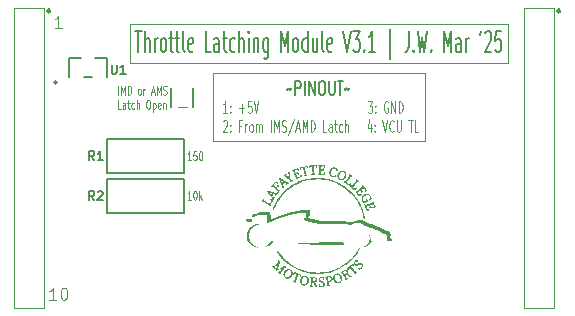
<source format=gbr>
%TF.GenerationSoftware,KiCad,Pcbnew,8.0.8*%
%TF.CreationDate,2025-03-02T21:09:17-05:00*%
%TF.ProjectId,Throttle Latching Module V3.1,5468726f-7474-46c6-9520-4c6174636869,rev?*%
%TF.SameCoordinates,Original*%
%TF.FileFunction,Legend,Top*%
%TF.FilePolarity,Positive*%
%FSLAX46Y46*%
G04 Gerber Fmt 4.6, Leading zero omitted, Abs format (unit mm)*
G04 Created by KiCad (PCBNEW 8.0.8) date 2025-03-02 21:09:17*
%MOMM*%
%LPD*%
G01*
G04 APERTURE LIST*
%ADD10C,0.000000*%
%ADD11C,0.075000*%
%ADD12C,0.100000*%
%ADD13C,0.150000*%
%ADD14C,0.125000*%
%ADD15C,0.152400*%
%ADD16C,0.076200*%
%ADD17C,0.254000*%
G04 APERTURE END LIST*
D10*
G36*
X46086808Y-34647063D02*
G01*
X46092316Y-34647856D01*
X46097434Y-34649089D01*
X46102180Y-34650738D01*
X46106572Y-34652782D01*
X46110628Y-34655198D01*
X46114366Y-34657962D01*
X46117804Y-34661053D01*
X46120958Y-34664448D01*
X46123847Y-34668124D01*
X46126489Y-34672059D01*
X46128902Y-34676230D01*
X46131103Y-34680615D01*
X46134939Y-34689935D01*
X46138142Y-34699838D01*
X46140853Y-34710144D01*
X46143213Y-34720671D01*
X46147452Y-34741670D01*
X46149614Y-34751781D01*
X46151995Y-34761390D01*
X46153779Y-34767309D01*
X46155887Y-34773476D01*
X46160534Y-34786351D01*
X46162802Y-34792954D01*
X46164854Y-34799600D01*
X46166554Y-34806236D01*
X46167229Y-34809534D01*
X46167766Y-34812810D01*
X46168147Y-34816058D01*
X46168355Y-34819271D01*
X46168374Y-34822443D01*
X46168187Y-34825567D01*
X46167776Y-34828638D01*
X46167124Y-34831647D01*
X46166216Y-34834590D01*
X46165034Y-34837459D01*
X46163560Y-34840248D01*
X46161779Y-34842951D01*
X46159673Y-34845560D01*
X46157225Y-34848071D01*
X46154418Y-34850475D01*
X46151236Y-34852768D01*
X46147662Y-34854941D01*
X46143678Y-34856989D01*
X46138355Y-34859327D01*
X46133272Y-34861200D01*
X46128421Y-34862627D01*
X46123794Y-34863626D01*
X46119382Y-34864216D01*
X46115176Y-34864416D01*
X46111167Y-34864244D01*
X46107349Y-34863718D01*
X46103711Y-34862856D01*
X46100245Y-34861678D01*
X46096943Y-34860201D01*
X46093797Y-34858445D01*
X46090797Y-34856427D01*
X46087936Y-34854166D01*
X46085204Y-34851680D01*
X46082594Y-34848988D01*
X46080096Y-34846109D01*
X46077703Y-34843060D01*
X46073195Y-34836529D01*
X46069003Y-34829542D01*
X46065057Y-34822247D01*
X46050381Y-34792940D01*
X46047681Y-34788147D01*
X46044917Y-34783720D01*
X46042090Y-34779649D01*
X46039201Y-34775923D01*
X46036252Y-34772531D01*
X46033244Y-34769462D01*
X46030178Y-34766704D01*
X46027055Y-34764247D01*
X46023878Y-34762080D01*
X46020646Y-34760192D01*
X46017362Y-34758572D01*
X46014027Y-34757208D01*
X46010642Y-34756091D01*
X46007208Y-34755209D01*
X46003727Y-34754550D01*
X46000200Y-34754105D01*
X45996628Y-34753861D01*
X45993013Y-34753809D01*
X45985657Y-34754233D01*
X45978144Y-34755290D01*
X45970482Y-34756891D01*
X45962684Y-34758949D01*
X45954758Y-34761376D01*
X45938568Y-34766985D01*
X45934047Y-34768732D01*
X45929804Y-34770592D01*
X45925833Y-34772563D01*
X45922125Y-34774642D01*
X45918675Y-34776825D01*
X45915474Y-34779110D01*
X45912517Y-34781494D01*
X45909796Y-34783973D01*
X45907303Y-34786544D01*
X45905033Y-34789205D01*
X45902977Y-34791952D01*
X45901130Y-34794781D01*
X45899483Y-34797691D01*
X45898030Y-34800678D01*
X45896763Y-34803739D01*
X45895677Y-34806870D01*
X45894763Y-34810069D01*
X45894014Y-34813333D01*
X45893425Y-34816658D01*
X45892987Y-34820042D01*
X45892538Y-34826972D01*
X45892610Y-34834099D01*
X45893149Y-34841399D01*
X45894097Y-34848845D01*
X45895398Y-34856415D01*
X45896996Y-34864083D01*
X45920369Y-34974718D01*
X45926786Y-35002196D01*
X45933900Y-35029414D01*
X45941944Y-35056279D01*
X45946388Y-35069550D01*
X45951152Y-35082699D01*
X45955292Y-35094659D01*
X45958869Y-35106938D01*
X45961953Y-35119496D01*
X45964616Y-35132293D01*
X45968961Y-35158445D01*
X45972472Y-35185075D01*
X45979262Y-35238501D01*
X45983678Y-35264659D01*
X45986389Y-35277461D01*
X45989531Y-35290025D01*
X45993173Y-35302310D01*
X45997389Y-35314278D01*
X46002247Y-35325889D01*
X46007820Y-35337103D01*
X46014178Y-35347880D01*
X46021392Y-35358180D01*
X46029534Y-35367964D01*
X46038674Y-35377192D01*
X46048883Y-35385824D01*
X46060232Y-35393820D01*
X46072792Y-35401141D01*
X46086635Y-35407746D01*
X46101831Y-35413597D01*
X46118451Y-35418653D01*
X46136566Y-35422875D01*
X46156247Y-35426223D01*
X46133416Y-35440779D01*
X46109447Y-35454187D01*
X46084584Y-35466411D01*
X46059072Y-35477413D01*
X46033153Y-35487159D01*
X46007072Y-35495612D01*
X45981072Y-35502736D01*
X45955397Y-35508495D01*
X45930290Y-35512854D01*
X45905996Y-35515776D01*
X45882757Y-35517224D01*
X45860819Y-35517164D01*
X45840423Y-35515560D01*
X45821815Y-35512374D01*
X45813257Y-35510177D01*
X45805237Y-35507571D01*
X45797786Y-35504552D01*
X45790934Y-35501116D01*
X45820104Y-35467016D01*
X45831786Y-35452666D01*
X45841640Y-35439634D01*
X45849744Y-35427560D01*
X45853165Y-35421770D01*
X45856178Y-35416085D01*
X45858795Y-35410460D01*
X45861023Y-35404849D01*
X45862875Y-35399207D01*
X45864359Y-35393490D01*
X45865485Y-35387653D01*
X45866264Y-35381650D01*
X45866705Y-35375436D01*
X45866818Y-35368966D01*
X45866614Y-35362196D01*
X45866103Y-35355081D01*
X45864196Y-35339632D01*
X45861178Y-35322261D01*
X45857129Y-35302606D01*
X45846256Y-35255006D01*
X45817030Y-35132660D01*
X45785718Y-35003288D01*
X45785132Y-35000132D01*
X45784632Y-34997163D01*
X45784205Y-34994372D01*
X45783840Y-34991751D01*
X45782729Y-34982799D01*
X45782476Y-34980900D01*
X45782207Y-34979120D01*
X45781910Y-34977451D01*
X45781571Y-34975883D01*
X45781178Y-34974409D01*
X45780718Y-34973019D01*
X45780178Y-34971705D01*
X45779546Y-34970459D01*
X45777077Y-34965653D01*
X45774917Y-34960634D01*
X45773033Y-34955424D01*
X45771391Y-34950048D01*
X45769958Y-34944528D01*
X45768701Y-34938887D01*
X45766581Y-34927335D01*
X45762976Y-34903802D01*
X45760958Y-34892190D01*
X45758440Y-34880927D01*
X45756910Y-34875485D01*
X45755154Y-34870199D01*
X45753140Y-34865093D01*
X45750834Y-34860191D01*
X45748202Y-34855514D01*
X45745211Y-34851087D01*
X45741828Y-34846932D01*
X45738019Y-34843072D01*
X45733751Y-34839532D01*
X45728990Y-34836333D01*
X45723704Y-34833498D01*
X45717858Y-34831052D01*
X45711419Y-34829017D01*
X45704354Y-34827416D01*
X45696629Y-34826272D01*
X45688211Y-34825609D01*
X45679650Y-34825381D01*
X45671565Y-34825522D01*
X45663944Y-34826024D01*
X45656775Y-34826879D01*
X45650044Y-34828077D01*
X45643740Y-34829612D01*
X45637850Y-34831473D01*
X45632362Y-34833652D01*
X45627263Y-34836141D01*
X45622541Y-34838931D01*
X45618183Y-34842014D01*
X45614177Y-34845380D01*
X45610510Y-34849022D01*
X45607170Y-34852930D01*
X45604145Y-34857096D01*
X45601422Y-34861512D01*
X45598988Y-34866169D01*
X45596832Y-34871058D01*
X45594940Y-34876171D01*
X45593301Y-34881500D01*
X45590729Y-34892767D01*
X45589016Y-34904792D01*
X45588064Y-34917506D01*
X45587772Y-34930840D01*
X45588041Y-34944725D01*
X45588771Y-34959093D01*
X45588851Y-34962309D01*
X45588686Y-34965472D01*
X45588285Y-34968573D01*
X45587659Y-34971603D01*
X45586819Y-34974556D01*
X45585775Y-34977421D01*
X45584537Y-34980192D01*
X45583115Y-34982859D01*
X45581521Y-34985415D01*
X45579763Y-34987850D01*
X45577854Y-34990158D01*
X45575802Y-34992330D01*
X45573619Y-34994357D01*
X45571314Y-34996231D01*
X45568899Y-34997944D01*
X45566382Y-34999487D01*
X45563776Y-35000853D01*
X45561090Y-35002033D01*
X45558334Y-35003019D01*
X45555519Y-35003802D01*
X45552655Y-35004374D01*
X45549753Y-35004728D01*
X45546822Y-35004854D01*
X45543874Y-35004744D01*
X45540919Y-35004391D01*
X45537966Y-35003786D01*
X45535027Y-35002920D01*
X45532111Y-35001786D01*
X45529229Y-35000375D01*
X45526392Y-34998678D01*
X45523609Y-34996688D01*
X45520892Y-34994397D01*
X45517053Y-34990699D01*
X45513487Y-34986867D01*
X45510182Y-34982905D01*
X45507125Y-34978820D01*
X45504307Y-34974619D01*
X45501714Y-34970306D01*
X45497161Y-34961373D01*
X45493372Y-34952069D01*
X45490256Y-34942443D01*
X45487721Y-34932543D01*
X45485672Y-34922418D01*
X45484018Y-34912116D01*
X45482666Y-34901687D01*
X45480498Y-34880637D01*
X45478427Y-34859658D01*
X45477195Y-34849316D01*
X45475710Y-34839137D01*
X45475215Y-34835562D01*
X45474907Y-34832089D01*
X45474781Y-34828718D01*
X45474834Y-34825447D01*
X45475059Y-34822277D01*
X45475452Y-34819205D01*
X45476009Y-34816232D01*
X45476724Y-34813357D01*
X45477592Y-34810578D01*
X45478608Y-34807895D01*
X45479769Y-34805307D01*
X45481068Y-34802814D01*
X45482501Y-34800414D01*
X45484063Y-34798106D01*
X45485749Y-34795891D01*
X45487555Y-34793766D01*
X45489475Y-34791732D01*
X45491504Y-34789787D01*
X45493638Y-34787931D01*
X45495872Y-34786162D01*
X45498201Y-34784481D01*
X45500620Y-34782886D01*
X45505708Y-34779950D01*
X45511098Y-34777350D01*
X45516751Y-34775078D01*
X45522627Y-34773128D01*
X45528689Y-34771494D01*
X45794024Y-34707225D01*
X45927017Y-34676646D01*
X45993694Y-34662280D01*
X46060531Y-34648734D01*
X46067773Y-34647544D01*
X46074555Y-34646884D01*
X46080894Y-34646731D01*
X46086808Y-34647063D01*
G37*
G36*
X44658981Y-35136189D02*
G01*
X44667344Y-35136778D01*
X44675705Y-35137751D01*
X44684060Y-35139111D01*
X44692406Y-35140859D01*
X44683849Y-35151714D01*
X44676042Y-35162639D01*
X44668955Y-35173630D01*
X44662560Y-35184687D01*
X44656829Y-35195806D01*
X44651732Y-35206987D01*
X44647241Y-35218225D01*
X44643327Y-35229520D01*
X44639961Y-35240869D01*
X44637114Y-35252269D01*
X44632864Y-35275217D01*
X44630346Y-35298345D01*
X44629329Y-35321637D01*
X44629583Y-35345074D01*
X44630878Y-35368639D01*
X44632983Y-35392313D01*
X44635669Y-35416081D01*
X44647604Y-35511724D01*
X44653712Y-35575551D01*
X44657037Y-35607082D01*
X44661066Y-35637993D01*
X44666192Y-35668009D01*
X44672810Y-35696855D01*
X44676800Y-35710755D01*
X44681311Y-35724259D01*
X44686391Y-35737334D01*
X44692090Y-35749945D01*
X44698456Y-35762058D01*
X44705539Y-35773639D01*
X44713388Y-35784654D01*
X44722052Y-35795068D01*
X44731580Y-35804846D01*
X44742021Y-35813956D01*
X44753425Y-35822362D01*
X44765840Y-35830030D01*
X44779317Y-35836926D01*
X44793903Y-35843015D01*
X44809648Y-35848264D01*
X44826601Y-35852638D01*
X44844812Y-35856102D01*
X44864330Y-35858623D01*
X44885203Y-35860167D01*
X44907480Y-35860698D01*
X44894268Y-35880102D01*
X44878737Y-35899143D01*
X44861157Y-35917665D01*
X44841801Y-35935512D01*
X44820939Y-35952529D01*
X44798843Y-35968561D01*
X44775783Y-35983451D01*
X44752031Y-35997046D01*
X44727857Y-36009189D01*
X44703534Y-36019725D01*
X44679332Y-36028498D01*
X44655522Y-36035353D01*
X44632375Y-36040135D01*
X44610163Y-36042688D01*
X44599492Y-36043080D01*
X44589156Y-36042857D01*
X44579189Y-36041999D01*
X44569626Y-36040487D01*
X44579450Y-36030548D01*
X44588216Y-36020739D01*
X44595960Y-36011052D01*
X44602717Y-36001483D01*
X44608524Y-35992026D01*
X44613415Y-35982675D01*
X44617426Y-35973425D01*
X44620593Y-35964269D01*
X44622951Y-35955202D01*
X44624535Y-35946219D01*
X44625382Y-35937314D01*
X44625527Y-35928480D01*
X44625005Y-35919713D01*
X44623852Y-35911006D01*
X44622104Y-35902355D01*
X44619795Y-35893752D01*
X44616962Y-35885193D01*
X44613640Y-35876673D01*
X44609864Y-35868184D01*
X44605671Y-35859722D01*
X44596173Y-35842854D01*
X44585430Y-35826025D01*
X44573727Y-35809188D01*
X44561347Y-35792297D01*
X44535696Y-35758176D01*
X44506071Y-35738998D01*
X44477128Y-35718918D01*
X44420604Y-35677228D01*
X44364756Y-35635459D01*
X44336659Y-35615281D01*
X44308219Y-35595966D01*
X44279263Y-35577809D01*
X44249623Y-35561105D01*
X44219126Y-35546147D01*
X44187603Y-35533230D01*
X44171402Y-35527628D01*
X44154881Y-35522647D01*
X44138017Y-35518324D01*
X44120790Y-35514695D01*
X44103178Y-35511797D01*
X44085159Y-35509666D01*
X44066713Y-35508340D01*
X44047818Y-35507856D01*
X44054178Y-35497330D01*
X44061316Y-35486832D01*
X44069174Y-35476392D01*
X44077696Y-35466040D01*
X44086823Y-35455807D01*
X44096498Y-35445722D01*
X44117259Y-35426121D01*
X44139518Y-35407479D01*
X44162814Y-35390038D01*
X44186685Y-35374041D01*
X44210669Y-35359730D01*
X44234304Y-35347346D01*
X44257130Y-35337133D01*
X44278684Y-35329333D01*
X44288840Y-35326414D01*
X44298505Y-35324188D01*
X44307622Y-35322687D01*
X44316132Y-35321941D01*
X44323978Y-35321979D01*
X44331102Y-35322833D01*
X44337446Y-35324532D01*
X44342954Y-35327107D01*
X44347567Y-35330588D01*
X44351227Y-35335005D01*
X44352769Y-35338757D01*
X44353832Y-35342349D01*
X44354448Y-35345792D01*
X44354648Y-35349095D01*
X44354464Y-35352269D01*
X44353927Y-35355325D01*
X44353069Y-35358273D01*
X44351921Y-35361124D01*
X44350515Y-35363888D01*
X44348882Y-35366575D01*
X44347054Y-35369197D01*
X44345063Y-35371763D01*
X44340716Y-35376772D01*
X44336093Y-35381685D01*
X44331447Y-35386586D01*
X44327030Y-35391559D01*
X44324986Y-35394099D01*
X44323094Y-35396688D01*
X44321386Y-35399337D01*
X44319892Y-35402056D01*
X44318645Y-35404856D01*
X44317677Y-35407748D01*
X44317017Y-35410742D01*
X44316699Y-35413848D01*
X44316754Y-35417076D01*
X44317212Y-35420438D01*
X44318107Y-35423944D01*
X44319469Y-35427604D01*
X44358230Y-35461316D01*
X44375425Y-35475775D01*
X44391405Y-35488785D01*
X44406351Y-35500458D01*
X44420446Y-35510907D01*
X44433869Y-35520244D01*
X44446803Y-35528580D01*
X44459430Y-35536029D01*
X44471929Y-35542703D01*
X44484484Y-35548712D01*
X44497274Y-35554171D01*
X44510483Y-35559190D01*
X44524290Y-35563882D01*
X44538879Y-35568360D01*
X44554429Y-35572735D01*
X44558763Y-35542530D01*
X44561832Y-35514537D01*
X44562873Y-35501318D01*
X44563574Y-35488590D01*
X44563928Y-35476333D01*
X44563927Y-35464526D01*
X44563563Y-35453148D01*
X44562828Y-35442179D01*
X44561715Y-35431599D01*
X44560216Y-35421387D01*
X44558323Y-35411521D01*
X44556029Y-35401983D01*
X44553324Y-35392751D01*
X44550203Y-35383804D01*
X44546657Y-35375123D01*
X44542678Y-35366686D01*
X44538258Y-35358474D01*
X44533390Y-35350465D01*
X44528066Y-35342638D01*
X44522278Y-35334975D01*
X44516018Y-35327453D01*
X44509279Y-35320053D01*
X44502053Y-35312753D01*
X44494332Y-35305534D01*
X44486108Y-35298374D01*
X44477374Y-35291254D01*
X44468122Y-35284152D01*
X44458343Y-35277048D01*
X44437177Y-35262753D01*
X44451459Y-35245271D01*
X44466086Y-35228989D01*
X44481032Y-35213932D01*
X44496271Y-35200125D01*
X44511777Y-35187591D01*
X44527522Y-35176356D01*
X44543482Y-35166445D01*
X44559630Y-35157881D01*
X44575938Y-35150690D01*
X44592382Y-35144897D01*
X44608934Y-35140525D01*
X44617243Y-35138880D01*
X44625569Y-35137600D01*
X44633909Y-35136688D01*
X44642260Y-35136147D01*
X44650618Y-35135979D01*
X44658981Y-35136189D01*
G37*
G36*
X51152825Y-36997788D02*
G01*
X51170716Y-36998886D01*
X51188327Y-37000733D01*
X51205651Y-37003318D01*
X51222679Y-37006631D01*
X51239404Y-37010662D01*
X51255817Y-37015401D01*
X51271911Y-37020838D01*
X51287678Y-37026963D01*
X51303110Y-37033765D01*
X51318199Y-37041235D01*
X51332938Y-37049362D01*
X51347317Y-37058137D01*
X51361330Y-37067548D01*
X51374968Y-37077587D01*
X51388223Y-37088243D01*
X51401088Y-37099505D01*
X51413555Y-37111364D01*
X51425615Y-37123809D01*
X51437261Y-37136831D01*
X51448485Y-37150419D01*
X51459279Y-37164563D01*
X51479546Y-37194480D01*
X51497997Y-37226499D01*
X51514569Y-37260541D01*
X51529200Y-37296525D01*
X51541825Y-37334368D01*
X51544316Y-37343174D01*
X51546431Y-37351697D01*
X51548176Y-37359946D01*
X51549553Y-37367927D01*
X51550568Y-37375648D01*
X51551224Y-37383115D01*
X51551526Y-37390336D01*
X51551478Y-37397318D01*
X51551085Y-37404068D01*
X51550349Y-37410593D01*
X51549276Y-37416900D01*
X51547870Y-37422997D01*
X51546135Y-37428890D01*
X51544075Y-37434587D01*
X51541695Y-37440094D01*
X51538998Y-37445420D01*
X51535989Y-37450570D01*
X51532671Y-37455553D01*
X51529050Y-37460375D01*
X51525129Y-37465044D01*
X51520913Y-37469566D01*
X51516406Y-37473949D01*
X51511611Y-37478200D01*
X51506534Y-37482326D01*
X51501178Y-37486334D01*
X51495548Y-37490231D01*
X51483480Y-37497722D01*
X51470366Y-37504855D01*
X51456237Y-37511689D01*
X51445010Y-37516830D01*
X51439437Y-37519269D01*
X51433898Y-37521517D01*
X51428400Y-37523497D01*
X51422947Y-37525135D01*
X51420239Y-37525801D01*
X51417546Y-37526352D01*
X51414866Y-37526779D01*
X51412201Y-37527072D01*
X51409552Y-37527222D01*
X51406920Y-37527219D01*
X51404305Y-37527053D01*
X51401707Y-37526715D01*
X51399128Y-37526196D01*
X51396569Y-37525485D01*
X51394029Y-37524573D01*
X51391510Y-37523451D01*
X51389013Y-37522109D01*
X51386538Y-37520538D01*
X51384085Y-37518727D01*
X51381656Y-37516668D01*
X51379251Y-37514350D01*
X51376872Y-37511764D01*
X51374518Y-37508901D01*
X51372190Y-37505751D01*
X51370034Y-37502515D01*
X51368134Y-37499321D01*
X51366482Y-37496170D01*
X51365071Y-37493060D01*
X51363895Y-37489994D01*
X51362945Y-37486970D01*
X51362216Y-37483990D01*
X51361699Y-37481053D01*
X51361388Y-37478160D01*
X51361275Y-37475312D01*
X51361354Y-37472508D01*
X51361617Y-37469749D01*
X51362058Y-37467035D01*
X51362668Y-37464366D01*
X51363441Y-37461743D01*
X51364371Y-37459166D01*
X51365448Y-37456636D01*
X51366668Y-37454152D01*
X51368022Y-37451714D01*
X51369503Y-37449325D01*
X51371105Y-37446982D01*
X51372820Y-37444687D01*
X51374640Y-37442441D01*
X51376560Y-37440243D01*
X51378571Y-37438093D01*
X51380667Y-37435993D01*
X51385085Y-37431940D01*
X51389756Y-37428087D01*
X51394622Y-37424435D01*
X51401534Y-37419241D01*
X51407848Y-37414018D01*
X51413582Y-37408766D01*
X51418755Y-37403486D01*
X51423382Y-37398180D01*
X51427482Y-37392848D01*
X51431072Y-37387492D01*
X51434168Y-37382112D01*
X51436789Y-37376710D01*
X51438951Y-37371287D01*
X51440673Y-37365844D01*
X51441971Y-37360382D01*
X51442862Y-37354902D01*
X51443364Y-37349405D01*
X51443495Y-37343892D01*
X51443271Y-37338365D01*
X51442710Y-37332823D01*
X51441829Y-37327270D01*
X51440645Y-37321704D01*
X51439177Y-37316128D01*
X51435453Y-37304949D01*
X51430797Y-37293741D01*
X51425346Y-37282512D01*
X51419240Y-37271272D01*
X51412616Y-37260028D01*
X51405614Y-37248789D01*
X51393572Y-37231092D01*
X51380839Y-37214769D01*
X51367434Y-37199832D01*
X51353374Y-37186293D01*
X51338674Y-37174164D01*
X51323354Y-37163458D01*
X51307428Y-37154186D01*
X51290916Y-37146360D01*
X51273834Y-37139994D01*
X51256199Y-37135099D01*
X51238028Y-37131687D01*
X51219339Y-37129770D01*
X51200148Y-37129361D01*
X51180473Y-37130471D01*
X51160330Y-37133113D01*
X51139738Y-37137300D01*
X51114774Y-37143644D01*
X51090207Y-37150733D01*
X51066085Y-37158641D01*
X51042458Y-37167441D01*
X51019375Y-37177207D01*
X50996885Y-37188011D01*
X50975036Y-37199927D01*
X50953877Y-37213028D01*
X50933458Y-37227388D01*
X50913827Y-37243080D01*
X50904323Y-37251448D01*
X50895034Y-37260177D01*
X50885967Y-37269276D01*
X50877127Y-37278753D01*
X50868522Y-37288618D01*
X50860156Y-37298880D01*
X50852036Y-37309549D01*
X50844168Y-37320633D01*
X50836559Y-37332142D01*
X50829214Y-37344085D01*
X50822140Y-37356470D01*
X50815342Y-37369308D01*
X50809627Y-37384957D01*
X50804990Y-37400335D01*
X50801393Y-37415454D01*
X50798801Y-37430330D01*
X50797176Y-37444974D01*
X50796483Y-37459402D01*
X50796685Y-37473626D01*
X50797746Y-37487661D01*
X50799629Y-37501520D01*
X50802298Y-37515217D01*
X50805716Y-37528765D01*
X50809847Y-37542179D01*
X50814655Y-37555472D01*
X50820103Y-37568657D01*
X50826155Y-37581749D01*
X50832774Y-37594761D01*
X50839884Y-37607383D01*
X50847141Y-37618679D01*
X50854599Y-37628658D01*
X50858421Y-37633156D01*
X50862314Y-37637328D01*
X50866285Y-37641174D01*
X50870340Y-37644696D01*
X50874487Y-37647894D01*
X50878732Y-37650770D01*
X50883083Y-37653325D01*
X50887546Y-37655559D01*
X50892128Y-37657474D01*
X50896837Y-37659070D01*
X50901677Y-37660349D01*
X50906658Y-37661311D01*
X50911785Y-37661957D01*
X50917066Y-37662290D01*
X50922507Y-37662308D01*
X50928115Y-37662014D01*
X50933897Y-37661408D01*
X50939860Y-37660492D01*
X50946011Y-37659266D01*
X50952357Y-37657732D01*
X50965659Y-37653741D01*
X50979823Y-37648527D01*
X50994903Y-37642098D01*
X51003443Y-37638032D01*
X51011426Y-37633815D01*
X51018866Y-37629443D01*
X51025783Y-37624914D01*
X51032192Y-37620224D01*
X51038112Y-37615372D01*
X51043560Y-37610353D01*
X51048552Y-37605166D01*
X51053106Y-37599807D01*
X51057240Y-37594274D01*
X51060969Y-37588564D01*
X51064313Y-37582673D01*
X51067287Y-37576601D01*
X51069910Y-37570342D01*
X51072197Y-37563895D01*
X51074168Y-37557258D01*
X51077225Y-37543397D01*
X51079219Y-37528738D01*
X51080287Y-37513259D01*
X51080568Y-37496936D01*
X51080199Y-37479747D01*
X51079318Y-37461670D01*
X51076571Y-37422762D01*
X51097168Y-37440187D01*
X51116094Y-37457795D01*
X51133485Y-37475629D01*
X51149475Y-37493734D01*
X51164198Y-37512155D01*
X51177790Y-37530937D01*
X51190385Y-37550123D01*
X51202118Y-37569759D01*
X51213124Y-37589890D01*
X51223536Y-37610559D01*
X51233490Y-37631812D01*
X51243121Y-37653693D01*
X51261951Y-37699518D01*
X51281103Y-37748390D01*
X51270002Y-37742733D01*
X51259205Y-37737751D01*
X51248703Y-37733418D01*
X51238484Y-37729711D01*
X51228539Y-37726604D01*
X51218857Y-37724073D01*
X51209427Y-37722094D01*
X51200240Y-37720642D01*
X51191284Y-37719692D01*
X51182550Y-37719221D01*
X51174026Y-37719203D01*
X51165702Y-37719615D01*
X51157568Y-37720431D01*
X51149614Y-37721627D01*
X51141828Y-37723179D01*
X51134201Y-37725063D01*
X51126722Y-37727253D01*
X51119381Y-37729725D01*
X51105069Y-37735418D01*
X51091182Y-37741946D01*
X51077637Y-37749113D01*
X51064349Y-37756723D01*
X51051236Y-37764581D01*
X51025197Y-37780252D01*
X51010714Y-37788417D01*
X51003528Y-37792145D01*
X50996352Y-37795572D01*
X50989164Y-37798646D01*
X50981945Y-37801320D01*
X50974673Y-37803542D01*
X50967329Y-37805263D01*
X50959892Y-37806434D01*
X50952340Y-37807005D01*
X50948516Y-37807050D01*
X50944654Y-37806926D01*
X50940755Y-37806627D01*
X50936814Y-37806147D01*
X50932829Y-37805480D01*
X50928797Y-37804619D01*
X50924717Y-37803558D01*
X50920585Y-37802292D01*
X50916398Y-37800813D01*
X50912155Y-37799116D01*
X50907853Y-37797194D01*
X50903488Y-37795042D01*
X50890411Y-37787780D01*
X50877565Y-37779642D01*
X50864971Y-37770668D01*
X50852647Y-37760901D01*
X50828891Y-37739154D01*
X50806454Y-37714735D01*
X50785494Y-37687979D01*
X50766168Y-37659221D01*
X50748634Y-37628795D01*
X50733048Y-37597035D01*
X50719569Y-37564276D01*
X50708353Y-37530853D01*
X50699559Y-37497100D01*
X50693342Y-37463352D01*
X50689860Y-37429942D01*
X50689272Y-37397207D01*
X50690112Y-37381196D01*
X50691734Y-37365480D01*
X50694157Y-37350098D01*
X50697403Y-37335095D01*
X50702332Y-37316920D01*
X50708031Y-37299078D01*
X50714480Y-37281584D01*
X50721658Y-37264455D01*
X50729544Y-37247705D01*
X50738117Y-37231352D01*
X50757243Y-37199897D01*
X50778872Y-37170218D01*
X50802837Y-37142442D01*
X50828974Y-37116698D01*
X50857118Y-37093112D01*
X50887102Y-37071812D01*
X50918762Y-37052927D01*
X50951933Y-37036582D01*
X50986449Y-37022907D01*
X51022146Y-37012029D01*
X51040385Y-37007678D01*
X51058857Y-37004074D01*
X51077541Y-37001234D01*
X51096418Y-36999172D01*
X51115465Y-36997905D01*
X51134663Y-36997449D01*
X51152825Y-36997788D01*
G37*
G36*
X46942303Y-44308760D02*
G01*
X46940847Y-44319782D01*
X46938747Y-44330780D01*
X46936004Y-44341728D01*
X46932618Y-44352601D01*
X46928589Y-44363372D01*
X46923918Y-44374016D01*
X46918605Y-44384507D01*
X46912649Y-44394818D01*
X46906052Y-44404924D01*
X46898812Y-44414798D01*
X46890931Y-44424416D01*
X46882409Y-44433750D01*
X46873245Y-44442775D01*
X46863704Y-44451367D01*
X46853812Y-44459719D01*
X46843558Y-44467956D01*
X46832929Y-44476202D01*
X46810504Y-44493218D01*
X46798685Y-44502235D01*
X46786447Y-44511759D01*
X46796365Y-44521601D01*
X46805309Y-44531890D01*
X46813353Y-44542590D01*
X46820573Y-44553666D01*
X46827041Y-44565083D01*
X46832833Y-44576803D01*
X46838023Y-44588793D01*
X46842685Y-44601015D01*
X46850723Y-44626015D01*
X46857541Y-44651519D01*
X46869894Y-44702892D01*
X46876618Y-44728189D01*
X46884500Y-44752846D01*
X46889061Y-44764846D01*
X46894134Y-44776578D01*
X46899794Y-44788006D01*
X46906114Y-44799097D01*
X46913170Y-44809812D01*
X46921036Y-44820118D01*
X46929785Y-44829978D01*
X46939492Y-44839356D01*
X46950232Y-44848216D01*
X46962078Y-44856524D01*
X46975105Y-44864243D01*
X46989388Y-44871337D01*
X46978728Y-44877924D01*
X46968239Y-44883949D01*
X46957927Y-44889416D01*
X46947796Y-44894327D01*
X46937850Y-44898685D01*
X46928095Y-44902493D01*
X46918536Y-44905752D01*
X46909177Y-44908465D01*
X46900022Y-44910636D01*
X46891077Y-44912266D01*
X46882347Y-44913358D01*
X46873835Y-44913915D01*
X46865548Y-44913940D01*
X46857489Y-44913434D01*
X46849664Y-44912401D01*
X46842076Y-44910843D01*
X46834732Y-44908763D01*
X46827635Y-44906162D01*
X46820791Y-44903045D01*
X46814204Y-44899413D01*
X46807879Y-44895268D01*
X46801820Y-44890615D01*
X46796033Y-44885454D01*
X46790523Y-44879789D01*
X46785293Y-44873623D01*
X46780349Y-44866957D01*
X46775695Y-44859794D01*
X46771337Y-44852138D01*
X46767278Y-44843990D01*
X46763524Y-44835353D01*
X46760080Y-44826230D01*
X46756950Y-44816623D01*
X46705232Y-44598119D01*
X46703561Y-44593059D01*
X46701705Y-44588163D01*
X46699670Y-44583431D01*
X46697460Y-44578863D01*
X46695080Y-44574460D01*
X46692536Y-44570221D01*
X46689831Y-44566148D01*
X46686972Y-44562239D01*
X46683963Y-44558497D01*
X46680809Y-44554920D01*
X46677514Y-44551509D01*
X46674085Y-44548264D01*
X46670525Y-44545186D01*
X46666840Y-44542275D01*
X46659114Y-44536953D01*
X46650946Y-44532301D01*
X46642375Y-44528321D01*
X46633442Y-44525014D01*
X46624185Y-44522382D01*
X46614645Y-44520428D01*
X46604860Y-44519154D01*
X46594871Y-44518560D01*
X46584716Y-44518650D01*
X46578853Y-44519070D01*
X46573471Y-44519804D01*
X46568548Y-44520839D01*
X46564064Y-44522160D01*
X46559996Y-44523754D01*
X46556325Y-44525607D01*
X46553029Y-44527705D01*
X46550086Y-44530035D01*
X46547476Y-44532582D01*
X46545177Y-44535332D01*
X46543169Y-44538272D01*
X46541430Y-44541388D01*
X46539938Y-44544667D01*
X46538674Y-44548093D01*
X46537615Y-44551654D01*
X46536740Y-44555335D01*
X46535460Y-44563003D01*
X46534663Y-44570988D01*
X46533844Y-44587462D01*
X46533483Y-44595730D01*
X46532929Y-44603871D01*
X46532012Y-44611774D01*
X46530563Y-44619329D01*
X46526596Y-44636742D01*
X46523264Y-44653925D01*
X46520754Y-44670832D01*
X46519250Y-44687419D01*
X46518933Y-44695580D01*
X46518937Y-44703644D01*
X46519285Y-44711606D01*
X46520000Y-44719462D01*
X46521106Y-44727204D01*
X46522625Y-44734828D01*
X46524580Y-44742329D01*
X46526995Y-44749700D01*
X46529894Y-44756936D01*
X46533298Y-44764033D01*
X46537231Y-44770983D01*
X46541716Y-44777783D01*
X46546777Y-44784425D01*
X46552437Y-44790906D01*
X46558718Y-44797219D01*
X46565643Y-44803358D01*
X46573237Y-44809319D01*
X46581522Y-44815096D01*
X46590521Y-44820684D01*
X46600257Y-44826076D01*
X46610753Y-44831268D01*
X46622034Y-44836253D01*
X46634120Y-44841027D01*
X46647037Y-44845584D01*
X46636192Y-44850132D01*
X46625496Y-44854181D01*
X46614946Y-44857756D01*
X46604533Y-44860881D01*
X46584101Y-44865886D01*
X46564152Y-44869399D01*
X46544640Y-44871621D01*
X46525517Y-44872755D01*
X46506738Y-44873004D01*
X46488254Y-44872569D01*
X46416342Y-44868042D01*
X46398636Y-44867225D01*
X46380944Y-44866938D01*
X46363219Y-44867384D01*
X46345416Y-44868766D01*
X46330378Y-44866163D01*
X46323215Y-44864820D01*
X46316353Y-44863340D01*
X46309838Y-44861642D01*
X46306726Y-44860686D01*
X46303719Y-44859644D01*
X46300822Y-44858506D01*
X46298042Y-44857263D01*
X46295384Y-44855904D01*
X46292855Y-44854419D01*
X46290461Y-44852798D01*
X46288207Y-44851030D01*
X46286099Y-44849105D01*
X46284143Y-44847014D01*
X46282345Y-44844745D01*
X46280712Y-44842288D01*
X46279248Y-44839634D01*
X46277960Y-44836773D01*
X46276854Y-44833693D01*
X46275936Y-44830385D01*
X46275212Y-44826838D01*
X46274687Y-44823043D01*
X46274368Y-44818988D01*
X46274261Y-44814665D01*
X46274370Y-44810062D01*
X46274703Y-44805170D01*
X46282952Y-44803852D01*
X46290740Y-44802224D01*
X46298083Y-44800292D01*
X46304997Y-44798065D01*
X46311496Y-44795549D01*
X46317595Y-44792753D01*
X46323311Y-44789685D01*
X46328659Y-44786351D01*
X46333653Y-44782759D01*
X46338309Y-44778917D01*
X46342642Y-44774832D01*
X46346667Y-44770512D01*
X46350401Y-44765965D01*
X46353857Y-44761197D01*
X46357052Y-44756217D01*
X46360000Y-44751033D01*
X46365219Y-44740079D01*
X46369635Y-44728397D01*
X46373371Y-44716047D01*
X46376550Y-44703089D01*
X46379292Y-44689584D01*
X46381722Y-44675593D01*
X46386129Y-44646392D01*
X46388732Y-44626364D01*
X46390767Y-44606323D01*
X46393475Y-44566222D01*
X46394927Y-44526124D01*
X46395799Y-44486066D01*
X46396766Y-44446083D01*
X46398504Y-44406213D01*
X46399873Y-44386332D01*
X46401688Y-44366492D01*
X46404033Y-44346698D01*
X46406993Y-44326954D01*
X46407172Y-44325923D01*
X46541287Y-44325923D01*
X46542039Y-44339851D01*
X46543704Y-44353535D01*
X46546348Y-44366912D01*
X46550036Y-44379917D01*
X46552291Y-44386260D01*
X46554833Y-44392486D01*
X46557668Y-44398587D01*
X46560805Y-44404555D01*
X46563781Y-44409428D01*
X46567034Y-44413894D01*
X46570548Y-44417966D01*
X46574310Y-44421655D01*
X46578306Y-44424972D01*
X46582522Y-44427930D01*
X46586943Y-44430538D01*
X46591556Y-44432810D01*
X46596346Y-44434755D01*
X46601300Y-44436386D01*
X46606403Y-44437714D01*
X46611641Y-44438751D01*
X46617001Y-44439507D01*
X46622467Y-44439994D01*
X46633664Y-44440209D01*
X46645120Y-44439486D01*
X46656722Y-44437916D01*
X46668358Y-44435592D01*
X46679914Y-44432604D01*
X46691278Y-44429043D01*
X46702337Y-44425002D01*
X46712978Y-44420572D01*
X46723089Y-44415844D01*
X46735000Y-44409433D01*
X46746041Y-44402403D01*
X46756185Y-44394771D01*
X46765403Y-44386551D01*
X46769657Y-44382225D01*
X46773669Y-44377760D01*
X46777435Y-44373155D01*
X46780953Y-44368414D01*
X46784219Y-44363538D01*
X46787229Y-44358529D01*
X46789980Y-44353389D01*
X46792468Y-44348121D01*
X46794691Y-44342726D01*
X46796643Y-44337206D01*
X46798322Y-44331564D01*
X46799725Y-44325800D01*
X46800848Y-44319918D01*
X46801687Y-44313920D01*
X46802240Y-44307807D01*
X46802501Y-44301581D01*
X46802469Y-44295244D01*
X46802139Y-44288799D01*
X46801508Y-44282247D01*
X46800573Y-44275590D01*
X46799330Y-44268830D01*
X46797776Y-44261970D01*
X46795906Y-44255012D01*
X46793718Y-44247956D01*
X46791401Y-44241487D01*
X46788801Y-44235238D01*
X46785918Y-44229211D01*
X46782754Y-44223412D01*
X46779311Y-44217842D01*
X46775590Y-44212506D01*
X46771592Y-44207406D01*
X46767319Y-44202546D01*
X46762773Y-44197930D01*
X46757953Y-44193561D01*
X46752863Y-44189442D01*
X46747503Y-44185577D01*
X46741874Y-44181969D01*
X46735979Y-44178621D01*
X46729818Y-44175537D01*
X46723393Y-44172720D01*
X46711139Y-44170039D01*
X46698936Y-44167122D01*
X46674938Y-44161190D01*
X46663273Y-44158483D01*
X46651916Y-44156153D01*
X46640933Y-44154354D01*
X46630389Y-44153238D01*
X46625301Y-44152985D01*
X46620347Y-44152960D01*
X46615534Y-44153183D01*
X46610872Y-44153673D01*
X46606368Y-44154450D01*
X46602030Y-44155531D01*
X46597866Y-44156937D01*
X46593884Y-44158686D01*
X46590093Y-44160799D01*
X46586500Y-44163293D01*
X46583114Y-44166189D01*
X46579942Y-44169505D01*
X46576993Y-44173260D01*
X46574275Y-44177475D01*
X46571796Y-44182167D01*
X46569563Y-44187356D01*
X46564790Y-44200193D01*
X46560274Y-44213427D01*
X46556081Y-44226995D01*
X46552277Y-44240832D01*
X46548927Y-44254875D01*
X46546097Y-44269059D01*
X46543853Y-44283319D01*
X46542259Y-44297593D01*
X46541382Y-44311816D01*
X46541287Y-44325923D01*
X46407172Y-44325923D01*
X46413155Y-44291407D01*
X46416032Y-44273906D01*
X46418467Y-44256700D01*
X46420228Y-44239871D01*
X46421087Y-44223504D01*
X46421105Y-44215520D01*
X46420812Y-44207683D01*
X46420177Y-44200003D01*
X46419173Y-44192490D01*
X46417771Y-44185156D01*
X46415941Y-44178011D01*
X46413655Y-44171065D01*
X46410885Y-44164329D01*
X46407601Y-44157812D01*
X46403775Y-44151527D01*
X46399378Y-44145482D01*
X46394381Y-44139690D01*
X46388755Y-44134159D01*
X46382472Y-44128900D01*
X46375503Y-44123925D01*
X46367819Y-44119244D01*
X46359391Y-44114866D01*
X46350191Y-44110803D01*
X46340190Y-44107064D01*
X46329358Y-44103661D01*
X46329016Y-44100904D01*
X46328761Y-44098217D01*
X46328593Y-44095599D01*
X46328508Y-44093052D01*
X46328504Y-44090579D01*
X46328579Y-44088179D01*
X46328730Y-44085855D01*
X46328955Y-44083608D01*
X46329253Y-44081439D01*
X46329619Y-44079350D01*
X46330052Y-44077342D01*
X46330551Y-44075415D01*
X46331111Y-44073573D01*
X46331731Y-44071816D01*
X46332409Y-44070144D01*
X46333142Y-44068561D01*
X46333927Y-44067067D01*
X46334764Y-44065663D01*
X46335648Y-44064351D01*
X46336578Y-44063132D01*
X46337551Y-44062008D01*
X46338565Y-44060979D01*
X46339618Y-44060048D01*
X46340707Y-44059215D01*
X46341830Y-44058482D01*
X46342984Y-44057850D01*
X46344168Y-44057322D01*
X46345378Y-44056897D01*
X46346613Y-44056577D01*
X46347869Y-44056364D01*
X46349146Y-44056259D01*
X46350440Y-44056264D01*
X46413778Y-44058046D01*
X46477417Y-44058686D01*
X46541036Y-44059806D01*
X46572737Y-44061054D01*
X46604311Y-44063029D01*
X46635719Y-44065936D01*
X46666921Y-44069977D01*
X46697876Y-44075354D01*
X46728543Y-44082271D01*
X46758883Y-44090930D01*
X46788854Y-44101534D01*
X46818418Y-44114285D01*
X46847533Y-44129388D01*
X46858331Y-44135926D01*
X46868483Y-44142934D01*
X46877988Y-44150385D01*
X46886847Y-44158254D01*
X46895059Y-44166515D01*
X46902626Y-44175142D01*
X46909547Y-44184108D01*
X46915823Y-44193389D01*
X46921454Y-44202957D01*
X46926439Y-44212787D01*
X46930779Y-44222853D01*
X46934475Y-44233129D01*
X46937526Y-44243589D01*
X46939932Y-44254207D01*
X46941694Y-44264957D01*
X46942812Y-44275813D01*
X46943286Y-44286750D01*
X46943116Y-44297741D01*
X46942833Y-44301581D01*
X46942303Y-44308760D01*
G37*
G36*
X46804828Y-34570049D02*
G01*
X46817369Y-34570845D01*
X46829151Y-34572145D01*
X46840180Y-34573956D01*
X46850460Y-34576287D01*
X46859999Y-34579143D01*
X46868800Y-34582534D01*
X46876871Y-34586466D01*
X46884216Y-34590946D01*
X46890841Y-34595983D01*
X46896752Y-34601584D01*
X46901955Y-34607755D01*
X46906454Y-34614506D01*
X46910257Y-34621843D01*
X46913367Y-34629773D01*
X46915792Y-34638305D01*
X46917536Y-34647445D01*
X46918605Y-34657201D01*
X46919005Y-34667580D01*
X46918741Y-34678591D01*
X46917819Y-34690241D01*
X46916245Y-34702536D01*
X46914025Y-34715484D01*
X46911163Y-34729094D01*
X46903538Y-34758326D01*
X46893417Y-34790292D01*
X46887492Y-34791467D01*
X46881916Y-34792251D01*
X46876674Y-34792660D01*
X46871754Y-34792709D01*
X46867143Y-34792415D01*
X46862828Y-34791794D01*
X46858796Y-34790860D01*
X46855034Y-34789631D01*
X46851529Y-34788122D01*
X46848268Y-34786349D01*
X46845238Y-34784327D01*
X46842426Y-34782074D01*
X46839819Y-34779604D01*
X46837404Y-34776933D01*
X46835169Y-34774078D01*
X46833100Y-34771055D01*
X46831184Y-34767878D01*
X46829408Y-34764565D01*
X46826225Y-34757591D01*
X46823447Y-34750261D01*
X46820971Y-34742700D01*
X46816506Y-34727400D01*
X46814311Y-34719914D01*
X46812002Y-34712706D01*
X46809290Y-34705269D01*
X46806397Y-34698349D01*
X46803298Y-34691960D01*
X46799971Y-34686118D01*
X46798215Y-34683406D01*
X46796393Y-34680837D01*
X46794502Y-34678411D01*
X46792539Y-34676132D01*
X46790501Y-34674000D01*
X46788385Y-34672018D01*
X46786189Y-34670187D01*
X46783910Y-34668509D01*
X46781544Y-34666987D01*
X46779089Y-34665621D01*
X46776541Y-34664415D01*
X46773898Y-34663369D01*
X46771157Y-34662486D01*
X46768315Y-34661767D01*
X46765369Y-34661214D01*
X46762315Y-34660829D01*
X46759152Y-34660615D01*
X46755876Y-34660572D01*
X46752484Y-34660703D01*
X46748974Y-34661009D01*
X46745341Y-34661492D01*
X46741585Y-34662155D01*
X46737700Y-34662999D01*
X46733685Y-34664026D01*
X46706444Y-34671055D01*
X46699527Y-34673070D01*
X46692772Y-34675309D01*
X46689488Y-34676530D01*
X46686282Y-34677830D01*
X46683167Y-34679215D01*
X46680157Y-34680694D01*
X46677264Y-34682273D01*
X46674501Y-34683961D01*
X46671881Y-34685764D01*
X46669416Y-34687690D01*
X46667119Y-34689747D01*
X46665003Y-34691942D01*
X46663081Y-34694283D01*
X46661365Y-34696777D01*
X46659869Y-34699431D01*
X46658605Y-34702253D01*
X46657585Y-34705251D01*
X46656824Y-34708432D01*
X46656332Y-34711804D01*
X46656124Y-34715373D01*
X46656211Y-34719148D01*
X46656607Y-34723137D01*
X46660711Y-34763848D01*
X46662509Y-34805135D01*
X46662638Y-34846846D01*
X46661730Y-34888830D01*
X46659350Y-34973011D01*
X46659146Y-35014907D01*
X46660448Y-35056471D01*
X46663889Y-35097553D01*
X46670104Y-35138001D01*
X46674451Y-35157940D01*
X46679729Y-35177665D01*
X46686019Y-35197155D01*
X46693399Y-35216393D01*
X46701949Y-35235358D01*
X46711748Y-35254034D01*
X46722876Y-35272399D01*
X46735412Y-35290437D01*
X46749435Y-35308127D01*
X46765025Y-35325451D01*
X46782261Y-35342390D01*
X46801223Y-35358925D01*
X46792838Y-35364023D01*
X46783775Y-35368844D01*
X46763808Y-35377639D01*
X46741713Y-35385277D01*
X46717882Y-35391720D01*
X46692708Y-35396934D01*
X46666582Y-35400883D01*
X46639896Y-35403532D01*
X46613041Y-35404845D01*
X46586411Y-35404786D01*
X46560395Y-35403321D01*
X46535387Y-35400413D01*
X46511779Y-35396027D01*
X46489961Y-35390128D01*
X46479846Y-35386600D01*
X46470326Y-35382680D01*
X46461450Y-35378363D01*
X46453267Y-35373647D01*
X46445825Y-35368525D01*
X46439174Y-35362994D01*
X46450916Y-35360141D01*
X46461791Y-35356888D01*
X46471829Y-35353251D01*
X46481063Y-35349245D01*
X46489525Y-35344884D01*
X46497245Y-35340184D01*
X46504255Y-35335160D01*
X46510588Y-35329826D01*
X46516274Y-35324199D01*
X46521346Y-35318293D01*
X46525835Y-35312122D01*
X46529772Y-35305703D01*
X46533189Y-35299050D01*
X46536118Y-35292178D01*
X46538590Y-35285103D01*
X46540638Y-35277839D01*
X46542292Y-35270401D01*
X46543585Y-35262805D01*
X46545211Y-35247197D01*
X46545771Y-35231136D01*
X46545516Y-35214742D01*
X46541414Y-35148247D01*
X46536891Y-35062426D01*
X46531213Y-34976643D01*
X46527724Y-34933816D01*
X46523686Y-34891059D01*
X46519013Y-34848392D01*
X46513617Y-34805834D01*
X46512672Y-34797211D01*
X46512003Y-34788090D01*
X46510881Y-34768916D01*
X46510121Y-34759140D01*
X46509023Y-34749423D01*
X46508299Y-34744631D01*
X46507434Y-34739906D01*
X46506407Y-34735265D01*
X46505201Y-34730726D01*
X46503794Y-34726306D01*
X46502169Y-34722023D01*
X46500306Y-34717894D01*
X46498187Y-34713936D01*
X46495791Y-34710167D01*
X46493099Y-34706604D01*
X46490093Y-34703265D01*
X46486753Y-34700166D01*
X46483061Y-34697326D01*
X46478996Y-34694762D01*
X46474540Y-34692491D01*
X46469673Y-34690530D01*
X46464377Y-34688897D01*
X46458632Y-34687609D01*
X46452419Y-34686684D01*
X46445719Y-34686139D01*
X46434437Y-34685955D01*
X46428964Y-34686160D01*
X46423609Y-34686565D01*
X46418375Y-34687172D01*
X46413268Y-34687981D01*
X46408291Y-34688994D01*
X46403448Y-34690213D01*
X46398744Y-34691639D01*
X46394183Y-34693274D01*
X46389769Y-34695118D01*
X46385506Y-34697174D01*
X46381398Y-34699442D01*
X46377450Y-34701924D01*
X46373666Y-34704622D01*
X46370050Y-34707537D01*
X46366607Y-34710669D01*
X46363339Y-34714022D01*
X46360253Y-34717596D01*
X46357351Y-34721392D01*
X46354638Y-34725412D01*
X46352118Y-34729658D01*
X46349796Y-34734130D01*
X46347675Y-34738830D01*
X46345760Y-34743760D01*
X46344056Y-34748921D01*
X46342565Y-34754315D01*
X46341293Y-34759942D01*
X46340244Y-34765804D01*
X46339421Y-34771904D01*
X46338829Y-34778241D01*
X46338473Y-34784817D01*
X46338324Y-34787538D01*
X46338073Y-34790227D01*
X46337720Y-34792880D01*
X46337265Y-34795494D01*
X46336708Y-34798064D01*
X46336051Y-34800587D01*
X46335294Y-34803060D01*
X46334438Y-34805477D01*
X46333482Y-34807836D01*
X46332428Y-34810132D01*
X46331275Y-34812362D01*
X46330026Y-34814522D01*
X46328679Y-34816608D01*
X46327236Y-34818616D01*
X46325697Y-34820543D01*
X46324063Y-34822385D01*
X46322334Y-34824137D01*
X46320510Y-34825797D01*
X46318593Y-34827359D01*
X46316583Y-34828821D01*
X46314480Y-34830179D01*
X46312285Y-34831429D01*
X46309998Y-34832566D01*
X46307620Y-34833588D01*
X46305151Y-34834490D01*
X46302592Y-34835268D01*
X46299944Y-34835919D01*
X46297207Y-34836440D01*
X46294381Y-34836825D01*
X46291467Y-34837071D01*
X46288466Y-34837175D01*
X46285378Y-34837133D01*
X46284126Y-34837060D01*
X46282854Y-34836934D01*
X46280261Y-34836530D01*
X46277616Y-34835932D01*
X46274939Y-34835154D01*
X46272248Y-34834206D01*
X46269562Y-34833100D01*
X46266899Y-34831849D01*
X46264278Y-34830464D01*
X46261718Y-34828958D01*
X46259237Y-34827341D01*
X46256854Y-34825626D01*
X46254588Y-34823825D01*
X46252457Y-34821950D01*
X46250480Y-34820013D01*
X46248675Y-34818025D01*
X46247061Y-34815998D01*
X46242537Y-34809357D01*
X46238594Y-34802467D01*
X46235219Y-34795353D01*
X46232401Y-34788043D01*
X46230128Y-34780562D01*
X46228387Y-34772936D01*
X46227168Y-34765192D01*
X46226457Y-34757355D01*
X46226244Y-34749451D01*
X46226516Y-34741508D01*
X46227262Y-34733551D01*
X46228469Y-34725605D01*
X46230125Y-34717698D01*
X46232219Y-34709855D01*
X46234739Y-34702103D01*
X46237673Y-34694468D01*
X46241008Y-34686975D01*
X46244734Y-34679651D01*
X46248837Y-34672523D01*
X46253307Y-34665615D01*
X46258131Y-34658955D01*
X46263298Y-34652568D01*
X46268795Y-34646481D01*
X46274610Y-34640720D01*
X46280733Y-34635311D01*
X46287150Y-34630279D01*
X46293849Y-34625652D01*
X46300820Y-34621455D01*
X46308050Y-34617715D01*
X46315527Y-34614457D01*
X46323239Y-34611708D01*
X46331174Y-34609494D01*
X46348054Y-34605765D01*
X46364977Y-34602665D01*
X46381956Y-34600132D01*
X46399006Y-34598104D01*
X46416139Y-34596521D01*
X46433369Y-34595322D01*
X46468178Y-34593827D01*
X46539573Y-34592739D01*
X46576378Y-34592166D01*
X46614069Y-34590918D01*
X46630890Y-34588506D01*
X46646792Y-34586050D01*
X46676384Y-34581220D01*
X46703934Y-34576851D01*
X46717286Y-34574972D01*
X46730537Y-34573366D01*
X46762592Y-34570610D01*
X46791522Y-34569749D01*
X46804828Y-34570049D01*
G37*
G36*
X43559753Y-37019896D02*
G01*
X43523870Y-37057718D01*
X43490159Y-37091641D01*
X43459526Y-37120625D01*
X43432878Y-37143629D01*
X43411120Y-37159615D01*
X43402358Y-37164650D01*
X43395159Y-37167540D01*
X43396921Y-37158836D01*
X43398333Y-37150378D01*
X43399397Y-37142167D01*
X43400113Y-37134206D01*
X43400482Y-37126494D01*
X43400506Y-37119035D01*
X43400186Y-37111829D01*
X43399522Y-37104877D01*
X43398517Y-37098181D01*
X43397170Y-37091743D01*
X43395483Y-37085563D01*
X43393458Y-37079644D01*
X43391095Y-37073987D01*
X43388395Y-37068592D01*
X43385360Y-37063462D01*
X43381990Y-37058598D01*
X43378287Y-37054002D01*
X43374252Y-37049673D01*
X43369886Y-37045616D01*
X43365190Y-37041829D01*
X43360166Y-37038316D01*
X43354813Y-37035077D01*
X43349134Y-37032113D01*
X43343130Y-37029427D01*
X43336801Y-37027019D01*
X43330149Y-37024892D01*
X43323174Y-37023046D01*
X43315879Y-37021482D01*
X43308264Y-37020203D01*
X43300330Y-37019209D01*
X43292078Y-37018503D01*
X43283509Y-37018085D01*
X43279127Y-37018434D01*
X43274304Y-37019706D01*
X43269080Y-37021849D01*
X43263497Y-37024808D01*
X43257594Y-37028531D01*
X43251413Y-37032965D01*
X43238378Y-37043754D01*
X43224717Y-37056749D01*
X43210755Y-37071527D01*
X43196816Y-37087662D01*
X43183226Y-37104731D01*
X43170309Y-37122309D01*
X43158391Y-37139972D01*
X43147797Y-37157295D01*
X43138850Y-37173853D01*
X43131877Y-37189223D01*
X43129233Y-37196330D01*
X43127203Y-37202980D01*
X43125829Y-37209121D01*
X43125152Y-37214699D01*
X43125212Y-37219662D01*
X43126049Y-37223956D01*
X43129052Y-37232926D01*
X43132270Y-37241439D01*
X43135699Y-37249498D01*
X43139336Y-37257105D01*
X43143177Y-37264264D01*
X43147217Y-37270976D01*
X43151452Y-37277245D01*
X43155878Y-37283073D01*
X43160491Y-37288462D01*
X43165287Y-37293417D01*
X43170261Y-37297938D01*
X43175410Y-37302029D01*
X43180730Y-37305693D01*
X43186216Y-37308931D01*
X43191864Y-37311748D01*
X43197671Y-37314145D01*
X43203632Y-37316125D01*
X43209742Y-37317691D01*
X43215999Y-37318845D01*
X43222397Y-37319590D01*
X43228933Y-37319930D01*
X43235602Y-37319865D01*
X43242401Y-37319400D01*
X43249325Y-37318536D01*
X43256371Y-37317277D01*
X43263533Y-37315625D01*
X43270808Y-37313583D01*
X43278193Y-37311153D01*
X43285682Y-37308338D01*
X43293272Y-37305141D01*
X43308737Y-37297610D01*
X43310849Y-37300006D01*
X43312802Y-37302375D01*
X43314600Y-37304718D01*
X43316247Y-37307035D01*
X43317746Y-37309324D01*
X43319101Y-37311587D01*
X43320317Y-37313822D01*
X43321397Y-37316030D01*
X43322344Y-37318211D01*
X43323164Y-37320363D01*
X43323858Y-37322487D01*
X43324432Y-37324583D01*
X43324890Y-37326650D01*
X43325234Y-37328688D01*
X43325469Y-37330697D01*
X43325599Y-37332677D01*
X43325627Y-37334627D01*
X43325558Y-37336547D01*
X43325395Y-37338438D01*
X43325141Y-37340298D01*
X43324802Y-37342128D01*
X43324380Y-37343927D01*
X43323880Y-37345695D01*
X43323305Y-37347432D01*
X43322659Y-37349137D01*
X43321946Y-37350811D01*
X43320335Y-37354064D01*
X43318501Y-37357187D01*
X43316476Y-37360179D01*
X43289519Y-37398822D01*
X43263807Y-37438129D01*
X43239211Y-37478030D01*
X43215603Y-37518458D01*
X43170841Y-37600619D01*
X43128498Y-37684068D01*
X43046972Y-37852643D01*
X43005742Y-37936677D01*
X42962836Y-38019814D01*
X42957010Y-38031200D01*
X42954029Y-38037020D01*
X42950908Y-38042774D01*
X42947577Y-38048349D01*
X42943968Y-38053632D01*
X42942037Y-38056129D01*
X42940010Y-38058511D01*
X42937879Y-38060763D01*
X42935634Y-38062872D01*
X42933266Y-38064823D01*
X42930768Y-38066602D01*
X42928131Y-38068196D01*
X42925345Y-38069589D01*
X42922401Y-38070768D01*
X42919292Y-38071720D01*
X42916009Y-38072428D01*
X42912542Y-38072881D01*
X42908883Y-38073063D01*
X42905024Y-38072960D01*
X42900955Y-38072558D01*
X42896667Y-38071844D01*
X42892153Y-38070802D01*
X42887403Y-38069419D01*
X42882409Y-38067681D01*
X42877162Y-38065574D01*
X42878562Y-38056911D01*
X42879515Y-38048547D01*
X42880033Y-38040474D01*
X42880128Y-38032683D01*
X42879809Y-38025167D01*
X42879090Y-38017915D01*
X42877981Y-38010921D01*
X42876493Y-38004175D01*
X42874638Y-37997669D01*
X42872427Y-37991394D01*
X42869872Y-37985343D01*
X42866984Y-37979507D01*
X42863773Y-37973877D01*
X42860253Y-37968445D01*
X42856433Y-37963202D01*
X42852326Y-37958140D01*
X42847942Y-37953251D01*
X42843293Y-37948526D01*
X42833246Y-37939534D01*
X42822274Y-37931096D01*
X42810470Y-37923147D01*
X42797922Y-37915616D01*
X42784723Y-37908439D01*
X42770963Y-37901545D01*
X42756733Y-37894869D01*
X42712223Y-37874236D01*
X42667920Y-37853150D01*
X42579760Y-37810000D01*
X42404003Y-37722474D01*
X42387925Y-37714554D01*
X42380022Y-37710845D01*
X42372192Y-37707452D01*
X42364422Y-37704487D01*
X42356699Y-37702063D01*
X42352851Y-37701088D01*
X42349010Y-37700291D01*
X42345175Y-37699684D01*
X42341342Y-37699283D01*
X42337512Y-37699101D01*
X42333683Y-37699152D01*
X42329852Y-37699450D01*
X42326018Y-37700010D01*
X42322180Y-37700844D01*
X42318336Y-37701968D01*
X42314483Y-37703395D01*
X42310622Y-37705139D01*
X42306750Y-37707214D01*
X42302865Y-37709634D01*
X42298965Y-37712414D01*
X42295050Y-37715566D01*
X42291117Y-37719106D01*
X42287166Y-37723048D01*
X42283193Y-37727404D01*
X42279198Y-37732190D01*
X42276513Y-37735408D01*
X42273792Y-37738400D01*
X42271043Y-37741162D01*
X42268273Y-37743688D01*
X42265489Y-37745974D01*
X42262699Y-37748016D01*
X42259910Y-37749807D01*
X42257130Y-37751345D01*
X42254365Y-37752623D01*
X42251624Y-37753637D01*
X42248913Y-37754382D01*
X42246239Y-37754853D01*
X42243611Y-37755046D01*
X42241035Y-37754956D01*
X42238519Y-37754578D01*
X42236071Y-37753908D01*
X42233696Y-37752939D01*
X42231404Y-37751669D01*
X42229200Y-37750091D01*
X42227093Y-37748202D01*
X42225090Y-37745996D01*
X42223198Y-37743468D01*
X42221424Y-37740614D01*
X42219776Y-37737430D01*
X42218262Y-37733909D01*
X42216887Y-37730048D01*
X42215661Y-37725841D01*
X42214589Y-37721285D01*
X42213681Y-37716373D01*
X42212941Y-37711102D01*
X42212379Y-37705466D01*
X42212002Y-37699461D01*
X42221911Y-37681808D01*
X42231084Y-37663785D01*
X42248067Y-37626873D01*
X42264634Y-37589216D01*
X42273287Y-37570262D01*
X42282467Y-37551306D01*
X42292385Y-37532411D01*
X42303250Y-37513637D01*
X42315273Y-37495046D01*
X42328665Y-37476700D01*
X42343635Y-37458660D01*
X42351778Y-37449774D01*
X42360395Y-37440988D01*
X42369511Y-37432309D01*
X42379154Y-37423745D01*
X42389349Y-37415304D01*
X42400123Y-37406993D01*
X42397391Y-37422717D01*
X42395497Y-37437580D01*
X42394409Y-37451615D01*
X42394094Y-37464854D01*
X42394521Y-37477330D01*
X42395657Y-37489074D01*
X42397470Y-37500119D01*
X42399928Y-37510497D01*
X42402998Y-37520241D01*
X42406648Y-37529383D01*
X42410846Y-37537956D01*
X42415560Y-37545991D01*
X42420757Y-37553522D01*
X42426405Y-37560580D01*
X42432472Y-37567198D01*
X42438926Y-37573408D01*
X42445735Y-37579243D01*
X42452865Y-37584734D01*
X42467964Y-37594818D01*
X42483965Y-37603918D01*
X42500609Y-37612292D01*
X42534799Y-37627901D01*
X42551827Y-37635653D01*
X42568468Y-37643715D01*
X42711936Y-37715952D01*
X42784037Y-37751316D01*
X42856544Y-37785806D01*
X42864029Y-37789539D01*
X42871734Y-37793727D01*
X42887622Y-37802626D01*
X42895714Y-37806916D01*
X42903842Y-37810820D01*
X42911962Y-37814128D01*
X42916004Y-37815493D01*
X42920027Y-37816629D01*
X42924025Y-37817512D01*
X42927992Y-37818113D01*
X42931923Y-37818408D01*
X42935811Y-37818370D01*
X42939652Y-37817973D01*
X42943439Y-37817190D01*
X42947166Y-37815995D01*
X42950828Y-37814361D01*
X42954420Y-37812264D01*
X42957934Y-37809675D01*
X42961367Y-37806570D01*
X42964711Y-37802921D01*
X42967962Y-37798703D01*
X42971113Y-37793888D01*
X42974159Y-37788452D01*
X42977095Y-37782367D01*
X42982881Y-37770715D01*
X42989559Y-37759114D01*
X43004410Y-37735908D01*
X43011994Y-37724222D01*
X43019292Y-37712428D01*
X43026007Y-37700485D01*
X43031847Y-37688355D01*
X43034346Y-37682206D01*
X43036516Y-37675996D01*
X43038320Y-37669718D01*
X43039720Y-37663369D01*
X43040680Y-37656942D01*
X43041164Y-37650434D01*
X43041134Y-37643838D01*
X43040553Y-37637151D01*
X43039385Y-37630366D01*
X43037593Y-37623480D01*
X43035141Y-37616487D01*
X43031990Y-37609381D01*
X43028105Y-37602159D01*
X43023448Y-37594814D01*
X43017984Y-37587343D01*
X43011674Y-37579740D01*
X43006321Y-37574064D01*
X43000452Y-37568463D01*
X42987864Y-37557312D01*
X42981495Y-37551673D01*
X42975308Y-37545933D01*
X42969480Y-37540047D01*
X42964183Y-37533972D01*
X42961789Y-37530849D01*
X42959594Y-37527662D01*
X42957619Y-37524406D01*
X42955886Y-37521075D01*
X42954417Y-37517663D01*
X42953235Y-37514165D01*
X42952360Y-37510576D01*
X42951815Y-37506889D01*
X42951621Y-37503099D01*
X42951801Y-37499202D01*
X42952376Y-37495190D01*
X42953368Y-37491060D01*
X42954798Y-37486804D01*
X42956690Y-37482418D01*
X42959063Y-37477897D01*
X42961942Y-37473234D01*
X42965730Y-37467887D01*
X42969531Y-37463239D01*
X42973346Y-37459257D01*
X42977173Y-37455905D01*
X42981012Y-37453153D01*
X42984862Y-37450965D01*
X42988723Y-37449308D01*
X42992594Y-37448150D01*
X42996474Y-37447457D01*
X43000364Y-37447196D01*
X43004262Y-37447332D01*
X43008167Y-37447834D01*
X43012080Y-37448667D01*
X43015999Y-37449798D01*
X43019924Y-37451194D01*
X43023855Y-37452821D01*
X43031731Y-37456637D01*
X43039621Y-37460979D01*
X43055428Y-37470171D01*
X43063335Y-37474488D01*
X43071238Y-37478263D01*
X43075187Y-37479864D01*
X43079133Y-37481230D01*
X43083076Y-37482327D01*
X43087015Y-37483122D01*
X43091289Y-37483782D01*
X43095562Y-37484395D01*
X43104052Y-37485517D01*
X43120500Y-37487590D01*
X43125832Y-37482813D01*
X43130596Y-37478088D01*
X43134812Y-37473415D01*
X43138500Y-37468791D01*
X43141682Y-37464215D01*
X43144376Y-37459685D01*
X43146605Y-37455200D01*
X43148387Y-37450758D01*
X43149744Y-37446359D01*
X43150696Y-37441999D01*
X43151263Y-37437679D01*
X43151466Y-37433395D01*
X43151325Y-37429148D01*
X43150861Y-37424935D01*
X43150094Y-37420754D01*
X43149044Y-37416605D01*
X43147731Y-37412485D01*
X43146177Y-37408394D01*
X43144402Y-37404329D01*
X43142425Y-37400290D01*
X43137951Y-37392280D01*
X43132917Y-37384353D01*
X43127488Y-37376496D01*
X43121825Y-37368697D01*
X43110456Y-37353226D01*
X42804746Y-36930105D01*
X42929496Y-36930105D01*
X42929971Y-36938050D01*
X42930908Y-36945718D01*
X42932283Y-36953125D01*
X42934070Y-36960289D01*
X42936243Y-36967223D01*
X42938778Y-36973945D01*
X42941649Y-36980470D01*
X42944830Y-36986813D01*
X42948296Y-36992991D01*
X42952023Y-36999019D01*
X42960154Y-37010690D01*
X42969020Y-37021951D01*
X42978418Y-37032930D01*
X42988145Y-37043752D01*
X43007777Y-37065432D01*
X43017276Y-37076543D01*
X43026292Y-37088002D01*
X43034624Y-37099937D01*
X43038469Y-37106123D01*
X43042067Y-37112474D01*
X43048146Y-37110117D01*
X43053951Y-37107633D01*
X43059490Y-37105024D01*
X43064774Y-37102295D01*
X43069812Y-37099447D01*
X43074613Y-37096485D01*
X43079187Y-37093412D01*
X43083543Y-37090231D01*
X43087690Y-37086944D01*
X43091637Y-37083557D01*
X43098972Y-37076490D01*
X43105622Y-37069056D01*
X43111662Y-37061280D01*
X43117168Y-37053190D01*
X43122213Y-37044810D01*
X43126874Y-37036168D01*
X43131224Y-37027288D01*
X43135340Y-37018197D01*
X43139295Y-37008921D01*
X43147026Y-36989919D01*
X43134756Y-36980951D01*
X43122164Y-36972984D01*
X43109283Y-36965921D01*
X43096143Y-36959669D01*
X43082778Y-36954133D01*
X43069219Y-36949217D01*
X43055498Y-36944827D01*
X43041648Y-36940867D01*
X43013688Y-36933862D01*
X42985595Y-36927443D01*
X42957626Y-36920850D01*
X42943768Y-36917252D01*
X42930037Y-36913326D01*
X42929510Y-36921870D01*
X42929496Y-36930105D01*
X42804746Y-36930105D01*
X42782955Y-36899945D01*
X42777325Y-36892387D01*
X42771355Y-36884802D01*
X42759049Y-36869465D01*
X42753039Y-36861670D01*
X42747344Y-36853763D01*
X42742126Y-36845723D01*
X42737549Y-36837527D01*
X42735552Y-36833365D01*
X42733776Y-36829156D01*
X42732242Y-36824897D01*
X42730971Y-36820587D01*
X42729982Y-36816221D01*
X42729297Y-36811799D01*
X42728936Y-36807316D01*
X42728918Y-36802771D01*
X42729265Y-36798160D01*
X42729998Y-36793482D01*
X42731135Y-36788732D01*
X42732699Y-36783910D01*
X42734709Y-36779011D01*
X42737185Y-36774034D01*
X42740149Y-36768975D01*
X42743621Y-36763833D01*
X42747436Y-36758860D01*
X42751330Y-36754416D01*
X42755299Y-36750479D01*
X42759338Y-36747028D01*
X42763444Y-36744041D01*
X42767612Y-36741496D01*
X42771840Y-36739371D01*
X42776122Y-36737645D01*
X42780455Y-36736296D01*
X42784836Y-36735303D01*
X42789259Y-36734642D01*
X42793722Y-36734294D01*
X42798220Y-36734235D01*
X42802749Y-36734445D01*
X42807306Y-36734901D01*
X42811886Y-36735582D01*
X42821101Y-36737532D01*
X42830363Y-36740120D01*
X42839641Y-36743172D01*
X42848902Y-36746515D01*
X42867251Y-36753376D01*
X42876275Y-36756547D01*
X42885158Y-36759312D01*
X43159265Y-36838376D01*
X43432790Y-36919435D01*
X43439828Y-36921393D01*
X43446693Y-36922990D01*
X43453389Y-36924237D01*
X43459919Y-36925141D01*
X43466288Y-36925711D01*
X43472500Y-36925956D01*
X43478558Y-36925884D01*
X43484467Y-36925506D01*
X43490231Y-36924828D01*
X43495853Y-36923861D01*
X43501337Y-36922613D01*
X43506689Y-36921093D01*
X43511911Y-36919309D01*
X43517007Y-36917270D01*
X43521982Y-36914986D01*
X43526839Y-36912465D01*
X43531583Y-36909715D01*
X43536217Y-36906746D01*
X43540746Y-36903566D01*
X43545174Y-36900185D01*
X43549503Y-36896610D01*
X43553739Y-36892851D01*
X43561947Y-36884816D01*
X43569828Y-36876149D01*
X43577414Y-36866921D01*
X43584738Y-36857202D01*
X43591831Y-36847063D01*
X43595275Y-36841655D01*
X43598179Y-36836426D01*
X43600565Y-36831369D01*
X43602455Y-36826477D01*
X43603873Y-36821743D01*
X43604839Y-36817162D01*
X43605378Y-36812725D01*
X43605510Y-36808428D01*
X43605258Y-36804264D01*
X43604644Y-36800225D01*
X43603691Y-36796305D01*
X43602421Y-36792498D01*
X43600856Y-36788797D01*
X43599019Y-36785196D01*
X43596931Y-36781688D01*
X43594616Y-36778266D01*
X43592095Y-36774925D01*
X43589391Y-36771657D01*
X43583521Y-36765314D01*
X43577186Y-36759186D01*
X43570563Y-36753221D01*
X43557168Y-36741567D01*
X43550753Y-36735775D01*
X43544764Y-36729934D01*
X43486255Y-36670645D01*
X43427035Y-36612045D01*
X43307600Y-36495832D01*
X43294996Y-36483194D01*
X43282546Y-36470173D01*
X43257699Y-36444169D01*
X43245099Y-36431775D01*
X43232245Y-36420181D01*
X43219036Y-36409681D01*
X43212266Y-36404934D01*
X43205369Y-36400572D01*
X43198333Y-36396631D01*
X43191144Y-36393148D01*
X43183790Y-36390160D01*
X43176258Y-36387704D01*
X43168536Y-36385818D01*
X43160610Y-36384537D01*
X43152468Y-36383899D01*
X43144098Y-36383940D01*
X43135486Y-36384699D01*
X43126620Y-36386211D01*
X43117487Y-36388513D01*
X43108074Y-36391643D01*
X43098369Y-36395637D01*
X43088359Y-36400532D01*
X43078031Y-36406365D01*
X43067373Y-36413173D01*
X43064865Y-36406919D01*
X43062776Y-36400910D01*
X43061087Y-36395138D01*
X43059784Y-36389594D01*
X43058848Y-36384269D01*
X43058263Y-36379154D01*
X43058011Y-36374241D01*
X43058077Y-36369520D01*
X43058443Y-36364983D01*
X43059092Y-36360622D01*
X43060008Y-36356426D01*
X43061174Y-36352388D01*
X43062572Y-36348499D01*
X43064186Y-36344750D01*
X43066000Y-36341133D01*
X43067995Y-36337637D01*
X43070156Y-36334255D01*
X43072466Y-36330978D01*
X43077463Y-36324704D01*
X43082852Y-36318743D01*
X43088498Y-36313026D01*
X43100021Y-36302041D01*
X43105628Y-36296632D01*
X43110953Y-36291187D01*
X43170321Y-36228589D01*
X43230297Y-36166560D01*
X43350915Y-36043132D01*
X43368827Y-36025256D01*
X43385460Y-36009789D01*
X43393349Y-36002959D01*
X43400981Y-35996731D01*
X43408376Y-35991107D01*
X43415557Y-35986085D01*
X43422542Y-35981665D01*
X43429354Y-35977849D01*
X43436014Y-35974635D01*
X43442541Y-35972025D01*
X43448957Y-35970018D01*
X43455283Y-35968614D01*
X43461540Y-35967813D01*
X43467748Y-35967615D01*
X43473929Y-35968021D01*
X43480103Y-35969031D01*
X43486292Y-35970644D01*
X43492515Y-35972861D01*
X43498794Y-35975681D01*
X43505150Y-35979106D01*
X43511604Y-35983134D01*
X43518176Y-35987766D01*
X43524887Y-35993003D01*
X43531759Y-35998844D01*
X43538812Y-36005289D01*
X43546067Y-36012338D01*
X43561266Y-36028250D01*
X43577524Y-36046580D01*
X43584599Y-36054819D01*
X43588030Y-36058958D01*
X43591312Y-36063124D01*
X43594387Y-36067331D01*
X43597198Y-36071589D01*
X43599684Y-36075912D01*
X43601789Y-36080309D01*
X43602681Y-36082540D01*
X43603454Y-36084794D01*
X43604104Y-36087073D01*
X43604621Y-36089378D01*
X43605000Y-36091710D01*
X43605232Y-36094072D01*
X43605310Y-36096465D01*
X43605227Y-36098889D01*
X43604977Y-36101348D01*
X43604550Y-36103841D01*
X43603941Y-36106371D01*
X43603142Y-36108938D01*
X43602145Y-36111546D01*
X43600944Y-36114194D01*
X43599530Y-36116885D01*
X43597898Y-36119619D01*
X43595822Y-36122746D01*
X43593685Y-36125664D01*
X43591492Y-36128376D01*
X43589245Y-36130885D01*
X43586946Y-36133193D01*
X43584599Y-36135302D01*
X43582207Y-36137216D01*
X43579772Y-36138937D01*
X43577297Y-36140467D01*
X43574786Y-36141809D01*
X43572241Y-36142966D01*
X43569665Y-36143941D01*
X43567062Y-36144735D01*
X43564433Y-36145351D01*
X43561782Y-36145792D01*
X43559112Y-36146061D01*
X43556426Y-36146160D01*
X43553727Y-36146092D01*
X43551017Y-36145859D01*
X43548300Y-36145464D01*
X43545578Y-36144909D01*
X43542854Y-36144197D01*
X43540132Y-36143331D01*
X43537414Y-36142313D01*
X43534703Y-36141146D01*
X43532003Y-36139832D01*
X43529315Y-36138374D01*
X43526643Y-36136775D01*
X43523989Y-36135036D01*
X43521358Y-36133162D01*
X43516172Y-36129014D01*
X43509739Y-36123715D01*
X43503450Y-36118991D01*
X43497300Y-36114825D01*
X43491284Y-36111202D01*
X43485398Y-36108104D01*
X43479637Y-36105515D01*
X43473997Y-36103419D01*
X43468473Y-36101800D01*
X43463060Y-36100641D01*
X43457754Y-36099926D01*
X43452550Y-36099638D01*
X43447443Y-36099760D01*
X43442430Y-36100278D01*
X43437505Y-36101173D01*
X43432663Y-36102431D01*
X43427901Y-36104033D01*
X43423214Y-36105965D01*
X43418596Y-36108209D01*
X43414044Y-36110750D01*
X43409552Y-36113570D01*
X43405117Y-36116654D01*
X43400733Y-36119985D01*
X43396396Y-36123546D01*
X43392102Y-36127322D01*
X43383621Y-36135450D01*
X43375255Y-36144239D01*
X43366967Y-36153558D01*
X43358719Y-36163274D01*
X43349221Y-36174456D01*
X43339443Y-36185625D01*
X43318737Y-36208549D01*
X43270577Y-36261129D01*
X43277338Y-36266263D01*
X43283859Y-36271721D01*
X43290161Y-36277468D01*
X43296265Y-36283469D01*
X43307963Y-36296093D01*
X43319119Y-36309315D01*
X43340476Y-36336429D01*
X43351013Y-36349762D01*
X43361677Y-36362574D01*
X43372636Y-36374584D01*
X43378279Y-36380201D01*
X43384059Y-36385512D01*
X43389996Y-36390484D01*
X43396111Y-36395080D01*
X43402426Y-36399266D01*
X43408961Y-36403007D01*
X43415737Y-36406268D01*
X43422775Y-36409013D01*
X43430096Y-36411209D01*
X43437722Y-36412820D01*
X43445672Y-36413811D01*
X43453967Y-36414147D01*
X43462630Y-36413793D01*
X43471680Y-36412714D01*
X43481725Y-36410788D01*
X43490754Y-36408346D01*
X43498814Y-36405407D01*
X43505956Y-36401994D01*
X43512227Y-36398126D01*
X43517676Y-36393824D01*
X43522351Y-36389111D01*
X43526302Y-36384006D01*
X43529577Y-36378530D01*
X43532225Y-36372705D01*
X43534294Y-36366552D01*
X43535833Y-36360091D01*
X43536890Y-36353343D01*
X43537515Y-36346330D01*
X43537660Y-36331590D01*
X43536659Y-36316038D01*
X43534899Y-36299842D01*
X43530662Y-36266189D01*
X43528963Y-36249066D01*
X43528063Y-36231970D01*
X43528351Y-36215068D01*
X43529062Y-36206742D01*
X43530216Y-36198527D01*
X43550377Y-36208981D01*
X43569614Y-36219869D01*
X43587967Y-36231186D01*
X43605474Y-36242928D01*
X43622176Y-36255090D01*
X43638111Y-36267666D01*
X43653319Y-36280652D01*
X43667841Y-36294043D01*
X43681714Y-36307834D01*
X43694979Y-36322020D01*
X43707675Y-36336595D01*
X43719842Y-36351556D01*
X43731518Y-36366897D01*
X43742745Y-36382612D01*
X43753560Y-36398698D01*
X43764004Y-36415149D01*
X43758285Y-36420733D01*
X43752721Y-36425542D01*
X43747303Y-36429617D01*
X43742023Y-36433000D01*
X43736873Y-36435731D01*
X43731845Y-36437851D01*
X43726930Y-36439401D01*
X43722121Y-36440422D01*
X43717409Y-36440954D01*
X43712786Y-36441038D01*
X43708244Y-36440715D01*
X43703775Y-36440026D01*
X43699371Y-36439011D01*
X43695023Y-36437712D01*
X43690723Y-36436169D01*
X43686463Y-36434423D01*
X43652846Y-36418046D01*
X43648579Y-36416309D01*
X43644271Y-36414778D01*
X43639912Y-36413492D01*
X43635496Y-36412493D01*
X43631013Y-36411821D01*
X43626456Y-36411518D01*
X43621816Y-36411624D01*
X43617086Y-36412180D01*
X43614315Y-36415221D01*
X43611302Y-36418247D01*
X43604666Y-36424273D01*
X43597411Y-36430299D01*
X43589770Y-36436366D01*
X43574261Y-36448792D01*
X43566859Y-36455233D01*
X43560002Y-36461881D01*
X43556851Y-36465297D01*
X43553923Y-36468779D01*
X43551248Y-36472335D01*
X43548855Y-36475968D01*
X43546773Y-36479685D01*
X43545031Y-36483490D01*
X43543658Y-36487388D01*
X43542683Y-36491385D01*
X43542136Y-36495486D01*
X43542046Y-36499696D01*
X43542440Y-36504021D01*
X43543350Y-36508465D01*
X43544803Y-36513033D01*
X43546829Y-36517732D01*
X43549458Y-36522566D01*
X43552717Y-36527540D01*
X43577663Y-36562117D01*
X43590670Y-36579152D01*
X43604161Y-36595665D01*
X43618232Y-36611388D01*
X43632979Y-36626055D01*
X43648498Y-36639400D01*
X43656577Y-36645494D01*
X43664885Y-36651157D01*
X43673433Y-36656357D01*
X43682235Y-36661061D01*
X43691302Y-36665234D01*
X43700646Y-36668843D01*
X43710278Y-36671857D01*
X43720212Y-36674240D01*
X43730458Y-36675960D01*
X43741029Y-36676984D01*
X43751938Y-36677278D01*
X43763195Y-36676808D01*
X43774813Y-36675543D01*
X43786804Y-36673448D01*
X43799179Y-36670491D01*
X43811952Y-36666637D01*
X43825134Y-36661854D01*
X43838736Y-36656109D01*
X43835766Y-36665028D01*
X43830961Y-36675704D01*
X43816299Y-36701802D01*
X43795654Y-36733364D01*
X43769934Y-36769349D01*
X43740043Y-36808717D01*
X43706889Y-36850429D01*
X43671377Y-36893442D01*
X43634412Y-36936718D01*
X43596903Y-36979216D01*
X43587129Y-36989919D01*
X43559753Y-37019896D01*
G37*
G36*
X50267951Y-35780162D02*
G01*
X50287030Y-35792182D01*
X50305708Y-35804419D01*
X50323958Y-35816926D01*
X50341755Y-35829754D01*
X50359071Y-35842958D01*
X50375881Y-35856590D01*
X50392158Y-35870702D01*
X50407877Y-35885349D01*
X50423012Y-35900582D01*
X50437535Y-35916455D01*
X50451422Y-35933020D01*
X50464645Y-35950330D01*
X50477179Y-35968438D01*
X50488998Y-35987397D01*
X50483431Y-35991770D01*
X50477887Y-35995431D01*
X50472369Y-35998427D01*
X50466875Y-36000808D01*
X50461406Y-36002623D01*
X50455962Y-36003920D01*
X50450542Y-36004749D01*
X50445148Y-36005157D01*
X50439779Y-36005195D01*
X50434435Y-36004911D01*
X50429116Y-36004354D01*
X50423823Y-36003573D01*
X50413312Y-36001532D01*
X50402904Y-35999181D01*
X50392599Y-35996910D01*
X50382397Y-35995109D01*
X50377335Y-35994508D01*
X50372300Y-35994170D01*
X50367291Y-35994146D01*
X50362308Y-35994484D01*
X50357351Y-35995233D01*
X50352421Y-35996442D01*
X50347517Y-35998159D01*
X50342640Y-36000434D01*
X50337790Y-36003315D01*
X50332967Y-36006851D01*
X50328170Y-36011091D01*
X50323401Y-36016084D01*
X50276242Y-36068879D01*
X50228574Y-36121181D01*
X50132254Y-36224608D01*
X49939464Y-36428879D01*
X49977697Y-36475946D01*
X49993815Y-36494859D01*
X50008487Y-36510892D01*
X50022125Y-36524194D01*
X50028685Y-36529869D01*
X50035142Y-36534918D01*
X50041548Y-36539359D01*
X50047953Y-36543212D01*
X50054410Y-36546495D01*
X50060971Y-36549227D01*
X50067687Y-36551427D01*
X50074609Y-36553114D01*
X50081790Y-36554306D01*
X50089281Y-36555022D01*
X50097134Y-36555281D01*
X50105400Y-36555102D01*
X50114132Y-36554503D01*
X50123381Y-36553504D01*
X50143635Y-36550379D01*
X50166577Y-36545877D01*
X50222180Y-36533343D01*
X50225283Y-36532673D01*
X50228365Y-36532106D01*
X50231421Y-36531643D01*
X50234446Y-36531284D01*
X50237434Y-36531029D01*
X50240383Y-36530880D01*
X50243285Y-36530836D01*
X50246138Y-36530897D01*
X50248936Y-36531064D01*
X50251673Y-36531338D01*
X50254346Y-36531718D01*
X50256950Y-36532205D01*
X50259480Y-36532800D01*
X50261931Y-36533502D01*
X50264297Y-36534313D01*
X50266576Y-36535232D01*
X50268761Y-36536260D01*
X50270848Y-36537397D01*
X50272832Y-36538643D01*
X50274708Y-36540000D01*
X50276472Y-36541467D01*
X50278119Y-36543045D01*
X50279643Y-36544733D01*
X50281041Y-36546533D01*
X50282307Y-36548445D01*
X50283436Y-36550469D01*
X50284425Y-36552605D01*
X50285267Y-36554855D01*
X50285959Y-36557217D01*
X50286495Y-36559693D01*
X50286870Y-36562283D01*
X50287080Y-36564988D01*
X50287172Y-36571315D01*
X50286869Y-36577397D01*
X50286189Y-36583244D01*
X50285152Y-36588867D01*
X50283775Y-36594279D01*
X50282077Y-36599489D01*
X50280076Y-36604511D01*
X50277790Y-36609355D01*
X50275239Y-36614033D01*
X50272440Y-36618556D01*
X50269411Y-36622935D01*
X50266172Y-36627182D01*
X50259134Y-36635326D01*
X50251472Y-36643077D01*
X50243334Y-36650529D01*
X50234867Y-36657770D01*
X50217532Y-36671991D01*
X50208958Y-36679152D01*
X50200642Y-36686469D01*
X50192732Y-36694033D01*
X50185374Y-36701934D01*
X50182826Y-36704766D01*
X50180230Y-36707446D01*
X50177589Y-36709973D01*
X50174904Y-36712344D01*
X50172179Y-36714558D01*
X50169416Y-36716610D01*
X50166616Y-36718500D01*
X50163784Y-36720226D01*
X50160920Y-36721783D01*
X50158028Y-36723171D01*
X50155109Y-36724387D01*
X50152167Y-36725429D01*
X50149203Y-36726294D01*
X50146221Y-36726981D01*
X50143221Y-36727485D01*
X50140208Y-36727807D01*
X50137184Y-36727942D01*
X50134150Y-36727889D01*
X50131109Y-36727646D01*
X50128064Y-36727209D01*
X50125016Y-36726577D01*
X50121970Y-36725748D01*
X50118926Y-36724719D01*
X50115887Y-36723488D01*
X50112856Y-36722052D01*
X50109836Y-36720409D01*
X50106828Y-36718557D01*
X50103834Y-36716494D01*
X50100859Y-36714217D01*
X50097903Y-36711723D01*
X50094969Y-36709012D01*
X50092060Y-36706079D01*
X50067705Y-36681140D01*
X50042789Y-36656779D01*
X49991716Y-36609336D01*
X49887684Y-36516371D01*
X49836484Y-36469026D01*
X49811474Y-36444738D01*
X49787002Y-36419888D01*
X49763180Y-36394362D01*
X49740117Y-36368045D01*
X49717924Y-36340825D01*
X49696710Y-36312587D01*
X49700962Y-36308298D01*
X49704906Y-36304476D01*
X49706809Y-36302727D01*
X49708689Y-36301080D01*
X49710565Y-36299529D01*
X49712456Y-36298069D01*
X49714380Y-36296694D01*
X49716356Y-36295401D01*
X49718401Y-36294183D01*
X49720534Y-36293036D01*
X49722774Y-36291953D01*
X49725139Y-36290931D01*
X49727646Y-36289965D01*
X49730316Y-36289048D01*
X49743957Y-36296421D01*
X49757133Y-36302739D01*
X49763557Y-36305491D01*
X49769875Y-36307966D01*
X49776093Y-36310158D01*
X49782214Y-36312064D01*
X49788241Y-36313680D01*
X49794179Y-36314999D01*
X49800032Y-36316018D01*
X49805802Y-36316733D01*
X49811495Y-36317138D01*
X49817114Y-36317230D01*
X49822662Y-36317003D01*
X49828143Y-36316453D01*
X49833562Y-36315576D01*
X49838922Y-36314368D01*
X49844228Y-36312822D01*
X49849481Y-36310936D01*
X49854688Y-36308703D01*
X49859851Y-36306121D01*
X49864974Y-36303184D01*
X49870061Y-36299888D01*
X49875116Y-36296229D01*
X49880143Y-36292200D01*
X49885146Y-36287799D01*
X49890127Y-36283021D01*
X49895093Y-36277861D01*
X49900045Y-36272314D01*
X49904987Y-36266376D01*
X49909925Y-36260043D01*
X49920785Y-36246024D01*
X49931959Y-36232246D01*
X49943414Y-36218682D01*
X49955115Y-36205305D01*
X49979120Y-36179008D01*
X50003699Y-36153142D01*
X50053483Y-36101849D01*
X50078139Y-36075997D01*
X50102273Y-36049723D01*
X50116081Y-36034881D01*
X50130451Y-36020253D01*
X50159721Y-35991058D01*
X50174042Y-35976199D01*
X50187768Y-35960974D01*
X50200610Y-35945236D01*
X50212279Y-35928841D01*
X50217583Y-35920351D01*
X50222485Y-35911642D01*
X50226950Y-35902696D01*
X50230940Y-35893495D01*
X50234421Y-35884020D01*
X50237355Y-35874254D01*
X50239706Y-35864178D01*
X50241439Y-35853774D01*
X50242517Y-35843024D01*
X50242904Y-35831910D01*
X50242563Y-35820413D01*
X50241460Y-35808516D01*
X50239557Y-35796201D01*
X50236819Y-35783448D01*
X50233209Y-35770240D01*
X50228691Y-35756560D01*
X50267951Y-35780162D01*
G37*
G36*
X49008088Y-41046685D02*
G01*
X49015831Y-41047533D01*
X49023814Y-41049169D01*
X49032003Y-41051554D01*
X49040363Y-41054647D01*
X49048859Y-41058409D01*
X49057458Y-41062799D01*
X49066123Y-41067778D01*
X49083518Y-41079341D01*
X49100768Y-41092778D01*
X49117595Y-41107769D01*
X49133723Y-41123994D01*
X49148875Y-41141133D01*
X49162776Y-41158866D01*
X49175148Y-41176873D01*
X49185714Y-41194834D01*
X49190234Y-41203698D01*
X49194199Y-41212430D01*
X49197574Y-41220991D01*
X49200325Y-41229340D01*
X49202417Y-41237438D01*
X49203815Y-41245244D01*
X49204486Y-41252719D01*
X49204394Y-41259823D01*
X49204086Y-41263303D01*
X49203660Y-41266677D01*
X49203117Y-41269946D01*
X49202458Y-41273110D01*
X49201685Y-41276171D01*
X49200801Y-41279127D01*
X49199805Y-41281981D01*
X49198701Y-41284733D01*
X49197489Y-41287383D01*
X49196172Y-41289931D01*
X49194750Y-41292380D01*
X49193225Y-41294728D01*
X49191600Y-41296977D01*
X49189875Y-41299127D01*
X49188052Y-41301178D01*
X49186132Y-41303132D01*
X49184119Y-41304990D01*
X49182011Y-41306750D01*
X49179813Y-41308415D01*
X49177524Y-41309984D01*
X49175147Y-41311459D01*
X49172684Y-41312840D01*
X49170135Y-41314127D01*
X49167502Y-41315321D01*
X49161993Y-41317432D01*
X49156169Y-41319179D01*
X49150042Y-41320566D01*
X49143625Y-41321597D01*
X49111155Y-41326278D01*
X49094845Y-41328654D01*
X49078532Y-41330771D01*
X49062247Y-41332420D01*
X49054127Y-41333002D01*
X49046026Y-41333388D01*
X49037950Y-41333551D01*
X49029902Y-41333465D01*
X49021888Y-41333104D01*
X49013910Y-41332440D01*
X48936746Y-41325627D01*
X48859412Y-41320913D01*
X48781774Y-41317955D01*
X48703695Y-41316412D01*
X48545672Y-41316202D01*
X48384258Y-41317541D01*
X44281252Y-41271986D01*
X44286729Y-41267235D01*
X44292151Y-41262886D01*
X44297518Y-41258924D01*
X44302831Y-41255330D01*
X44308092Y-41252089D01*
X44313301Y-41249183D01*
X44318460Y-41246596D01*
X44323568Y-41244311D01*
X44328627Y-41242311D01*
X44333638Y-41240579D01*
X44338602Y-41239099D01*
X44343520Y-41237854D01*
X44348391Y-41236826D01*
X44353219Y-41235999D01*
X44362743Y-41234882D01*
X44372100Y-41234367D01*
X44381296Y-41234321D01*
X44390339Y-41234608D01*
X44399235Y-41235095D01*
X44416618Y-41236130D01*
X44425118Y-41236408D01*
X44433501Y-41236348D01*
X46061051Y-41185461D01*
X46292378Y-41176041D01*
X46523547Y-41163235D01*
X46985707Y-41133573D01*
X47216843Y-41119774D01*
X47448114Y-41108698D01*
X47679594Y-41101875D01*
X47911356Y-41100831D01*
X48038831Y-41101304D01*
X48102584Y-41100459D01*
X48166323Y-41098479D01*
X48230030Y-41095054D01*
X48293688Y-41089873D01*
X48357277Y-41082625D01*
X48420780Y-41073000D01*
X48456746Y-41067390D01*
X48492783Y-41062845D01*
X48528883Y-41059250D01*
X48565039Y-41056491D01*
X48637491Y-41053020D01*
X48710079Y-41051509D01*
X48855430Y-41050688D01*
X48928074Y-41049537D01*
X49000620Y-41046665D01*
X49008088Y-41046685D01*
G37*
G36*
X49711842Y-35359115D02*
G01*
X49751242Y-35384127D01*
X49770485Y-35396843D01*
X49789424Y-35409833D01*
X49808060Y-35423196D01*
X49826395Y-35437031D01*
X49844431Y-35451438D01*
X49862167Y-35466517D01*
X49879605Y-35482365D01*
X49896746Y-35499085D01*
X49913592Y-35516773D01*
X49930143Y-35535531D01*
X49922914Y-35538068D01*
X49915771Y-35540216D01*
X49908713Y-35542011D01*
X49901742Y-35543484D01*
X49894860Y-35544671D01*
X49888066Y-35545606D01*
X49874750Y-35546853D01*
X49825270Y-35548518D01*
X49813890Y-35549460D01*
X49808354Y-35550196D01*
X49802922Y-35551155D01*
X49797596Y-35552369D01*
X49792377Y-35553874D01*
X49787265Y-35555702D01*
X49782262Y-35557889D01*
X49777369Y-35560466D01*
X49772586Y-35563470D01*
X49767916Y-35566933D01*
X49763359Y-35570890D01*
X49758916Y-35575374D01*
X49754589Y-35580419D01*
X49750378Y-35586059D01*
X49746284Y-35592328D01*
X49714677Y-35642606D01*
X49681986Y-35692222D01*
X49648443Y-35741316D01*
X49614281Y-35790031D01*
X49476072Y-35983934D01*
X49472024Y-35989833D01*
X49468112Y-35995826D01*
X49464423Y-36001888D01*
X49461045Y-36007997D01*
X49458064Y-36014128D01*
X49455566Y-36020258D01*
X49454526Y-36023316D01*
X49453640Y-36026364D01*
X49452918Y-36029401D01*
X49452371Y-36032422D01*
X49452011Y-36035426D01*
X49451847Y-36038409D01*
X49451892Y-36041369D01*
X49452155Y-36044302D01*
X49452648Y-36047205D01*
X49453381Y-36050076D01*
X49454366Y-36052911D01*
X49455613Y-36055708D01*
X49457133Y-36058464D01*
X49458937Y-36061176D01*
X49461036Y-36063840D01*
X49463440Y-36066455D01*
X49466161Y-36069016D01*
X49469209Y-36071522D01*
X49472596Y-36073969D01*
X49476332Y-36076353D01*
X49489834Y-36085294D01*
X49503188Y-36095463D01*
X49529734Y-36117694D01*
X49543068Y-36128858D01*
X49556537Y-36139455D01*
X49570211Y-36149038D01*
X49577148Y-36153308D01*
X49584163Y-36157156D01*
X49591264Y-36160526D01*
X49598461Y-36163362D01*
X49605763Y-36165608D01*
X49613178Y-36167207D01*
X49620716Y-36168103D01*
X49628385Y-36168241D01*
X49636194Y-36167564D01*
X49644151Y-36166016D01*
X49652267Y-36163541D01*
X49660549Y-36160083D01*
X49669006Y-36155586D01*
X49677648Y-36149994D01*
X49686483Y-36143250D01*
X49695520Y-36135299D01*
X49704768Y-36126084D01*
X49714235Y-36115550D01*
X49716383Y-36113146D01*
X49718599Y-36110881D01*
X49720878Y-36108757D01*
X49723218Y-36106775D01*
X49725615Y-36104936D01*
X49728065Y-36103241D01*
X49730564Y-36101693D01*
X49733110Y-36100291D01*
X49735698Y-36099039D01*
X49738325Y-36097936D01*
X49740987Y-36096985D01*
X49743681Y-36096187D01*
X49746403Y-36095543D01*
X49749149Y-36095054D01*
X49751916Y-36094723D01*
X49754701Y-36094549D01*
X49757499Y-36094535D01*
X49760307Y-36094683D01*
X49763122Y-36094992D01*
X49765940Y-36095465D01*
X49768757Y-36096104D01*
X49771570Y-36096909D01*
X49774374Y-36097882D01*
X49777168Y-36099024D01*
X49779946Y-36100336D01*
X49782705Y-36101821D01*
X49785443Y-36103479D01*
X49788154Y-36105312D01*
X49790836Y-36107320D01*
X49793485Y-36109507D01*
X49796097Y-36111872D01*
X49798669Y-36114417D01*
X49801010Y-36116974D01*
X49803072Y-36119511D01*
X49804867Y-36122030D01*
X49806405Y-36124529D01*
X49807695Y-36127010D01*
X49808750Y-36129474D01*
X49809579Y-36131920D01*
X49810194Y-36134348D01*
X49810604Y-36136760D01*
X49810821Y-36139156D01*
X49810855Y-36141535D01*
X49810716Y-36143899D01*
X49810416Y-36146248D01*
X49809964Y-36148582D01*
X49809372Y-36150901D01*
X49808650Y-36153206D01*
X49807809Y-36155498D01*
X49806859Y-36157776D01*
X49804675Y-36162294D01*
X49802184Y-36166764D01*
X49799471Y-36171188D01*
X49788089Y-36188491D01*
X49780160Y-36200980D01*
X49772104Y-36213390D01*
X49755720Y-36238038D01*
X49722640Y-36287139D01*
X49719980Y-36289649D01*
X49717168Y-36292204D01*
X49714050Y-36294847D01*
X49710473Y-36297623D01*
X49708465Y-36299074D01*
X49706285Y-36300575D01*
X49703914Y-36302130D01*
X49701333Y-36303747D01*
X49698522Y-36305429D01*
X49695463Y-36307183D01*
X49692136Y-36309015D01*
X49688523Y-36310929D01*
X49620971Y-36273222D01*
X49555082Y-36234397D01*
X49490721Y-36194455D01*
X49427754Y-36153393D01*
X49366047Y-36111210D01*
X49305466Y-36067904D01*
X49245877Y-36023475D01*
X49187146Y-35977921D01*
X49192136Y-35971829D01*
X49197225Y-35966530D01*
X49202400Y-35961972D01*
X49207650Y-35958107D01*
X49212966Y-35954884D01*
X49218335Y-35952252D01*
X49223746Y-35950162D01*
X49229190Y-35948563D01*
X49234654Y-35947405D01*
X49240128Y-35946638D01*
X49245601Y-35946212D01*
X49251062Y-35946075D01*
X49261903Y-35946473D01*
X49272564Y-35947429D01*
X49282958Y-35948542D01*
X49292995Y-35949410D01*
X49297853Y-35949627D01*
X49302589Y-35949631D01*
X49307192Y-35949374D01*
X49311652Y-35948804D01*
X49315956Y-35947872D01*
X49320095Y-35946527D01*
X49324057Y-35944719D01*
X49327832Y-35942397D01*
X49331408Y-35939512D01*
X49334774Y-35936014D01*
X49337919Y-35931852D01*
X49340834Y-35926975D01*
X49361618Y-35891332D01*
X49384872Y-35856868D01*
X49409988Y-35823244D01*
X49436358Y-35790121D01*
X49490429Y-35724015D01*
X49516914Y-35690354D01*
X49542222Y-35655834D01*
X49565745Y-35620116D01*
X49586874Y-35582860D01*
X49596352Y-35563548D01*
X49605003Y-35543725D01*
X49612751Y-35523348D01*
X49619522Y-35502374D01*
X49625238Y-35480760D01*
X49629824Y-35458465D01*
X49633204Y-35435445D01*
X49635302Y-35411659D01*
X49636041Y-35387063D01*
X49635346Y-35361616D01*
X49633142Y-35335274D01*
X49629351Y-35307997D01*
X49711842Y-35359115D01*
G37*
G36*
X40924058Y-39102010D02*
G01*
X40950396Y-39106088D01*
X40976743Y-39109317D01*
X41003097Y-39111797D01*
X41055826Y-39114901D01*
X41108572Y-39116187D01*
X41214080Y-39116444D01*
X41266824Y-39116989D01*
X41319547Y-39118858D01*
X41322520Y-39119066D01*
X41325424Y-39119370D01*
X41328261Y-39119770D01*
X41331030Y-39120263D01*
X41333731Y-39120848D01*
X41336364Y-39121524D01*
X41338929Y-39122290D01*
X41341426Y-39123144D01*
X41343855Y-39124086D01*
X41346216Y-39125113D01*
X41348509Y-39126225D01*
X41350734Y-39127420D01*
X41352891Y-39128696D01*
X41354980Y-39130053D01*
X41357001Y-39131490D01*
X41358954Y-39133004D01*
X41360839Y-39134595D01*
X41362656Y-39136261D01*
X41364405Y-39138001D01*
X41366087Y-39139814D01*
X41367700Y-39141697D01*
X41369245Y-39143651D01*
X41370723Y-39145674D01*
X41372132Y-39147764D01*
X41374747Y-39152141D01*
X41377090Y-39156771D01*
X41379162Y-39161645D01*
X41380962Y-39166752D01*
X41385052Y-39178621D01*
X41389691Y-39190617D01*
X41399942Y-39214883D01*
X41410378Y-39239344D01*
X41415247Y-39251585D01*
X41419661Y-39263797D01*
X41423453Y-39275955D01*
X41426454Y-39288034D01*
X41428499Y-39300009D01*
X41429111Y-39305949D01*
X41429420Y-39311853D01*
X41429407Y-39317718D01*
X41429050Y-39323540D01*
X41428328Y-39329318D01*
X41427221Y-39335046D01*
X41425707Y-39340723D01*
X41423766Y-39346345D01*
X41421377Y-39351908D01*
X41418518Y-39357410D01*
X41415126Y-39362879D01*
X41411474Y-39367801D01*
X41407576Y-39372200D01*
X41403443Y-39376102D01*
X41399088Y-39379531D01*
X41394522Y-39382512D01*
X41389758Y-39385070D01*
X41384807Y-39387229D01*
X41379683Y-39389016D01*
X41374396Y-39390454D01*
X41368960Y-39391568D01*
X41363386Y-39392384D01*
X41351873Y-39393219D01*
X41339955Y-39393158D01*
X41327729Y-39392400D01*
X41315291Y-39391143D01*
X41290168Y-39387932D01*
X41265363Y-39385117D01*
X41253322Y-39384356D01*
X41241651Y-39384290D01*
X41237282Y-39384323D01*
X41232892Y-39384167D01*
X41228464Y-39383841D01*
X41223985Y-39383361D01*
X41214810Y-39382012D01*
X41205244Y-39380261D01*
X41184452Y-39376114D01*
X41172983Y-39373999D01*
X41160635Y-39372045D01*
X41119206Y-39370997D01*
X41082276Y-39369031D01*
X41049596Y-39365882D01*
X41034772Y-39363782D01*
X41020917Y-39361287D01*
X41007999Y-39358364D01*
X40995987Y-39354980D01*
X40984850Y-39351102D01*
X40974557Y-39346697D01*
X40965076Y-39341732D01*
X40956377Y-39336174D01*
X40948427Y-39329989D01*
X40941196Y-39323145D01*
X40934652Y-39315609D01*
X40928765Y-39307347D01*
X40923502Y-39298327D01*
X40918833Y-39288515D01*
X40914727Y-39277878D01*
X40911151Y-39266384D01*
X40908075Y-39253998D01*
X40905468Y-39240689D01*
X40901535Y-39211167D01*
X40899101Y-39177552D01*
X40897916Y-39139580D01*
X40897731Y-39096987D01*
X40924058Y-39102010D01*
G37*
G36*
X48246242Y-44229557D02*
G01*
X48245008Y-44240847D01*
X48243213Y-44252126D01*
X48240851Y-44263375D01*
X48237917Y-44274577D01*
X48234407Y-44285712D01*
X48230316Y-44296762D01*
X48225638Y-44307708D01*
X48220369Y-44318531D01*
X48214503Y-44329214D01*
X48206246Y-44342462D01*
X48197391Y-44354888D01*
X48187969Y-44366531D01*
X48178006Y-44377432D01*
X48167533Y-44387632D01*
X48156577Y-44397172D01*
X48145168Y-44406093D01*
X48133334Y-44414435D01*
X48121103Y-44422239D01*
X48108506Y-44429546D01*
X48095569Y-44436396D01*
X48082323Y-44442831D01*
X48068795Y-44448891D01*
X48055015Y-44454616D01*
X48041011Y-44460048D01*
X48026812Y-44465227D01*
X48016432Y-44469094D01*
X48006588Y-44473140D01*
X47997280Y-44477366D01*
X47988506Y-44481771D01*
X47980262Y-44486356D01*
X47972548Y-44491120D01*
X47965361Y-44496064D01*
X47958699Y-44501187D01*
X47952561Y-44506489D01*
X47946943Y-44511970D01*
X47941845Y-44517631D01*
X47937263Y-44523470D01*
X47933197Y-44529488D01*
X47929643Y-44535686D01*
X47926600Y-44542062D01*
X47924066Y-44548617D01*
X47922039Y-44555351D01*
X47920516Y-44562263D01*
X47919496Y-44569354D01*
X47918977Y-44576624D01*
X47918956Y-44584072D01*
X47919432Y-44591699D01*
X47920402Y-44599504D01*
X47921865Y-44607488D01*
X47923818Y-44615650D01*
X47926259Y-44623990D01*
X47929187Y-44632508D01*
X47932598Y-44641204D01*
X47936493Y-44650079D01*
X47940867Y-44659131D01*
X47951048Y-44677770D01*
X47953791Y-44682025D01*
X47956749Y-44685837D01*
X47959908Y-44689236D01*
X47963249Y-44692252D01*
X47966758Y-44694915D01*
X47970418Y-44697258D01*
X47974213Y-44699309D01*
X47978128Y-44701099D01*
X47982145Y-44702660D01*
X47986250Y-44704022D01*
X47994658Y-44706270D01*
X48003222Y-44708089D01*
X48011814Y-44709722D01*
X48020307Y-44711416D01*
X48028571Y-44713414D01*
X48032578Y-44714603D01*
X48036479Y-44715961D01*
X48040260Y-44717517D01*
X48043903Y-44719302D01*
X48047393Y-44721347D01*
X48050714Y-44723682D01*
X48053850Y-44726338D01*
X48056784Y-44729345D01*
X48059501Y-44732734D01*
X48061985Y-44736537D01*
X48064220Y-44740782D01*
X48066189Y-44745501D01*
X48058745Y-44751841D01*
X48050684Y-44757971D01*
X48032861Y-44769564D01*
X48013036Y-44780206D01*
X47991523Y-44789822D01*
X47968636Y-44798337D01*
X47944690Y-44805678D01*
X47920000Y-44811768D01*
X47894879Y-44816534D01*
X47869643Y-44819901D01*
X47844606Y-44821793D01*
X47820082Y-44822138D01*
X47796386Y-44820859D01*
X47773833Y-44817883D01*
X47752737Y-44813134D01*
X47742834Y-44810072D01*
X47733413Y-44806539D01*
X47724513Y-44802525D01*
X47716174Y-44798021D01*
X47729932Y-44790623D01*
X47742607Y-44782756D01*
X47754175Y-44774404D01*
X47764609Y-44765553D01*
X47769392Y-44760936D01*
X47773883Y-44756188D01*
X47778077Y-44751308D01*
X47781971Y-44746293D01*
X47785563Y-44741143D01*
X47788849Y-44735855D01*
X47791826Y-44730427D01*
X47794490Y-44724858D01*
X47796839Y-44719145D01*
X47798869Y-44713287D01*
X47800576Y-44707281D01*
X47801959Y-44701127D01*
X47803013Y-44694822D01*
X47803735Y-44688364D01*
X47804122Y-44681751D01*
X47804171Y-44674982D01*
X47803879Y-44668054D01*
X47803242Y-44660967D01*
X47802257Y-44653717D01*
X47800921Y-44646303D01*
X47799231Y-44638723D01*
X47797183Y-44630976D01*
X47794775Y-44623059D01*
X47792003Y-44614971D01*
X47735100Y-44350947D01*
X47731106Y-44330925D01*
X47727651Y-44310577D01*
X47721138Y-44269661D01*
X47717474Y-44249470D01*
X47713133Y-44229707D01*
X47710614Y-44220046D01*
X47707811Y-44210562D01*
X47704687Y-44201280D01*
X47701205Y-44192223D01*
X47697325Y-44183414D01*
X47693010Y-44174878D01*
X47688221Y-44166638D01*
X47682922Y-44158716D01*
X47677074Y-44151138D01*
X47670639Y-44143926D01*
X47663579Y-44137104D01*
X47655856Y-44130695D01*
X47648176Y-44125251D01*
X47831428Y-44125251D01*
X47831559Y-44129059D01*
X47831897Y-44132900D01*
X47833102Y-44140658D01*
X47834864Y-44148480D01*
X47836999Y-44156320D01*
X47839325Y-44164132D01*
X47843825Y-44179486D01*
X47845635Y-44186937D01*
X47846908Y-44194176D01*
X47848478Y-44205041D01*
X47850283Y-44215875D01*
X47854509Y-44237461D01*
X47859401Y-44258958D01*
X47864776Y-44280392D01*
X47876233Y-44323164D01*
X47881948Y-44344553D01*
X47887408Y-44365975D01*
X47897566Y-44371394D01*
X47907436Y-44376133D01*
X47917021Y-44380209D01*
X47926326Y-44383639D01*
X47935356Y-44386442D01*
X47944114Y-44388635D01*
X47952605Y-44390235D01*
X47960833Y-44391260D01*
X47968803Y-44391729D01*
X47976517Y-44391658D01*
X47983981Y-44391065D01*
X47991200Y-44389969D01*
X47998176Y-44388386D01*
X48004914Y-44386334D01*
X48011420Y-44383831D01*
X48017696Y-44380894D01*
X48023747Y-44377542D01*
X48029577Y-44373792D01*
X48035191Y-44369661D01*
X48040593Y-44365168D01*
X48045787Y-44360329D01*
X48050777Y-44355163D01*
X48055567Y-44349687D01*
X48060162Y-44343919D01*
X48064566Y-44337876D01*
X48068783Y-44331577D01*
X48076674Y-44318279D01*
X48083868Y-44304165D01*
X48090399Y-44289377D01*
X48093531Y-44281322D01*
X48096275Y-44273317D01*
X48098632Y-44265366D01*
X48100607Y-44257473D01*
X48102202Y-44249642D01*
X48103419Y-44241878D01*
X48104263Y-44234184D01*
X48104735Y-44226565D01*
X48104839Y-44219026D01*
X48104578Y-44211569D01*
X48103954Y-44204201D01*
X48102972Y-44196924D01*
X48101632Y-44189743D01*
X48099939Y-44182663D01*
X48097896Y-44175687D01*
X48095505Y-44168819D01*
X48092769Y-44162065D01*
X48089692Y-44155428D01*
X48086275Y-44148912D01*
X48082523Y-44142522D01*
X48078438Y-44136262D01*
X48074023Y-44130136D01*
X48069281Y-44124148D01*
X48064215Y-44118303D01*
X48058827Y-44112604D01*
X48053122Y-44107057D01*
X48047101Y-44101664D01*
X48040768Y-44096431D01*
X48034125Y-44091362D01*
X48027176Y-44086461D01*
X48019924Y-44081731D01*
X48012371Y-44077179D01*
X48003586Y-44072500D01*
X47994652Y-44068540D01*
X47985586Y-44065281D01*
X47976406Y-44062705D01*
X47967132Y-44060794D01*
X47957780Y-44059531D01*
X47948371Y-44058897D01*
X47938921Y-44058877D01*
X47929449Y-44059451D01*
X47919974Y-44060602D01*
X47910514Y-44062313D01*
X47901087Y-44064565D01*
X47891712Y-44067342D01*
X47882406Y-44070625D01*
X47873188Y-44074397D01*
X47864077Y-44078640D01*
X47858921Y-44081380D01*
X47854290Y-44084234D01*
X47850162Y-44087196D01*
X47846514Y-44090260D01*
X47843323Y-44093420D01*
X47840566Y-44096671D01*
X47838222Y-44100007D01*
X47836266Y-44103421D01*
X47834677Y-44106910D01*
X47833431Y-44110466D01*
X47832506Y-44114083D01*
X47831879Y-44117757D01*
X47831527Y-44121482D01*
X47831428Y-44125251D01*
X47648176Y-44125251D01*
X47647432Y-44124724D01*
X47638269Y-44119213D01*
X47628330Y-44114186D01*
X47617575Y-44109667D01*
X47605968Y-44105680D01*
X47593470Y-44102247D01*
X47580043Y-44099393D01*
X47565650Y-44097141D01*
X47576931Y-44087230D01*
X47589445Y-44077686D01*
X47617840Y-44059735D01*
X47650180Y-44043367D01*
X47685808Y-44028658D01*
X47724069Y-44015686D01*
X47764307Y-44004528D01*
X47805864Y-43995262D01*
X47848086Y-43987964D01*
X47890316Y-43982714D01*
X47931898Y-43979587D01*
X47972175Y-43978661D01*
X48010493Y-43980015D01*
X48046194Y-43983724D01*
X48078623Y-43989867D01*
X48093405Y-43993875D01*
X48107123Y-43998520D01*
X48119695Y-44003813D01*
X48131039Y-44009762D01*
X48141351Y-44016160D01*
X48151215Y-44022974D01*
X48160628Y-44030188D01*
X48169583Y-44037782D01*
X48178076Y-44045738D01*
X48186102Y-44054036D01*
X48193655Y-44062659D01*
X48200732Y-44071588D01*
X48207326Y-44080804D01*
X48213433Y-44090289D01*
X48219048Y-44100024D01*
X48224167Y-44109990D01*
X48228783Y-44120168D01*
X48232892Y-44130541D01*
X48236489Y-44141089D01*
X48239570Y-44151794D01*
X48242128Y-44162637D01*
X48244160Y-44173600D01*
X48245660Y-44184664D01*
X48246623Y-44195810D01*
X48247044Y-44207020D01*
X48246919Y-44218276D01*
X48246874Y-44219026D01*
X48246242Y-44229557D01*
G37*
G36*
X44432097Y-36043343D02*
G01*
X44454308Y-36050055D01*
X44477069Y-36055986D01*
X44500410Y-36061088D01*
X44524364Y-36065311D01*
X44548961Y-36068607D01*
X44574232Y-36070926D01*
X44537143Y-36104662D01*
X44501856Y-36137603D01*
X44467210Y-36169205D01*
X44449765Y-36184333D01*
X44432044Y-36198922D01*
X44413902Y-36212904D01*
X44395195Y-36226211D01*
X44375776Y-36238774D01*
X44355501Y-36250525D01*
X44334225Y-36261397D01*
X44311802Y-36271320D01*
X44288087Y-36280228D01*
X44262935Y-36288051D01*
X44273066Y-36256452D01*
X44277867Y-36241418D01*
X44282231Y-36226914D01*
X44285964Y-36212958D01*
X44288870Y-36199564D01*
X44289952Y-36193083D01*
X44290755Y-36186749D01*
X44291253Y-36180563D01*
X44291422Y-36174528D01*
X44291238Y-36168645D01*
X44290677Y-36162917D01*
X44289714Y-36157346D01*
X44288325Y-36151932D01*
X44286486Y-36146679D01*
X44284171Y-36141589D01*
X44281357Y-36136663D01*
X44278019Y-36131903D01*
X44274133Y-36127312D01*
X44269675Y-36122891D01*
X44264620Y-36118642D01*
X44258943Y-36114567D01*
X44252621Y-36110669D01*
X44245628Y-36106949D01*
X44237941Y-36103409D01*
X44229535Y-36100051D01*
X44220269Y-36096894D01*
X44211336Y-36094431D01*
X44202723Y-36092630D01*
X44194416Y-36091462D01*
X44186401Y-36090897D01*
X44178663Y-36090904D01*
X44171190Y-36091452D01*
X44163968Y-36092512D01*
X44156982Y-36094054D01*
X44150219Y-36096046D01*
X44143664Y-36098459D01*
X44137304Y-36101263D01*
X44131126Y-36104426D01*
X44125115Y-36107920D01*
X44119256Y-36111713D01*
X44113538Y-36115775D01*
X44102464Y-36124586D01*
X44091781Y-36134111D01*
X44081379Y-36144108D01*
X44071146Y-36154334D01*
X44050746Y-36174504D01*
X44040357Y-36183963D01*
X44029694Y-36192683D01*
X44022606Y-36198416D01*
X44016389Y-36204115D01*
X44011003Y-36209780D01*
X44006411Y-36215412D01*
X44002572Y-36221012D01*
X43999449Y-36226580D01*
X43997002Y-36232118D01*
X43995192Y-36237624D01*
X43993980Y-36243101D01*
X43993328Y-36248549D01*
X43993196Y-36253968D01*
X43993546Y-36259359D01*
X43994338Y-36264723D01*
X43995534Y-36270060D01*
X43997095Y-36275372D01*
X43998981Y-36280657D01*
X44001155Y-36285918D01*
X44003577Y-36291155D01*
X44009008Y-36301559D01*
X44014965Y-36311874D01*
X44021135Y-36322105D01*
X44027208Y-36332256D01*
X44032872Y-36342334D01*
X44037815Y-36352343D01*
X44039919Y-36357323D01*
X44041726Y-36362288D01*
X44045731Y-36363616D01*
X44049727Y-36364569D01*
X44053714Y-36365179D01*
X44057694Y-36365483D01*
X44061664Y-36365514D01*
X44065627Y-36365308D01*
X44069581Y-36364900D01*
X44073528Y-36364323D01*
X44104836Y-36357843D01*
X44108719Y-36357321D01*
X44112595Y-36356978D01*
X44116464Y-36356851D01*
X44120328Y-36356972D01*
X44124185Y-36357378D01*
X44128037Y-36358103D01*
X44131883Y-36359181D01*
X44135723Y-36360648D01*
X44139558Y-36362538D01*
X44143388Y-36364886D01*
X44147213Y-36367727D01*
X44151032Y-36371096D01*
X44154847Y-36375026D01*
X44158657Y-36379554D01*
X44162463Y-36384714D01*
X44166264Y-36390540D01*
X44155427Y-36404624D01*
X44144189Y-36418256D01*
X44132508Y-36431414D01*
X44120343Y-36444077D01*
X44107651Y-36456224D01*
X44094390Y-36467833D01*
X44080519Y-36478883D01*
X44065996Y-36489351D01*
X44050778Y-36499217D01*
X44034825Y-36508460D01*
X44018094Y-36517057D01*
X44000544Y-36524988D01*
X43982132Y-36532230D01*
X43962817Y-36538763D01*
X43942557Y-36544564D01*
X43921310Y-36549613D01*
X43928847Y-36538897D01*
X43935520Y-36528300D01*
X43941363Y-36517819D01*
X43946410Y-36507448D01*
X43950696Y-36497184D01*
X43954255Y-36487023D01*
X43957122Y-36476958D01*
X43959332Y-36466987D01*
X43960919Y-36457105D01*
X43961917Y-36447307D01*
X43962362Y-36437589D01*
X43962287Y-36427946D01*
X43961727Y-36418374D01*
X43960717Y-36408869D01*
X43959290Y-36399426D01*
X43957483Y-36390040D01*
X43952862Y-36371423D01*
X43947130Y-36352984D01*
X43940563Y-36334686D01*
X43933437Y-36316494D01*
X43918613Y-36280285D01*
X43911468Y-36262196D01*
X43904869Y-36244072D01*
X43783604Y-35895594D01*
X43869557Y-35895594D01*
X43947928Y-36112291D01*
X43954083Y-36111369D01*
X43960054Y-36110302D01*
X43965847Y-36109095D01*
X43971466Y-36107751D01*
X43976919Y-36106273D01*
X43982208Y-36104664D01*
X43987340Y-36102929D01*
X43992319Y-36101070D01*
X43997151Y-36099091D01*
X44001840Y-36096994D01*
X44006393Y-36094784D01*
X44010813Y-36092464D01*
X44015106Y-36090037D01*
X44019278Y-36087506D01*
X44027277Y-36082148D01*
X44034850Y-36076416D01*
X44042038Y-36070336D01*
X44048883Y-36063936D01*
X44055425Y-36057243D01*
X44061706Y-36050284D01*
X44067765Y-36043084D01*
X44073645Y-36035672D01*
X44079387Y-36028074D01*
X44078030Y-36023444D01*
X44076473Y-36019049D01*
X44074724Y-36014879D01*
X44072794Y-36010921D01*
X44070693Y-36007165D01*
X44068432Y-36003597D01*
X44066021Y-36000208D01*
X44063470Y-35996986D01*
X44060789Y-35993918D01*
X44057989Y-35990994D01*
X44052072Y-35985529D01*
X44045800Y-35980500D01*
X44039256Y-35975812D01*
X44032522Y-35971376D01*
X44025680Y-35967097D01*
X44011999Y-35958643D01*
X44005325Y-35954284D01*
X43998871Y-35949713D01*
X43992720Y-35944838D01*
X43986953Y-35939567D01*
X43979114Y-35935115D01*
X43971689Y-35930483D01*
X43964603Y-35925759D01*
X43957783Y-35921029D01*
X43944639Y-35911903D01*
X43938167Y-35907681D01*
X43931663Y-35903802D01*
X43925053Y-35900354D01*
X43921685Y-35898819D01*
X43918262Y-35897424D01*
X43914775Y-35896180D01*
X43911215Y-35895098D01*
X43907573Y-35894189D01*
X43903840Y-35893464D01*
X43900005Y-35892934D01*
X43896060Y-35892610D01*
X43891996Y-35892502D01*
X43887803Y-35892622D01*
X43883472Y-35892980D01*
X43878993Y-35893588D01*
X43874358Y-35894455D01*
X43869557Y-35895594D01*
X43783604Y-35895594D01*
X43756558Y-35817873D01*
X43744539Y-35784676D01*
X43741889Y-35776291D01*
X43739654Y-35767874D01*
X43737973Y-35759427D01*
X43737383Y-35755192D01*
X43736982Y-35750949D01*
X43736788Y-35746700D01*
X43736818Y-35742443D01*
X43737089Y-35738180D01*
X43737619Y-35733910D01*
X43738423Y-35729634D01*
X43739520Y-35725351D01*
X43740926Y-35721061D01*
X43742659Y-35716766D01*
X43744736Y-35712464D01*
X43747174Y-35708157D01*
X43749990Y-35703844D01*
X43753201Y-35699525D01*
X43756824Y-35695201D01*
X43760877Y-35690872D01*
X43765377Y-35686537D01*
X43770340Y-35682198D01*
X43777676Y-35681210D01*
X43784795Y-35680619D01*
X43791707Y-35680408D01*
X43798422Y-35680557D01*
X43804949Y-35681048D01*
X43811297Y-35681862D01*
X43817477Y-35682981D01*
X43823499Y-35684385D01*
X43829371Y-35686057D01*
X43835104Y-35687978D01*
X43840707Y-35690128D01*
X43846190Y-35692490D01*
X43851563Y-35695045D01*
X43856835Y-35697774D01*
X43867116Y-35703679D01*
X43877110Y-35710058D01*
X43886896Y-35716760D01*
X43906149Y-35730541D01*
X43915772Y-35737320D01*
X43925497Y-35743828D01*
X43935399Y-35749914D01*
X43945557Y-35755430D01*
X43982992Y-35775528D01*
X44019512Y-35797406D01*
X44055366Y-35820671D01*
X44090804Y-35844931D01*
X44161426Y-35894867D01*
X44233370Y-35944077D01*
X44270462Y-35967430D01*
X44308631Y-35989425D01*
X44348127Y-36009670D01*
X44389199Y-36027773D01*
X44390028Y-36028074D01*
X44432097Y-36043343D01*
G37*
D11*
X31100000Y-22600000D02*
X63100000Y-22600000D01*
X63100000Y-25900000D01*
X31100000Y-25900000D01*
X31100000Y-22600000D01*
D10*
G36*
X47361689Y-44046963D02*
G01*
X47377708Y-44048090D01*
X47393497Y-44050218D01*
X47409020Y-44053397D01*
X47424242Y-44057674D01*
X47439126Y-44063099D01*
X47446430Y-44066257D01*
X47453637Y-44069719D01*
X47460742Y-44073493D01*
X47467740Y-44077584D01*
X47474626Y-44081998D01*
X47481398Y-44086742D01*
X47488049Y-44091821D01*
X47494575Y-44097241D01*
X47500973Y-44103009D01*
X47507237Y-44109130D01*
X47510930Y-44113073D01*
X47514399Y-44117159D01*
X47517643Y-44121380D01*
X47520660Y-44125724D01*
X47523448Y-44130185D01*
X47526004Y-44134750D01*
X47528328Y-44139412D01*
X47530417Y-44144161D01*
X47532269Y-44148987D01*
X47533882Y-44153881D01*
X47535255Y-44158833D01*
X47536385Y-44163834D01*
X47537270Y-44168874D01*
X47537909Y-44173945D01*
X47538300Y-44179036D01*
X47538440Y-44184138D01*
X47538328Y-44189242D01*
X47537962Y-44194337D01*
X47537340Y-44199416D01*
X47536460Y-44204467D01*
X47535320Y-44209482D01*
X47533918Y-44214452D01*
X47532252Y-44219366D01*
X47530321Y-44224216D01*
X47528122Y-44228992D01*
X47525653Y-44233684D01*
X47522913Y-44238283D01*
X47519900Y-44242779D01*
X47516611Y-44247163D01*
X47513045Y-44251426D01*
X47509200Y-44255559D01*
X47505073Y-44259550D01*
X47501564Y-44262599D01*
X47498075Y-44265287D01*
X47494609Y-44267623D01*
X47491170Y-44269616D01*
X47487759Y-44271275D01*
X47484381Y-44272607D01*
X47481036Y-44273621D01*
X47477729Y-44274325D01*
X47474462Y-44274728D01*
X47471238Y-44274839D01*
X47468059Y-44274665D01*
X47464928Y-44274215D01*
X47461848Y-44273498D01*
X47458821Y-44272522D01*
X47455852Y-44271296D01*
X47452941Y-44269827D01*
X47450092Y-44268125D01*
X47447308Y-44266197D01*
X47444591Y-44264053D01*
X47441945Y-44261700D01*
X47439371Y-44259147D01*
X47436873Y-44256402D01*
X47434453Y-44253475D01*
X47432115Y-44250372D01*
X47429860Y-44247104D01*
X47427692Y-44243677D01*
X47425614Y-44240101D01*
X47423628Y-44236384D01*
X47419942Y-44228561D01*
X47416658Y-44220275D01*
X47412633Y-44209716D01*
X47408304Y-44199557D01*
X47403631Y-44189872D01*
X47398574Y-44180737D01*
X47393094Y-44172226D01*
X47390183Y-44168228D01*
X47387151Y-44164415D01*
X47383994Y-44160795D01*
X47380707Y-44157379D01*
X47377283Y-44154175D01*
X47373720Y-44151192D01*
X47370011Y-44148441D01*
X47366151Y-44145931D01*
X47362137Y-44143671D01*
X47357962Y-44141670D01*
X47353622Y-44139938D01*
X47349111Y-44138484D01*
X47344426Y-44137318D01*
X47339561Y-44136449D01*
X47334510Y-44135887D01*
X47329270Y-44135640D01*
X47323835Y-44135718D01*
X47318200Y-44136131D01*
X47312360Y-44136887D01*
X47306311Y-44137998D01*
X47300047Y-44139470D01*
X47293563Y-44141315D01*
X47273395Y-44147804D01*
X47263445Y-44151342D01*
X47253688Y-44155162D01*
X47244204Y-44159329D01*
X47235069Y-44163907D01*
X47226364Y-44168961D01*
X47222196Y-44171686D01*
X47218165Y-44174555D01*
X47214281Y-44177575D01*
X47210553Y-44180754D01*
X47206991Y-44184101D01*
X47203604Y-44187624D01*
X47200404Y-44191330D01*
X47197399Y-44195227D01*
X47194599Y-44199325D01*
X47192014Y-44203630D01*
X47189654Y-44208152D01*
X47187528Y-44212897D01*
X47185647Y-44217874D01*
X47184020Y-44223092D01*
X47182658Y-44228558D01*
X47181569Y-44234280D01*
X47180764Y-44240266D01*
X47180252Y-44246525D01*
X47180018Y-44252869D01*
X47180040Y-44259057D01*
X47180313Y-44265091D01*
X47180833Y-44270972D01*
X47181595Y-44276702D01*
X47182594Y-44282283D01*
X47183827Y-44287717D01*
X47185290Y-44293004D01*
X47186976Y-44298147D01*
X47188883Y-44303148D01*
X47191005Y-44308008D01*
X47193339Y-44312729D01*
X47195879Y-44317313D01*
X47198621Y-44321760D01*
X47201562Y-44326074D01*
X47204696Y-44330255D01*
X47208018Y-44334306D01*
X47211525Y-44338227D01*
X47215213Y-44342022D01*
X47219076Y-44345690D01*
X47227310Y-44352657D01*
X47236195Y-44359142D01*
X47245692Y-44365158D01*
X47255768Y-44370718D01*
X47266386Y-44375837D01*
X47277511Y-44380528D01*
X47305273Y-44390907D01*
X47333300Y-44400634D01*
X47361394Y-44410193D01*
X47389357Y-44420066D01*
X47416992Y-44430737D01*
X47430625Y-44436523D01*
X47444102Y-44442689D01*
X47457398Y-44449297D01*
X47470490Y-44456406D01*
X47483351Y-44464076D01*
X47495957Y-44472369D01*
X47506594Y-44480098D01*
X47516673Y-44488179D01*
X47526190Y-44496593D01*
X47535145Y-44505322D01*
X47543533Y-44514348D01*
X47551352Y-44523652D01*
X47558598Y-44533217D01*
X47565269Y-44543024D01*
X47571363Y-44553055D01*
X47576875Y-44563292D01*
X47581804Y-44573717D01*
X47586147Y-44584311D01*
X47589900Y-44595056D01*
X47593060Y-44605934D01*
X47595625Y-44616928D01*
X47597593Y-44628017D01*
X47598959Y-44639186D01*
X47599721Y-44650414D01*
X47599877Y-44661685D01*
X47599423Y-44672979D01*
X47598356Y-44684279D01*
X47596675Y-44695566D01*
X47594374Y-44706823D01*
X47591453Y-44718031D01*
X47587908Y-44729171D01*
X47583736Y-44740226D01*
X47578934Y-44751178D01*
X47573500Y-44762008D01*
X47567429Y-44772698D01*
X47560721Y-44783230D01*
X47553371Y-44793585D01*
X47545377Y-44803746D01*
X47537046Y-44813097D01*
X47527874Y-44822056D01*
X47517910Y-44830614D01*
X47507208Y-44838765D01*
X47495817Y-44846499D01*
X47483790Y-44853809D01*
X47458029Y-44867124D01*
X47430336Y-44878649D01*
X47401120Y-44888318D01*
X47370792Y-44896070D01*
X47339760Y-44901841D01*
X47308436Y-44905567D01*
X47277229Y-44907185D01*
X47246548Y-44906632D01*
X47216805Y-44903845D01*
X47188408Y-44898759D01*
X47174842Y-44895336D01*
X47161767Y-44891313D01*
X47149234Y-44886685D01*
X47137293Y-44881443D01*
X47125997Y-44875579D01*
X47115396Y-44869086D01*
X47109286Y-44864798D01*
X47103626Y-44860376D01*
X47098404Y-44855827D01*
X47093607Y-44851157D01*
X47089223Y-44846373D01*
X47085240Y-44841482D01*
X47081645Y-44836490D01*
X47078425Y-44831404D01*
X47075568Y-44826231D01*
X47073062Y-44820977D01*
X47070894Y-44815648D01*
X47069051Y-44810253D01*
X47067521Y-44804797D01*
X47066292Y-44799287D01*
X47065350Y-44793729D01*
X47064684Y-44788131D01*
X47064282Y-44782499D01*
X47064129Y-44776839D01*
X47064527Y-44765464D01*
X47065776Y-44754060D01*
X47067778Y-44742680D01*
X47070432Y-44731376D01*
X47073638Y-44720204D01*
X47077297Y-44709215D01*
X47081309Y-44698464D01*
X47083013Y-44694453D01*
X47084872Y-44690720D01*
X47086879Y-44687266D01*
X47089026Y-44684092D01*
X47091305Y-44681197D01*
X47093711Y-44678583D01*
X47096235Y-44676250D01*
X47098869Y-44674198D01*
X47101607Y-44672429D01*
X47104441Y-44670942D01*
X47107364Y-44669739D01*
X47110369Y-44668819D01*
X47113447Y-44668184D01*
X47116592Y-44667834D01*
X47119797Y-44667770D01*
X47123054Y-44667992D01*
X47126355Y-44668500D01*
X47129694Y-44669296D01*
X47133062Y-44670380D01*
X47136454Y-44671752D01*
X47139860Y-44673413D01*
X47143275Y-44675364D01*
X47146690Y-44677604D01*
X47150098Y-44680136D01*
X47153492Y-44682959D01*
X47156865Y-44686073D01*
X47160209Y-44689480D01*
X47163517Y-44693180D01*
X47166781Y-44697174D01*
X47169994Y-44701462D01*
X47173149Y-44706044D01*
X47176239Y-44710922D01*
X47178989Y-44720869D01*
X47182010Y-44730196D01*
X47185294Y-44738919D01*
X47188833Y-44747054D01*
X47192619Y-44754620D01*
X47196642Y-44761632D01*
X47200896Y-44768108D01*
X47205370Y-44774065D01*
X47210059Y-44779520D01*
X47214952Y-44784490D01*
X47220042Y-44788992D01*
X47225320Y-44793042D01*
X47230778Y-44796659D01*
X47236409Y-44799858D01*
X47242202Y-44802657D01*
X47248152Y-44805073D01*
X47254248Y-44807122D01*
X47260483Y-44808823D01*
X47266848Y-44810191D01*
X47273336Y-44811244D01*
X47286645Y-44812472D01*
X47300343Y-44812644D01*
X47314364Y-44811894D01*
X47328643Y-44810359D01*
X47343112Y-44808175D01*
X47357705Y-44805477D01*
X47368276Y-44803129D01*
X47378626Y-44800306D01*
X47388697Y-44796988D01*
X47398434Y-44793149D01*
X47407781Y-44788769D01*
X47416680Y-44783824D01*
X47420944Y-44781132D01*
X47425075Y-44778290D01*
X47429066Y-44775296D01*
X47432910Y-44772146D01*
X47436599Y-44768838D01*
X47440127Y-44765369D01*
X47443487Y-44761735D01*
X47446672Y-44757934D01*
X47449674Y-44753964D01*
X47452487Y-44749821D01*
X47455103Y-44745502D01*
X47457515Y-44741005D01*
X47459717Y-44736327D01*
X47461701Y-44731464D01*
X47463460Y-44726415D01*
X47464988Y-44721176D01*
X47466276Y-44715744D01*
X47467319Y-44710116D01*
X47468108Y-44704290D01*
X47468637Y-44698263D01*
X47468954Y-44690569D01*
X47468895Y-44683172D01*
X47468470Y-44676064D01*
X47467692Y-44669237D01*
X47466571Y-44662682D01*
X47465118Y-44656392D01*
X47463343Y-44650359D01*
X47461258Y-44644574D01*
X47458874Y-44639030D01*
X47456201Y-44633718D01*
X47453250Y-44628630D01*
X47450033Y-44623757D01*
X47446559Y-44619093D01*
X47442841Y-44614629D01*
X47438889Y-44610356D01*
X47434713Y-44606267D01*
X47430326Y-44602353D01*
X47425737Y-44598607D01*
X47415998Y-44591583D01*
X47405585Y-44585132D01*
X47394585Y-44579188D01*
X47383085Y-44573686D01*
X47371172Y-44568562D01*
X47358933Y-44563750D01*
X47346456Y-44559186D01*
X47292961Y-44541034D01*
X47266237Y-44531826D01*
X47239820Y-44521948D01*
X47226794Y-44516622D01*
X47213928Y-44510965D01*
X47201248Y-44504922D01*
X47188781Y-44498439D01*
X47176555Y-44491461D01*
X47164598Y-44483934D01*
X47152936Y-44475803D01*
X47141596Y-44467013D01*
X47129034Y-44456233D01*
X47117276Y-44445082D01*
X47106354Y-44433554D01*
X47096302Y-44421645D01*
X47087151Y-44409349D01*
X47078936Y-44396661D01*
X47071689Y-44383577D01*
X47065443Y-44370091D01*
X47060231Y-44356198D01*
X47056085Y-44341894D01*
X47053039Y-44327172D01*
X47051126Y-44312029D01*
X47050378Y-44296458D01*
X47050828Y-44280456D01*
X47052510Y-44264016D01*
X47055456Y-44247134D01*
X47057829Y-44236815D01*
X47060538Y-44226847D01*
X47063577Y-44217223D01*
X47066938Y-44207937D01*
X47070614Y-44198982D01*
X47074598Y-44190352D01*
X47078883Y-44182040D01*
X47083461Y-44174039D01*
X47088325Y-44166344D01*
X47093469Y-44158947D01*
X47098885Y-44151842D01*
X47104565Y-44145023D01*
X47110503Y-44138482D01*
X47116692Y-44132214D01*
X47129791Y-44120469D01*
X47143807Y-44109736D01*
X47158682Y-44099961D01*
X47174357Y-44091093D01*
X47190777Y-44083079D01*
X47207883Y-44075867D01*
X47225618Y-44069405D01*
X47243926Y-44063640D01*
X47262747Y-44058521D01*
X47279395Y-44054657D01*
X47296028Y-44051503D01*
X47312610Y-44049108D01*
X47329104Y-44047521D01*
X47345476Y-44046789D01*
X47361689Y-44046963D01*
G37*
G36*
X46242805Y-38361927D02*
G01*
X46263352Y-38363020D01*
X46272671Y-38364003D01*
X46281369Y-38365297D01*
X46289457Y-38366916D01*
X46296948Y-38368875D01*
X46303851Y-38371188D01*
X46310178Y-38373870D01*
X46315941Y-38376936D01*
X46321152Y-38380400D01*
X46325820Y-38384277D01*
X46329959Y-38388582D01*
X46333578Y-38393329D01*
X46336690Y-38398533D01*
X46339306Y-38404208D01*
X46341437Y-38410370D01*
X46343095Y-38417032D01*
X46344291Y-38424210D01*
X46345035Y-38431918D01*
X46345341Y-38440171D01*
X46345218Y-38448983D01*
X46344679Y-38458369D01*
X46342395Y-38478921D01*
X46338581Y-38501946D01*
X46333327Y-38527559D01*
X46327425Y-38559793D01*
X46323439Y-38592573D01*
X46320830Y-38625748D01*
X46319060Y-38659167D01*
X46315885Y-38726140D01*
X46313405Y-38759393D01*
X46309612Y-38792289D01*
X46303968Y-38824678D01*
X46300284Y-38840636D01*
X46295936Y-38856411D01*
X46290856Y-38871984D01*
X46284977Y-38887337D01*
X46278232Y-38902450D01*
X46270553Y-38917305D01*
X46261874Y-38931883D01*
X46252127Y-38946165D01*
X46241244Y-38960133D01*
X46229159Y-38973767D01*
X46215805Y-38987049D01*
X46201113Y-38999961D01*
X46185018Y-39012483D01*
X46167451Y-39024596D01*
X46187045Y-39034152D01*
X46206344Y-39042700D01*
X46225358Y-39050331D01*
X46244101Y-39057134D01*
X46262584Y-39063199D01*
X46280820Y-39068614D01*
X46298820Y-39073471D01*
X46316596Y-39077857D01*
X46452205Y-39106781D01*
X46733844Y-39179219D01*
X46874810Y-39214903D01*
X47016310Y-39247491D01*
X47087365Y-39261982D01*
X47158676Y-39274929D01*
X47230286Y-39286074D01*
X47302235Y-39295162D01*
X47374565Y-39301935D01*
X47447316Y-39306136D01*
X47520531Y-39307508D01*
X47594249Y-39305795D01*
X47683409Y-39303219D01*
X47772488Y-39303174D01*
X47861496Y-39305101D01*
X47950445Y-39308439D01*
X48128200Y-39317111D01*
X48305836Y-39324709D01*
X48658914Y-39334405D01*
X49012000Y-39342054D01*
X49718188Y-39355435D01*
X49731646Y-39355451D01*
X49745213Y-39355126D01*
X49758815Y-39354708D01*
X49772382Y-39354441D01*
X49785843Y-39354575D01*
X49792512Y-39354869D01*
X49799127Y-39355356D01*
X49805679Y-39356066D01*
X49812161Y-39357030D01*
X49818562Y-39358280D01*
X49824875Y-39359845D01*
X49848566Y-39365650D01*
X49871931Y-39369904D01*
X49894996Y-39372676D01*
X49917786Y-39374037D01*
X49940327Y-39374057D01*
X49962646Y-39372805D01*
X49984767Y-39370354D01*
X50006717Y-39366771D01*
X50028522Y-39362128D01*
X50050208Y-39356495D01*
X50071800Y-39349941D01*
X50093324Y-39342537D01*
X50114806Y-39334354D01*
X50136273Y-39325460D01*
X50157749Y-39315927D01*
X50179261Y-39305824D01*
X50247507Y-39275716D01*
X50315037Y-39251341D01*
X50348534Y-39241268D01*
X50381853Y-39232587D01*
X50414994Y-39225282D01*
X50447958Y-39219340D01*
X50480744Y-39214748D01*
X50513353Y-39211490D01*
X50545784Y-39209553D01*
X50578040Y-39208924D01*
X50610119Y-39209587D01*
X50642022Y-39211529D01*
X50705300Y-39219194D01*
X50767877Y-39231807D01*
X50829755Y-39249254D01*
X50890936Y-39271424D01*
X50951421Y-39298206D01*
X51011214Y-39329485D01*
X51070316Y-39365152D01*
X51128729Y-39405092D01*
X51186455Y-39449194D01*
X51199669Y-39459564D01*
X51212969Y-39469483D01*
X51226372Y-39478955D01*
X51239893Y-39487979D01*
X51253550Y-39496560D01*
X51267358Y-39504697D01*
X51281333Y-39512394D01*
X51295491Y-39519652D01*
X51309849Y-39526473D01*
X51324423Y-39532859D01*
X51339229Y-39538812D01*
X51354282Y-39544333D01*
X51369600Y-39549425D01*
X51385198Y-39554089D01*
X51401093Y-39558328D01*
X51417300Y-39562143D01*
X51577046Y-39600216D01*
X51734623Y-39643845D01*
X51812560Y-39667838D01*
X51889910Y-39693333D01*
X51966658Y-39720369D01*
X52042788Y-39748984D01*
X52118286Y-39779215D01*
X52193137Y-39811102D01*
X52267325Y-39844681D01*
X52340836Y-39879990D01*
X52413654Y-39917069D01*
X52485765Y-39955954D01*
X52557153Y-39996684D01*
X52627805Y-40039297D01*
X52664546Y-40061766D01*
X52701737Y-40083248D01*
X52720580Y-40093360D01*
X52739630Y-40102918D01*
X52758918Y-40111817D01*
X52778477Y-40119954D01*
X52798338Y-40127228D01*
X52818532Y-40133535D01*
X52839092Y-40138773D01*
X52860048Y-40142838D01*
X52881433Y-40145628D01*
X52903278Y-40147040D01*
X52925614Y-40146971D01*
X52948474Y-40145319D01*
X52953678Y-40144833D01*
X52959004Y-40144491D01*
X52964410Y-40144324D01*
X52969858Y-40144360D01*
X52975305Y-40144628D01*
X52980713Y-40145158D01*
X52986041Y-40145978D01*
X52991248Y-40147118D01*
X52993794Y-40147817D01*
X52996294Y-40148606D01*
X52998744Y-40149490D01*
X53001139Y-40150472D01*
X53003473Y-40151556D01*
X53005742Y-40152745D01*
X53007941Y-40154043D01*
X53010063Y-40155454D01*
X53012106Y-40156981D01*
X53014062Y-40158627D01*
X53015928Y-40160398D01*
X53017698Y-40162295D01*
X53019368Y-40164323D01*
X53020932Y-40166485D01*
X53022385Y-40168786D01*
X53023721Y-40171228D01*
X53142674Y-40363835D01*
X53154350Y-40388929D01*
X53159413Y-40401716D01*
X53163890Y-40414686D01*
X53167725Y-40427854D01*
X53170865Y-40441237D01*
X53173258Y-40454851D01*
X53174849Y-40468713D01*
X53175585Y-40482839D01*
X53175413Y-40497245D01*
X53174278Y-40511948D01*
X53172129Y-40526965D01*
X53168910Y-40542310D01*
X53164568Y-40558002D01*
X53159051Y-40574056D01*
X53152304Y-40590489D01*
X53149018Y-40598250D01*
X53146088Y-40605911D01*
X53143512Y-40613477D01*
X53141285Y-40620949D01*
X53139402Y-40628332D01*
X53137860Y-40635627D01*
X53136655Y-40642837D01*
X53135782Y-40649966D01*
X53135237Y-40657017D01*
X53135015Y-40663992D01*
X53135114Y-40670894D01*
X53135528Y-40677727D01*
X53136254Y-40684493D01*
X53137287Y-40691195D01*
X53138623Y-40697836D01*
X53140258Y-40704419D01*
X53142188Y-40710947D01*
X53144408Y-40717423D01*
X53146915Y-40723850D01*
X53149705Y-40730230D01*
X53152772Y-40736567D01*
X53156113Y-40742864D01*
X53163601Y-40755347D01*
X53172135Y-40767704D01*
X53181681Y-40779958D01*
X53192207Y-40792133D01*
X53203679Y-40804251D01*
X53218677Y-40818808D01*
X53234383Y-40833569D01*
X53242272Y-40841158D01*
X53250062Y-40848955D01*
X53257661Y-40857014D01*
X53264977Y-40865387D01*
X53271918Y-40874127D01*
X53278392Y-40883286D01*
X53284307Y-40892918D01*
X53287025Y-40897927D01*
X53289570Y-40903074D01*
X53291929Y-40908365D01*
X53294090Y-40913808D01*
X53296043Y-40919408D01*
X53297775Y-40925172D01*
X53299275Y-40931106D01*
X53300532Y-40937218D01*
X53301534Y-40943514D01*
X53302270Y-40950000D01*
X53298655Y-40951054D01*
X53295153Y-40952139D01*
X53288461Y-40954347D01*
X53276103Y-40958547D01*
X53270313Y-40960328D01*
X53267488Y-40961092D01*
X53264699Y-40961754D01*
X53261939Y-40962302D01*
X53259200Y-40962720D01*
X53256474Y-40962997D01*
X53253753Y-40963120D01*
X53173392Y-40963648D01*
X53093016Y-40963616D01*
X53012672Y-40964180D01*
X52972527Y-40965046D01*
X52932407Y-40966495D01*
X52924665Y-40966705D01*
X52917222Y-40966635D01*
X52910074Y-40966287D01*
X52903218Y-40965666D01*
X52896651Y-40964775D01*
X52890368Y-40963618D01*
X52884367Y-40962198D01*
X52878644Y-40960520D01*
X52873196Y-40958587D01*
X52868019Y-40956403D01*
X52863109Y-40953971D01*
X52858464Y-40951296D01*
X52854080Y-40948380D01*
X52849952Y-40945227D01*
X52846079Y-40941842D01*
X52842456Y-40938228D01*
X52839080Y-40934388D01*
X52835947Y-40930327D01*
X52833054Y-40926048D01*
X52830398Y-40921554D01*
X52827975Y-40916850D01*
X52825782Y-40911939D01*
X52823814Y-40906824D01*
X52822069Y-40901510D01*
X52820544Y-40896000D01*
X52819234Y-40890298D01*
X52818137Y-40884408D01*
X52817248Y-40878333D01*
X52816083Y-40865643D01*
X52815712Y-40852258D01*
X52816292Y-40827129D01*
X52817795Y-40802006D01*
X52819955Y-40776886D01*
X52822507Y-40751765D01*
X52827727Y-40701502D01*
X52829864Y-40676352D01*
X52831333Y-40651185D01*
X52831649Y-40637648D01*
X52831465Y-40624406D01*
X52830784Y-40611464D01*
X52829610Y-40598828D01*
X52827949Y-40586505D01*
X52825805Y-40574500D01*
X52823182Y-40562821D01*
X52820085Y-40551472D01*
X52816517Y-40540460D01*
X52812484Y-40529792D01*
X52807989Y-40519473D01*
X52803038Y-40509510D01*
X52797635Y-40499909D01*
X52791783Y-40490675D01*
X52785488Y-40481815D01*
X52778754Y-40473336D01*
X52771585Y-40465243D01*
X52763986Y-40457542D01*
X52755961Y-40450240D01*
X52747515Y-40443343D01*
X52738652Y-40436856D01*
X52729376Y-40430787D01*
X52719692Y-40425141D01*
X52709604Y-40419924D01*
X52699116Y-40415143D01*
X52688234Y-40410803D01*
X52676962Y-40406911D01*
X52665303Y-40403473D01*
X52653262Y-40400496D01*
X52640845Y-40397984D01*
X52628054Y-40395945D01*
X52614895Y-40394384D01*
X52606322Y-40393372D01*
X52597938Y-40392058D01*
X52589733Y-40390453D01*
X52581695Y-40388570D01*
X52573816Y-40386420D01*
X52566084Y-40384015D01*
X52558489Y-40381366D01*
X52551020Y-40378485D01*
X52543666Y-40375383D01*
X52536418Y-40372073D01*
X52529265Y-40368566D01*
X52522196Y-40364873D01*
X52515200Y-40361006D01*
X52508268Y-40356977D01*
X52494552Y-40348478D01*
X52411017Y-40296436D01*
X52326452Y-40246987D01*
X52240891Y-40200040D01*
X52154373Y-40155503D01*
X52066933Y-40113285D01*
X51978609Y-40073295D01*
X51889437Y-40035440D01*
X51799453Y-39999630D01*
X51708694Y-39965774D01*
X51617198Y-39933779D01*
X51432136Y-39875009D01*
X51244562Y-39822591D01*
X51054768Y-39775792D01*
X51046372Y-39773634D01*
X51038277Y-39771139D01*
X51030466Y-39768319D01*
X51022917Y-39765190D01*
X51015611Y-39761765D01*
X51008529Y-39758060D01*
X51001649Y-39754089D01*
X50994953Y-39749866D01*
X50988420Y-39745406D01*
X50982031Y-39740723D01*
X50975766Y-39735832D01*
X50969605Y-39730748D01*
X50963527Y-39725483D01*
X50957514Y-39720054D01*
X50945601Y-39708760D01*
X50891853Y-39660202D01*
X50835817Y-39616782D01*
X50777721Y-39578539D01*
X50717793Y-39545517D01*
X50656260Y-39517757D01*
X50593350Y-39495300D01*
X50529290Y-39478190D01*
X50464309Y-39466467D01*
X50398633Y-39460173D01*
X50332491Y-39459351D01*
X50266110Y-39464041D01*
X50199717Y-39474287D01*
X50133541Y-39490129D01*
X50067809Y-39511610D01*
X50002748Y-39538771D01*
X49938587Y-39571654D01*
X49924904Y-39579155D01*
X49911235Y-39586250D01*
X49897566Y-39592909D01*
X49883880Y-39599105D01*
X49870164Y-39604807D01*
X49856403Y-39609989D01*
X49842582Y-39614621D01*
X49828686Y-39618675D01*
X49814700Y-39622122D01*
X49800609Y-39624933D01*
X49786399Y-39627080D01*
X49772056Y-39628535D01*
X49757563Y-39629268D01*
X49742906Y-39629251D01*
X49728071Y-39628456D01*
X49713043Y-39626854D01*
X49600687Y-39614387D01*
X49488133Y-39606238D01*
X49375436Y-39601429D01*
X49262648Y-39598982D01*
X49037019Y-39597265D01*
X48924286Y-39596040D01*
X48811679Y-39593266D01*
X48146062Y-39564072D01*
X47979554Y-39558661D01*
X47813013Y-39555853D01*
X47646443Y-39556576D01*
X47479849Y-39561752D01*
X47378749Y-39563883D01*
X47278524Y-39561193D01*
X47179087Y-39554162D01*
X47080350Y-39543273D01*
X46982227Y-39529005D01*
X46884630Y-39511840D01*
X46690667Y-39470743D01*
X46305222Y-39374947D01*
X46112347Y-39327944D01*
X45918440Y-39286668D01*
X45911710Y-39284953D01*
X45905151Y-39282441D01*
X45898776Y-39279182D01*
X45892600Y-39275226D01*
X45886638Y-39270623D01*
X45880903Y-39265425D01*
X45875410Y-39259681D01*
X45870174Y-39253443D01*
X45865208Y-39246759D01*
X45860527Y-39239682D01*
X45856147Y-39232260D01*
X45852080Y-39224546D01*
X45848341Y-39216588D01*
X45844945Y-39208438D01*
X45841906Y-39200146D01*
X45839239Y-39191762D01*
X45836957Y-39183337D01*
X45835076Y-39174921D01*
X45833609Y-39166565D01*
X45832572Y-39158319D01*
X45831977Y-39150234D01*
X45831841Y-39142359D01*
X45832176Y-39134746D01*
X45832998Y-39127445D01*
X45834321Y-39120506D01*
X45836160Y-39113979D01*
X45838528Y-39107916D01*
X45841440Y-39102366D01*
X45844910Y-39097379D01*
X45848954Y-39093008D01*
X45853584Y-39089301D01*
X45858816Y-39086309D01*
X45872684Y-39079317D01*
X45885542Y-39071952D01*
X45897432Y-39064228D01*
X45908396Y-39056160D01*
X45918476Y-39047765D01*
X45927716Y-39039055D01*
X45936157Y-39030047D01*
X45943842Y-39020756D01*
X45950813Y-39011196D01*
X45957113Y-39001382D01*
X45962783Y-38991330D01*
X45967867Y-38981055D01*
X45972406Y-38970571D01*
X45976443Y-38959893D01*
X45983180Y-38938017D01*
X45988418Y-38915547D01*
X45992494Y-38892603D01*
X45998520Y-38845771D01*
X46003968Y-38798482D01*
X46007323Y-38774966D01*
X46011551Y-38751696D01*
X46014613Y-38734470D01*
X46015656Y-38726399D01*
X46016372Y-38718682D01*
X46016761Y-38711312D01*
X46016822Y-38704284D01*
X46016556Y-38697592D01*
X46015960Y-38691229D01*
X46015035Y-38685190D01*
X46013780Y-38679469D01*
X46012195Y-38674061D01*
X46010278Y-38668958D01*
X46008030Y-38664155D01*
X46005450Y-38659646D01*
X46002537Y-38655426D01*
X45999290Y-38651488D01*
X45995710Y-38647826D01*
X45991795Y-38644434D01*
X45987544Y-38641307D01*
X45982959Y-38638439D01*
X45978037Y-38635823D01*
X45972778Y-38633453D01*
X45967181Y-38631325D01*
X45961247Y-38629431D01*
X45954974Y-38627765D01*
X45948362Y-38626323D01*
X45941411Y-38625098D01*
X45934119Y-38624083D01*
X45918512Y-38622663D01*
X45901537Y-38622016D01*
X45804651Y-38621760D01*
X45708003Y-38624043D01*
X45611607Y-38628881D01*
X45515478Y-38636295D01*
X45419633Y-38646301D01*
X45324086Y-38658919D01*
X45228852Y-38674165D01*
X45133947Y-38692059D01*
X44862106Y-38752369D01*
X44593084Y-38821649D01*
X44326545Y-38898821D01*
X44062156Y-38982811D01*
X43799580Y-39072543D01*
X43538483Y-39166941D01*
X43019386Y-39365435D01*
X42872237Y-39426524D01*
X42853088Y-39433677D01*
X42833620Y-39440470D01*
X42813788Y-39446828D01*
X42793547Y-39452673D01*
X42772851Y-39457931D01*
X42751655Y-39462526D01*
X42729914Y-39466381D01*
X42707583Y-39469422D01*
X42681803Y-39171634D01*
X42670301Y-39026170D01*
X42665492Y-38953831D01*
X42661539Y-38881575D01*
X42660384Y-38866135D01*
X42659517Y-38858894D01*
X42658455Y-38851970D01*
X42657197Y-38845361D01*
X42655741Y-38839063D01*
X42654086Y-38833076D01*
X42652230Y-38827396D01*
X42650172Y-38822021D01*
X42647911Y-38816948D01*
X42645444Y-38812177D01*
X42642771Y-38807703D01*
X42639891Y-38803526D01*
X42636800Y-38799642D01*
X42633499Y-38796049D01*
X42629986Y-38792745D01*
X42626259Y-38789728D01*
X42622317Y-38786995D01*
X42618158Y-38784544D01*
X42613781Y-38782373D01*
X42609185Y-38780479D01*
X42604367Y-38778861D01*
X42599328Y-38777515D01*
X42594064Y-38776439D01*
X42588575Y-38775632D01*
X42582859Y-38775090D01*
X42576916Y-38774813D01*
X42570742Y-38774796D01*
X42564337Y-38775038D01*
X42557700Y-38775537D01*
X42543722Y-38777295D01*
X42508354Y-38782131D01*
X42472915Y-38785799D01*
X42437432Y-38788612D01*
X42401933Y-38790884D01*
X42331000Y-38795063D01*
X42295621Y-38797597D01*
X42260337Y-38800846D01*
X42218957Y-38804447D01*
X42177244Y-38806866D01*
X42093268Y-38809901D01*
X42009305Y-38813434D01*
X41967608Y-38816476D01*
X41926251Y-38820949D01*
X41885346Y-38827289D01*
X41845004Y-38835932D01*
X41805337Y-38847312D01*
X41785792Y-38854165D01*
X41766458Y-38861865D01*
X41747349Y-38870468D01*
X41728478Y-38880028D01*
X41709861Y-38890598D01*
X41691510Y-38902234D01*
X41673441Y-38914990D01*
X41655666Y-38928921D01*
X41638200Y-38944080D01*
X41621057Y-38960523D01*
X41618067Y-38963257D01*
X41614805Y-38965744D01*
X41611295Y-38968003D01*
X41607566Y-38970055D01*
X41603641Y-38971919D01*
X41599549Y-38973617D01*
X41595314Y-38975168D01*
X41590964Y-38976593D01*
X41582022Y-38979146D01*
X41572932Y-38981438D01*
X41563904Y-38983631D01*
X41555147Y-38985887D01*
X41543350Y-38988772D01*
X41537631Y-38989901D01*
X41532033Y-38990816D01*
X41526560Y-38991513D01*
X41521213Y-38991989D01*
X41515994Y-38992240D01*
X41510906Y-38992262D01*
X41505951Y-38992052D01*
X41501131Y-38991606D01*
X41496448Y-38990920D01*
X41491905Y-38989990D01*
X41487502Y-38988813D01*
X41483244Y-38987385D01*
X41479131Y-38985703D01*
X41475165Y-38983762D01*
X41471350Y-38981559D01*
X41467687Y-38979091D01*
X41464179Y-38976353D01*
X41460826Y-38973341D01*
X41457633Y-38970053D01*
X41454600Y-38966485D01*
X41451730Y-38962632D01*
X41449025Y-38958491D01*
X41446487Y-38954058D01*
X41444119Y-38949331D01*
X41441922Y-38944304D01*
X41439898Y-38938974D01*
X41438051Y-38933338D01*
X41436381Y-38927391D01*
X41434892Y-38921131D01*
X41433585Y-38914553D01*
X41430889Y-38900308D01*
X41427989Y-38886152D01*
X41421813Y-38858279D01*
X41409610Y-38805466D01*
X41416455Y-38798927D01*
X41423336Y-38793016D01*
X41430255Y-38787705D01*
X41437215Y-38782965D01*
X41444217Y-38778765D01*
X41451263Y-38775078D01*
X41458356Y-38771874D01*
X41465498Y-38769123D01*
X41472689Y-38766797D01*
X41479934Y-38764866D01*
X41487232Y-38763302D01*
X41494588Y-38762074D01*
X41502002Y-38761155D01*
X41509477Y-38760514D01*
X41517014Y-38760123D01*
X41524616Y-38759952D01*
X41553455Y-38759323D01*
X41582013Y-38757923D01*
X41610268Y-38755677D01*
X41638199Y-38752512D01*
X41665783Y-38748356D01*
X41692998Y-38743135D01*
X41719822Y-38736776D01*
X41746233Y-38729205D01*
X41772209Y-38720350D01*
X41797728Y-38710138D01*
X41822767Y-38698494D01*
X41847306Y-38685346D01*
X41871321Y-38670621D01*
X41894791Y-38654245D01*
X41917694Y-38636146D01*
X41940007Y-38616250D01*
X41944241Y-38612365D01*
X41948693Y-38608519D01*
X41953344Y-38604738D01*
X41958172Y-38601049D01*
X41963159Y-38597476D01*
X41968285Y-38594047D01*
X41973528Y-38590786D01*
X41978871Y-38587720D01*
X41984292Y-38584875D01*
X41989772Y-38582276D01*
X41995291Y-38579950D01*
X42000829Y-38577923D01*
X42006366Y-38576221D01*
X42011882Y-38574869D01*
X42017358Y-38573893D01*
X42022773Y-38573320D01*
X42449453Y-38546725D01*
X42876298Y-38522651D01*
X42885565Y-38522392D01*
X42894378Y-38522685D01*
X42898610Y-38523046D01*
X42902723Y-38523552D01*
X42906715Y-38524207D01*
X42910586Y-38525013D01*
X42914333Y-38525973D01*
X42917955Y-38527089D01*
X42921450Y-38528364D01*
X42924816Y-38529801D01*
X42928052Y-38531401D01*
X42931156Y-38533169D01*
X42934126Y-38535106D01*
X42936960Y-38537214D01*
X42939658Y-38539497D01*
X42942217Y-38541958D01*
X42944636Y-38544598D01*
X42946912Y-38547420D01*
X42949045Y-38550427D01*
X42951033Y-38553622D01*
X42952873Y-38557007D01*
X42954565Y-38560584D01*
X42956106Y-38564357D01*
X42957495Y-38568327D01*
X42958730Y-38572498D01*
X42959810Y-38576873D01*
X42960733Y-38581452D01*
X42961497Y-38586240D01*
X42962101Y-38591239D01*
X42962543Y-38596452D01*
X42967673Y-38664375D01*
X42973682Y-38732241D01*
X42987212Y-38867844D01*
X43003204Y-39013663D01*
X43020872Y-39168166D01*
X43039768Y-39163065D01*
X43057487Y-39158441D01*
X43089966Y-39150069D01*
X43105011Y-39146043D01*
X43119449Y-39141939D01*
X43133424Y-39137618D01*
X43147076Y-39132942D01*
X43996364Y-38823785D01*
X44246639Y-38736299D01*
X44498397Y-38654991D01*
X44752073Y-38581269D01*
X45008100Y-38516540D01*
X45137132Y-38487988D01*
X45266916Y-38462214D01*
X45397504Y-38439391D01*
X45528953Y-38419698D01*
X45661315Y-38403309D01*
X45794647Y-38390401D01*
X45929001Y-38381150D01*
X46064433Y-38375732D01*
X46100352Y-38371904D01*
X46133175Y-38368159D01*
X46148755Y-38366467D01*
X46163958Y-38364973D01*
X46178915Y-38363738D01*
X46193759Y-38362821D01*
X46219637Y-38361899D01*
X46242805Y-38361927D01*
G37*
G36*
X45020360Y-43639530D02*
G01*
X45023923Y-43639898D01*
X45027612Y-43640537D01*
X45031430Y-43641457D01*
X45035381Y-43642668D01*
X45039467Y-43644181D01*
X45303889Y-43749849D01*
X45369646Y-43777053D01*
X45435056Y-43804987D01*
X45500017Y-43833859D01*
X45564426Y-43863876D01*
X45571489Y-43867543D01*
X45577693Y-43871361D01*
X45583079Y-43875322D01*
X45587686Y-43879418D01*
X45591554Y-43883643D01*
X45594721Y-43887990D01*
X45597228Y-43892449D01*
X45599114Y-43897015D01*
X45600418Y-43901680D01*
X45601180Y-43906435D01*
X45601438Y-43911275D01*
X45601233Y-43916192D01*
X45600604Y-43921177D01*
X45599590Y-43926224D01*
X45598231Y-43931325D01*
X45596566Y-43936474D01*
X45592475Y-43946881D01*
X45587635Y-43957387D01*
X45576963Y-43978457D01*
X45571762Y-43988903D01*
X45567073Y-43999210D01*
X45563209Y-44009319D01*
X45561686Y-44014281D01*
X45560487Y-44019171D01*
X45559056Y-44025629D01*
X45557427Y-44032175D01*
X45555558Y-44038716D01*
X45553410Y-44045156D01*
X45550941Y-44051398D01*
X45548111Y-44057348D01*
X45546547Y-44060184D01*
X45544878Y-44062911D01*
X45543098Y-44065517D01*
X45541202Y-44067990D01*
X45539185Y-44070318D01*
X45537043Y-44072490D01*
X45534769Y-44074493D01*
X45532359Y-44076316D01*
X45529807Y-44077946D01*
X45527109Y-44079372D01*
X45524260Y-44080581D01*
X45521254Y-44081562D01*
X45518086Y-44082303D01*
X45514751Y-44082792D01*
X45511245Y-44083016D01*
X45507561Y-44082965D01*
X45503696Y-44082625D01*
X45499643Y-44081986D01*
X45495398Y-44081035D01*
X45490955Y-44079760D01*
X45485892Y-44078000D01*
X45481299Y-44076089D01*
X45477158Y-44074035D01*
X45473450Y-44071844D01*
X45470155Y-44069521D01*
X45467254Y-44067073D01*
X45464727Y-44064506D01*
X45462557Y-44061826D01*
X45460722Y-44059041D01*
X45459205Y-44056155D01*
X45457985Y-44053175D01*
X45457044Y-44050108D01*
X45456361Y-44046960D01*
X45455919Y-44043736D01*
X45455697Y-44040444D01*
X45455677Y-44037090D01*
X45456164Y-44030218D01*
X45457225Y-44023172D01*
X45458707Y-44016001D01*
X45460455Y-44008755D01*
X45464133Y-43994240D01*
X45465755Y-43987071D01*
X45467026Y-43980028D01*
X45467751Y-43974260D01*
X45468162Y-43968749D01*
X45468269Y-43963486D01*
X45468082Y-43958463D01*
X45467612Y-43953672D01*
X45466868Y-43949104D01*
X45465860Y-43944752D01*
X45464600Y-43940607D01*
X45463097Y-43936661D01*
X45461361Y-43932905D01*
X45459402Y-43929333D01*
X45457231Y-43925935D01*
X45454858Y-43922703D01*
X45452293Y-43919629D01*
X45449545Y-43916705D01*
X45446626Y-43913922D01*
X45443546Y-43911273D01*
X45440314Y-43908750D01*
X45433437Y-43904045D01*
X45426077Y-43899744D01*
X45418314Y-43895780D01*
X45410231Y-43892089D01*
X45401908Y-43888603D01*
X45384871Y-43881989D01*
X45379753Y-43880187D01*
X45374880Y-43878753D01*
X45370242Y-43877674D01*
X45365831Y-43876937D01*
X45361639Y-43876527D01*
X45357658Y-43876431D01*
X45353879Y-43876637D01*
X45350295Y-43877129D01*
X45346896Y-43877896D01*
X45343675Y-43878923D01*
X45340624Y-43880196D01*
X45337733Y-43881703D01*
X45334995Y-43883430D01*
X45332402Y-43885363D01*
X45329945Y-43887489D01*
X45327616Y-43889795D01*
X45325407Y-43892266D01*
X45323309Y-43894890D01*
X45319415Y-43900540D01*
X45315868Y-43906639D01*
X45312601Y-43913077D01*
X45309548Y-43919748D01*
X45306644Y-43926542D01*
X45301015Y-43940071D01*
X45264386Y-44027620D01*
X45228304Y-44115403D01*
X45192106Y-44203133D01*
X45155127Y-44290527D01*
X45141641Y-44321925D01*
X45135302Y-44337512D01*
X45129517Y-44352998D01*
X45124502Y-44368363D01*
X45120470Y-44383588D01*
X45118890Y-44391142D01*
X45117636Y-44398654D01*
X45116735Y-44406121D01*
X45116214Y-44413541D01*
X45116100Y-44420912D01*
X45116420Y-44428230D01*
X45117200Y-44435494D01*
X45118467Y-44442701D01*
X45120248Y-44449849D01*
X45122570Y-44456935D01*
X45125459Y-44463957D01*
X45128943Y-44470913D01*
X45133047Y-44477799D01*
X45137800Y-44484614D01*
X45143228Y-44491355D01*
X45149357Y-44498020D01*
X45156215Y-44504606D01*
X45163827Y-44511111D01*
X45172222Y-44517532D01*
X45181426Y-44523867D01*
X45178794Y-44527698D01*
X45176149Y-44531243D01*
X45173490Y-44534512D01*
X45170814Y-44537511D01*
X45168122Y-44540250D01*
X45165411Y-44542736D01*
X45162680Y-44544977D01*
X45159929Y-44546982D01*
X45157156Y-44548758D01*
X45154360Y-44550315D01*
X45151539Y-44551659D01*
X45148692Y-44552799D01*
X45145819Y-44553744D01*
X45142918Y-44554501D01*
X45139987Y-44555079D01*
X45137026Y-44555485D01*
X45134033Y-44555728D01*
X45131007Y-44555816D01*
X45124852Y-44555560D01*
X45118550Y-44554781D01*
X45112092Y-44553544D01*
X45105468Y-44551916D01*
X45098668Y-44549960D01*
X45084502Y-44545329D01*
X45068005Y-44536900D01*
X45051315Y-44529161D01*
X45034489Y-44521956D01*
X45017585Y-44515128D01*
X44983776Y-44501985D01*
X44950352Y-44488488D01*
X44933930Y-44481217D01*
X44917777Y-44473391D01*
X44901953Y-44464854D01*
X44886516Y-44455450D01*
X44871522Y-44445024D01*
X44857031Y-44433420D01*
X44849992Y-44427127D01*
X44843100Y-44420482D01*
X44836363Y-44413465D01*
X44829788Y-44406056D01*
X44835336Y-44402426D01*
X44841007Y-44399180D01*
X44846787Y-44396284D01*
X44852662Y-44393702D01*
X44858618Y-44391401D01*
X44864640Y-44389345D01*
X44876830Y-44385833D01*
X44925456Y-44374712D01*
X44937018Y-44371282D01*
X44942632Y-44369280D01*
X44948117Y-44367040D01*
X44953458Y-44364528D01*
X44958641Y-44361710D01*
X44963653Y-44358550D01*
X44968479Y-44355015D01*
X44973104Y-44351070D01*
X44977516Y-44346680D01*
X44981700Y-44341810D01*
X44985642Y-44336427D01*
X44989328Y-44330496D01*
X44992744Y-44323982D01*
X44995876Y-44316850D01*
X44998710Y-44309067D01*
X45016645Y-44257374D01*
X45035951Y-44206136D01*
X45056318Y-44155248D01*
X45077436Y-44104607D01*
X45120688Y-44003651D01*
X45163227Y-43902439D01*
X45169955Y-43885851D01*
X45173110Y-43877597D01*
X45175960Y-43869390D01*
X45178380Y-43861247D01*
X45180247Y-43853185D01*
X45180935Y-43849188D01*
X45181437Y-43845218D01*
X45181739Y-43841276D01*
X45181825Y-43837364D01*
X45181680Y-43833485D01*
X45181287Y-43829639D01*
X45180633Y-43825830D01*
X45179700Y-43822059D01*
X45178474Y-43818328D01*
X45176938Y-43814640D01*
X45175078Y-43810996D01*
X45172878Y-43807398D01*
X45170323Y-43803849D01*
X45167396Y-43800349D01*
X45164083Y-43796903D01*
X45160368Y-43793511D01*
X45156235Y-43790175D01*
X45151669Y-43786898D01*
X45146654Y-43783681D01*
X45141175Y-43780526D01*
X45135873Y-43777725D01*
X45130680Y-43775175D01*
X45125594Y-43772875D01*
X45120613Y-43770828D01*
X45115734Y-43769032D01*
X45110957Y-43767489D01*
X45106278Y-43766198D01*
X45101695Y-43765161D01*
X45097207Y-43764378D01*
X45092811Y-43763849D01*
X45088505Y-43763575D01*
X45084287Y-43763556D01*
X45080156Y-43763792D01*
X45076108Y-43764285D01*
X45072142Y-43765034D01*
X45068256Y-43766039D01*
X45064447Y-43767302D01*
X45060714Y-43768823D01*
X45057054Y-43770602D01*
X45053466Y-43772640D01*
X45049947Y-43774936D01*
X45046495Y-43777492D01*
X45043108Y-43780308D01*
X45039783Y-43783385D01*
X45036520Y-43786722D01*
X45033315Y-43790321D01*
X45030167Y-43794181D01*
X45027074Y-43798303D01*
X45024033Y-43802688D01*
X45021042Y-43807336D01*
X45018100Y-43812247D01*
X45015203Y-43817423D01*
X45010902Y-43824793D01*
X45008603Y-43828322D01*
X45006213Y-43831731D01*
X45003735Y-43835012D01*
X45001176Y-43838153D01*
X44998541Y-43841145D01*
X44995834Y-43843976D01*
X44993061Y-43846636D01*
X44990228Y-43849115D01*
X44987338Y-43851402D01*
X44984399Y-43853488D01*
X44981414Y-43855361D01*
X44978388Y-43857012D01*
X44975328Y-43858429D01*
X44972238Y-43859602D01*
X44969123Y-43860521D01*
X44965989Y-43861176D01*
X44962840Y-43861556D01*
X44959683Y-43861651D01*
X44956521Y-43861450D01*
X44953361Y-43860943D01*
X44950207Y-43860119D01*
X44947064Y-43858968D01*
X44943939Y-43857479D01*
X44940835Y-43855643D01*
X44937758Y-43853449D01*
X44934714Y-43850886D01*
X44931707Y-43847944D01*
X44928743Y-43844612D01*
X44925826Y-43840880D01*
X44922963Y-43836738D01*
X44920122Y-43832012D01*
X44917773Y-43827326D01*
X44915892Y-43822679D01*
X44914456Y-43818070D01*
X44913443Y-43813495D01*
X44912829Y-43808954D01*
X44912592Y-43804445D01*
X44912707Y-43799965D01*
X44913153Y-43795513D01*
X44913906Y-43791087D01*
X44914943Y-43786686D01*
X44916242Y-43782306D01*
X44917779Y-43777947D01*
X44919531Y-43773606D01*
X44923588Y-43764973D01*
X44928231Y-43756392D01*
X44933273Y-43747849D01*
X44943824Y-43730813D01*
X44948964Y-43722292D01*
X44953768Y-43713749D01*
X44958053Y-43705168D01*
X44959942Y-43700860D01*
X44961633Y-43696536D01*
X44964122Y-43690002D01*
X44966822Y-43683539D01*
X44969755Y-43677224D01*
X44972944Y-43671135D01*
X44976411Y-43665351D01*
X44980181Y-43659950D01*
X44982186Y-43657418D01*
X44984274Y-43655010D01*
X44986450Y-43652737D01*
X44988715Y-43650609D01*
X44991072Y-43648635D01*
X44993525Y-43646825D01*
X44996076Y-43645189D01*
X44998728Y-43643737D01*
X45001484Y-43642478D01*
X45004347Y-43641422D01*
X45007319Y-43640578D01*
X45010404Y-43639958D01*
X45013603Y-43639570D01*
X45016921Y-43639424D01*
X45020360Y-43639530D01*
G37*
G36*
X49409620Y-35385780D02*
G01*
X49408841Y-35423714D01*
X49405124Y-35463037D01*
X49398429Y-35503673D01*
X49388716Y-35545546D01*
X49353223Y-35623440D01*
X49344516Y-35641406D01*
X49335488Y-35658767D01*
X49330793Y-35667220D01*
X49325945Y-35675522D01*
X49320920Y-35683673D01*
X49315694Y-35691671D01*
X49303472Y-35708890D01*
X49290589Y-35725264D01*
X49277082Y-35740786D01*
X49262987Y-35755451D01*
X49248339Y-35769252D01*
X49233176Y-35782183D01*
X49217532Y-35794237D01*
X49201445Y-35805409D01*
X49184951Y-35815693D01*
X49168085Y-35825082D01*
X49150885Y-35833570D01*
X49133385Y-35841152D01*
X49115623Y-35847820D01*
X49097634Y-35853569D01*
X49079455Y-35858392D01*
X49061122Y-35862284D01*
X49042672Y-35865238D01*
X49024139Y-35867248D01*
X49005561Y-35868309D01*
X48986974Y-35868413D01*
X48968414Y-35867554D01*
X48949916Y-35865728D01*
X48931518Y-35862926D01*
X48913256Y-35859144D01*
X48895165Y-35854374D01*
X48877282Y-35848612D01*
X48859643Y-35841850D01*
X48842285Y-35834083D01*
X48825242Y-35825304D01*
X48808553Y-35815508D01*
X48792252Y-35804687D01*
X48776377Y-35792837D01*
X48762293Y-35781129D01*
X48748954Y-35768865D01*
X48736362Y-35756067D01*
X48724520Y-35742760D01*
X48713431Y-35728964D01*
X48703098Y-35714703D01*
X48693523Y-35700000D01*
X48684710Y-35684877D01*
X48676661Y-35669358D01*
X48669379Y-35653464D01*
X48662868Y-35637219D01*
X48657129Y-35620646D01*
X48647982Y-35586604D01*
X48645018Y-35569338D01*
X48773682Y-35569338D01*
X48773778Y-35577967D01*
X48774161Y-35586497D01*
X48774833Y-35594924D01*
X48775798Y-35603244D01*
X48777059Y-35611452D01*
X48778619Y-35619544D01*
X48780480Y-35627517D01*
X48782645Y-35635365D01*
X48785119Y-35643085D01*
X48787903Y-35650673D01*
X48791001Y-35658124D01*
X48794416Y-35665434D01*
X48798150Y-35672599D01*
X48802207Y-35679615D01*
X48806590Y-35686478D01*
X48811302Y-35693183D01*
X48816345Y-35699726D01*
X48821723Y-35706103D01*
X48827439Y-35712310D01*
X48833496Y-35718342D01*
X48839896Y-35724196D01*
X48846643Y-35729867D01*
X48853740Y-35735351D01*
X48861190Y-35740645D01*
X48868996Y-35745742D01*
X48877160Y-35750641D01*
X48886011Y-35755472D01*
X48894782Y-35759753D01*
X48903473Y-35763495D01*
X48912084Y-35766712D01*
X48920616Y-35769416D01*
X48929069Y-35771618D01*
X48937443Y-35773332D01*
X48945737Y-35774570D01*
X48953952Y-35775345D01*
X48962089Y-35775668D01*
X48970147Y-35775553D01*
X48978126Y-35775011D01*
X48986026Y-35774056D01*
X48993849Y-35772700D01*
X49001593Y-35770954D01*
X49009259Y-35768833D01*
X49016847Y-35766347D01*
X49024357Y-35763510D01*
X49031789Y-35760334D01*
X49039144Y-35756832D01*
X49046421Y-35753015D01*
X49053621Y-35748896D01*
X49067789Y-35739805D01*
X49081650Y-35729655D01*
X49095203Y-35718549D01*
X49108450Y-35706584D01*
X49121393Y-35693861D01*
X49137494Y-35676636D01*
X49152613Y-35658902D01*
X49166782Y-35640678D01*
X49180035Y-35621984D01*
X49192403Y-35602840D01*
X49203921Y-35583263D01*
X49214621Y-35563274D01*
X49224536Y-35542891D01*
X49233699Y-35522135D01*
X49242142Y-35501023D01*
X49249899Y-35479576D01*
X49257002Y-35457812D01*
X49263485Y-35435752D01*
X49269380Y-35413413D01*
X49274719Y-35390815D01*
X49279537Y-35367978D01*
X49279371Y-35345903D01*
X49278181Y-35324781D01*
X49277196Y-35314582D01*
X49275946Y-35304627D01*
X49274430Y-35294917D01*
X49272644Y-35285455D01*
X49270586Y-35276243D01*
X49268254Y-35267283D01*
X49265644Y-35258575D01*
X49262755Y-35250123D01*
X49259583Y-35241928D01*
X49256126Y-35233992D01*
X49252380Y-35226317D01*
X49248345Y-35218905D01*
X49244016Y-35211757D01*
X49239391Y-35204877D01*
X49234467Y-35198264D01*
X49229243Y-35191922D01*
X49223714Y-35185852D01*
X49217879Y-35180057D01*
X49211735Y-35174537D01*
X49205280Y-35169295D01*
X49198509Y-35164334D01*
X49191422Y-35159653D01*
X49184015Y-35155257D01*
X49176285Y-35151146D01*
X49168230Y-35147323D01*
X49159848Y-35143788D01*
X49151135Y-35140545D01*
X49142089Y-35137596D01*
X49133332Y-35135146D01*
X49124696Y-35133157D01*
X49116180Y-35131615D01*
X49107783Y-35130510D01*
X49099502Y-35129829D01*
X49091336Y-35129561D01*
X49083284Y-35129696D01*
X49075343Y-35130220D01*
X49067511Y-35131122D01*
X49059788Y-35132392D01*
X49052171Y-35134017D01*
X49044659Y-35135985D01*
X49037250Y-35138285D01*
X49029942Y-35140906D01*
X49022733Y-35143836D01*
X49015622Y-35147064D01*
X49008607Y-35150577D01*
X49001686Y-35154364D01*
X48988121Y-35162715D01*
X48974912Y-35172023D01*
X48962046Y-35182197D01*
X48949509Y-35193143D01*
X48937287Y-35204769D01*
X48925366Y-35216981D01*
X48913734Y-35229689D01*
X48900381Y-35245287D01*
X48887746Y-35261230D01*
X48875816Y-35277509D01*
X48864578Y-35294114D01*
X48854019Y-35311038D01*
X48844126Y-35328271D01*
X48834887Y-35345805D01*
X48826287Y-35363632D01*
X48818313Y-35381742D01*
X48810954Y-35400127D01*
X48804196Y-35418777D01*
X48798025Y-35437686D01*
X48792428Y-35456843D01*
X48787394Y-35476240D01*
X48782908Y-35495868D01*
X48778957Y-35515720D01*
X48776104Y-35533916D01*
X48774338Y-35551799D01*
X48773870Y-35560614D01*
X48773682Y-35569338D01*
X48645018Y-35569338D01*
X48641960Y-35551521D01*
X48639087Y-35515578D01*
X48639385Y-35478958D01*
X48642877Y-35441842D01*
X48649585Y-35404412D01*
X48659534Y-35366851D01*
X48672745Y-35329340D01*
X48689241Y-35292062D01*
X48709045Y-35255198D01*
X48719722Y-35237780D01*
X48730919Y-35221025D01*
X48742617Y-35204942D01*
X48754793Y-35189537D01*
X48767427Y-35174820D01*
X48780497Y-35160798D01*
X48793982Y-35147479D01*
X48807861Y-35134871D01*
X48822113Y-35122983D01*
X48836717Y-35111823D01*
X48851652Y-35101398D01*
X48866895Y-35091716D01*
X48882427Y-35082786D01*
X48898226Y-35074616D01*
X48914270Y-35067214D01*
X48930540Y-35060587D01*
X48947012Y-35054745D01*
X48963668Y-35049694D01*
X48980484Y-35045444D01*
X48997440Y-35042001D01*
X49014516Y-35039375D01*
X49031688Y-35037572D01*
X49048938Y-35036603D01*
X49066243Y-35036473D01*
X49083582Y-35037192D01*
X49100934Y-35038767D01*
X49118277Y-35041207D01*
X49135592Y-35044519D01*
X49152856Y-35048712D01*
X49170048Y-35053793D01*
X49187148Y-35059771D01*
X49204133Y-35066655D01*
X49235538Y-35081979D01*
X49264478Y-35099606D01*
X49278011Y-35109259D01*
X49290913Y-35119460D01*
X49303180Y-35130198D01*
X49314805Y-35141464D01*
X49325784Y-35153249D01*
X49336113Y-35165542D01*
X49345785Y-35178336D01*
X49354798Y-35191619D01*
X49363144Y-35205383D01*
X49370820Y-35219618D01*
X49384141Y-35249463D01*
X49394721Y-35281077D01*
X49402521Y-35314386D01*
X49407500Y-35349312D01*
X49408585Y-35367978D01*
X49409620Y-35385780D01*
G37*
G36*
X48409446Y-34773443D02*
G01*
X48442503Y-34777708D01*
X48475673Y-34784365D01*
X48508854Y-34793401D01*
X48541947Y-34804802D01*
X48574849Y-34818556D01*
X48607461Y-34834651D01*
X48622632Y-34843326D01*
X48629591Y-34847778D01*
X48636139Y-34852310D01*
X48642281Y-34856923D01*
X48648023Y-34861619D01*
X48653369Y-34866401D01*
X48658324Y-34871270D01*
X48662895Y-34876228D01*
X48667085Y-34881277D01*
X48670901Y-34886420D01*
X48674347Y-34891657D01*
X48677428Y-34896992D01*
X48680150Y-34902425D01*
X48682518Y-34907960D01*
X48684537Y-34913597D01*
X48686212Y-34919340D01*
X48687548Y-34925189D01*
X48688551Y-34931147D01*
X48689225Y-34937217D01*
X48689577Y-34943398D01*
X48689610Y-34949695D01*
X48689330Y-34956108D01*
X48688743Y-34962640D01*
X48686666Y-34976068D01*
X48683420Y-34989994D01*
X48679047Y-35004434D01*
X48673587Y-35019405D01*
X48668980Y-35030882D01*
X48666560Y-35036495D01*
X48664009Y-35041953D01*
X48661289Y-35047202D01*
X48658359Y-35052186D01*
X48655180Y-35056851D01*
X48653484Y-35059047D01*
X48651711Y-35061144D01*
X48649856Y-35063133D01*
X48647914Y-35065009D01*
X48645879Y-35066765D01*
X48643748Y-35068394D01*
X48641514Y-35069888D01*
X48639173Y-35071242D01*
X48636720Y-35072449D01*
X48634150Y-35073501D01*
X48631459Y-35074392D01*
X48628640Y-35075115D01*
X48625689Y-35075664D01*
X48622602Y-35076031D01*
X48619372Y-35076210D01*
X48615996Y-35076194D01*
X48612468Y-35075977D01*
X48608784Y-35075550D01*
X48605605Y-35075016D01*
X48602589Y-35074341D01*
X48599731Y-35073528D01*
X48597028Y-35072584D01*
X48594476Y-35071512D01*
X48592072Y-35070318D01*
X48589812Y-35069006D01*
X48587692Y-35067581D01*
X48585707Y-35066048D01*
X48583856Y-35064413D01*
X48582133Y-35062679D01*
X48580536Y-35060851D01*
X48579060Y-35058935D01*
X48577701Y-35056935D01*
X48576457Y-35054856D01*
X48575323Y-35052702D01*
X48574295Y-35050479D01*
X48573370Y-35048192D01*
X48571814Y-35043442D01*
X48570625Y-35038492D01*
X48569772Y-35033380D01*
X48569226Y-35028144D01*
X48568957Y-35022824D01*
X48568935Y-35017456D01*
X48569132Y-35012081D01*
X48569540Y-34999973D01*
X48569406Y-34988539D01*
X48568744Y-34977760D01*
X48567572Y-34967619D01*
X48565903Y-34958096D01*
X48563753Y-34949173D01*
X48561137Y-34940834D01*
X48558071Y-34933058D01*
X48554571Y-34925828D01*
X48550651Y-34919126D01*
X48546326Y-34912934D01*
X48541613Y-34907233D01*
X48536527Y-34902004D01*
X48531082Y-34897231D01*
X48525295Y-34892894D01*
X48519180Y-34888976D01*
X48512753Y-34885458D01*
X48506029Y-34882321D01*
X48499024Y-34879548D01*
X48491753Y-34877121D01*
X48476474Y-34873230D01*
X48460316Y-34870502D01*
X48443400Y-34868790D01*
X48425850Y-34867951D01*
X48407789Y-34867836D01*
X48389339Y-34868302D01*
X48375775Y-34869166D01*
X48362490Y-34870716D01*
X48349486Y-34872949D01*
X48336766Y-34875864D01*
X48324331Y-34879457D01*
X48312186Y-34883726D01*
X48300332Y-34888670D01*
X48288772Y-34894285D01*
X48277509Y-34900569D01*
X48266544Y-34907519D01*
X48255882Y-34915134D01*
X48245524Y-34923411D01*
X48225732Y-34941942D01*
X48207189Y-34963092D01*
X48189915Y-34986841D01*
X48173933Y-35013172D01*
X48159261Y-35042065D01*
X48145922Y-35073500D01*
X48133936Y-35107459D01*
X48123324Y-35143922D01*
X48114107Y-35182871D01*
X48106305Y-35224286D01*
X48106527Y-35240976D01*
X48106412Y-35256951D01*
X48106115Y-35286953D01*
X48106405Y-35301082D01*
X48106763Y-35307951D01*
X48107303Y-35314698D01*
X48108054Y-35321329D01*
X48109046Y-35327851D01*
X48110308Y-35334270D01*
X48111870Y-35340592D01*
X48116903Y-35357184D01*
X48122726Y-35373137D01*
X48129338Y-35388430D01*
X48136739Y-35403044D01*
X48144927Y-35416957D01*
X48153900Y-35430148D01*
X48163659Y-35442598D01*
X48174200Y-35454285D01*
X48185524Y-35465190D01*
X48197628Y-35475291D01*
X48210513Y-35484567D01*
X48224176Y-35492999D01*
X48238616Y-35500565D01*
X48253833Y-35507246D01*
X48269824Y-35513020D01*
X48286590Y-35517867D01*
X48297351Y-35520529D01*
X48308183Y-35522977D01*
X48319042Y-35525100D01*
X48329884Y-35526787D01*
X48340665Y-35527929D01*
X48351341Y-35528414D01*
X48356626Y-35528376D01*
X48361869Y-35528132D01*
X48367063Y-35527669D01*
X48372203Y-35526973D01*
X48377284Y-35526029D01*
X48382301Y-35524825D01*
X48387247Y-35523347D01*
X48392118Y-35521580D01*
X48396907Y-35519510D01*
X48401609Y-35517125D01*
X48406220Y-35514410D01*
X48410733Y-35511351D01*
X48415142Y-35507935D01*
X48419443Y-35504147D01*
X48423630Y-35499974D01*
X48427697Y-35495403D01*
X48431638Y-35490418D01*
X48435449Y-35485008D01*
X48439124Y-35479156D01*
X48442658Y-35472851D01*
X48449738Y-35459548D01*
X48453453Y-35452918D01*
X48457338Y-35446467D01*
X48461432Y-35440321D01*
X48465777Y-35434603D01*
X48468056Y-35431943D01*
X48470412Y-35429436D01*
X48472850Y-35427099D01*
X48475376Y-35424946D01*
X48477995Y-35422993D01*
X48480711Y-35421256D01*
X48483529Y-35419749D01*
X48486455Y-35418489D01*
X48489493Y-35417492D01*
X48492648Y-35416771D01*
X48495926Y-35416344D01*
X48499332Y-35416225D01*
X48502870Y-35416430D01*
X48506545Y-35416975D01*
X48510363Y-35417875D01*
X48514328Y-35419145D01*
X48518446Y-35420802D01*
X48522721Y-35422860D01*
X48527158Y-35425335D01*
X48531763Y-35428242D01*
X48535894Y-35431181D01*
X48539570Y-35434170D01*
X48542808Y-35437206D01*
X48545630Y-35440288D01*
X48548054Y-35443413D01*
X48550100Y-35446579D01*
X48551788Y-35449782D01*
X48553136Y-35453021D01*
X48554164Y-35456293D01*
X48554893Y-35459596D01*
X48555340Y-35462927D01*
X48555526Y-35466284D01*
X48555471Y-35469664D01*
X48555193Y-35473065D01*
X48554712Y-35476485D01*
X48554047Y-35479920D01*
X48552246Y-35486829D01*
X48549945Y-35493773D01*
X48547299Y-35500732D01*
X48544464Y-35507687D01*
X48538853Y-35521504D01*
X48536387Y-35528328D01*
X48534355Y-35535069D01*
X48532594Y-35541313D01*
X48530666Y-35547313D01*
X48528571Y-35553071D01*
X48526311Y-35558591D01*
X48523888Y-35563876D01*
X48521302Y-35568928D01*
X48518556Y-35573749D01*
X48515649Y-35578344D01*
X48512584Y-35582715D01*
X48509363Y-35586865D01*
X48505985Y-35590796D01*
X48502453Y-35594512D01*
X48498769Y-35598015D01*
X48494932Y-35601308D01*
X48490945Y-35604394D01*
X48486809Y-35607277D01*
X48482525Y-35609958D01*
X48478095Y-35612441D01*
X48473520Y-35614729D01*
X48468801Y-35616824D01*
X48458937Y-35620448D01*
X48448513Y-35623337D01*
X48437541Y-35625513D01*
X48426032Y-35626999D01*
X48413995Y-35627819D01*
X48401441Y-35627995D01*
X48383486Y-35627479D01*
X48365648Y-35626328D01*
X48347946Y-35624554D01*
X48330400Y-35622169D01*
X48313027Y-35619183D01*
X48295847Y-35615609D01*
X48278879Y-35611458D01*
X48262141Y-35606742D01*
X48245653Y-35601472D01*
X48229433Y-35595661D01*
X48213500Y-35589319D01*
X48197873Y-35582459D01*
X48182572Y-35575093D01*
X48167615Y-35567231D01*
X48153020Y-35558885D01*
X48138807Y-35550068D01*
X48124995Y-35540790D01*
X48111602Y-35531064D01*
X48098648Y-35520900D01*
X48086152Y-35510312D01*
X48074131Y-35499309D01*
X48062606Y-35487905D01*
X48051594Y-35476111D01*
X48041116Y-35463937D01*
X48031189Y-35451397D01*
X48021834Y-35438501D01*
X48013068Y-35425262D01*
X48004910Y-35411690D01*
X47997380Y-35397798D01*
X47990496Y-35383597D01*
X47984278Y-35369099D01*
X47978743Y-35354315D01*
X47973789Y-35338934D01*
X47969496Y-35323244D01*
X47965857Y-35307276D01*
X47962863Y-35291062D01*
X47958777Y-35258021D01*
X47957172Y-35224373D01*
X47957982Y-35190371D01*
X47961141Y-35156267D01*
X47966582Y-35122313D01*
X47974240Y-35088760D01*
X47984047Y-35055862D01*
X47995938Y-35023870D01*
X48009846Y-34993036D01*
X48025705Y-34963613D01*
X48043450Y-34935853D01*
X48053008Y-34922675D01*
X48063012Y-34910007D01*
X48073455Y-34897881D01*
X48084327Y-34886328D01*
X48095621Y-34875380D01*
X48107328Y-34865068D01*
X48133696Y-34844729D01*
X48161188Y-34826908D01*
X48189703Y-34811591D01*
X48219139Y-34798766D01*
X48249395Y-34788421D01*
X48280371Y-34780542D01*
X48311965Y-34775118D01*
X48344076Y-34772135D01*
X48376604Y-34771580D01*
X48409446Y-34773443D01*
G37*
G36*
X45298107Y-34860167D02*
G01*
X45305576Y-34860805D01*
X45312734Y-34861929D01*
X45319588Y-34863544D01*
X45326147Y-34865653D01*
X45332418Y-34868259D01*
X45338410Y-34871366D01*
X45344131Y-34874979D01*
X45349590Y-34879101D01*
X45354793Y-34883735D01*
X45359750Y-34888886D01*
X45364468Y-34894558D01*
X45368957Y-34900753D01*
X45373223Y-34907476D01*
X45377275Y-34914731D01*
X45381122Y-34922521D01*
X45384771Y-34930850D01*
X45388230Y-34939722D01*
X45391509Y-34949140D01*
X45397554Y-34969633D01*
X45402973Y-34992357D01*
X45404870Y-35001497D01*
X45405689Y-35005995D01*
X45406361Y-35010429D01*
X45406842Y-35014787D01*
X45407086Y-35019056D01*
X45407106Y-35021154D01*
X45407049Y-35023224D01*
X45406910Y-35025267D01*
X45406685Y-35027279D01*
X45406366Y-35029261D01*
X45405949Y-35031209D01*
X45405427Y-35033124D01*
X45404796Y-35035002D01*
X45404049Y-35036843D01*
X45403181Y-35038645D01*
X45402187Y-35040406D01*
X45401060Y-35042126D01*
X45399795Y-35043802D01*
X45398387Y-35045432D01*
X45396829Y-35047017D01*
X45395117Y-35048553D01*
X45393244Y-35050040D01*
X45391205Y-35051475D01*
X45388994Y-35052858D01*
X45386606Y-35054186D01*
X45382291Y-35056297D01*
X45377889Y-35058143D01*
X45373426Y-35059703D01*
X45368928Y-35060958D01*
X45364422Y-35061888D01*
X45362175Y-35062225D01*
X45359935Y-35062472D01*
X45357706Y-35062629D01*
X45355492Y-35062692D01*
X45353295Y-35062658D01*
X45351119Y-35062526D01*
X45348968Y-35062293D01*
X45346844Y-35061955D01*
X45344752Y-35061512D01*
X45342693Y-35060959D01*
X45340672Y-35060296D01*
X45338692Y-35059518D01*
X45336756Y-35058625D01*
X45334867Y-35057612D01*
X45333029Y-35056479D01*
X45331244Y-35055221D01*
X45329517Y-35053838D01*
X45327851Y-35052326D01*
X45326249Y-35050682D01*
X45324713Y-35048905D01*
X45323248Y-35046991D01*
X45321857Y-35044939D01*
X45312590Y-35031179D01*
X45303395Y-35019040D01*
X45294265Y-35008448D01*
X45285195Y-34999330D01*
X45276178Y-34991614D01*
X45267207Y-34985226D01*
X45258276Y-34980095D01*
X45249379Y-34976146D01*
X45240509Y-34973307D01*
X45231659Y-34971506D01*
X45222824Y-34970669D01*
X45213996Y-34970723D01*
X45205170Y-34971596D01*
X45196339Y-34973214D01*
X45187496Y-34975506D01*
X45178635Y-34978397D01*
X45169750Y-34981815D01*
X45160834Y-34985687D01*
X45142883Y-34994503D01*
X45106329Y-35014377D01*
X45087622Y-35024269D01*
X45068560Y-35033354D01*
X45058880Y-35037412D01*
X45049091Y-35041049D01*
X45039188Y-35044193D01*
X45029164Y-35046771D01*
X45033059Y-35054791D01*
X45036644Y-35062933D01*
X45043001Y-35079509D01*
X45048469Y-35096347D01*
X45053283Y-35113293D01*
X45061886Y-35146897D01*
X45066146Y-35163249D01*
X45070689Y-35179097D01*
X45075752Y-35194289D01*
X45078552Y-35201590D01*
X45081569Y-35208670D01*
X45084834Y-35215509D01*
X45088374Y-35222088D01*
X45092221Y-35228388D01*
X45096403Y-35234390D01*
X45100949Y-35240074D01*
X45105889Y-35245422D01*
X45111252Y-35250415D01*
X45117068Y-35255033D01*
X45123365Y-35259257D01*
X45130173Y-35263068D01*
X45137522Y-35266447D01*
X45145441Y-35269375D01*
X45156260Y-35272540D01*
X45166225Y-35274673D01*
X45175382Y-35275824D01*
X45183777Y-35276043D01*
X45191455Y-35275378D01*
X45198460Y-35273879D01*
X45204839Y-35271595D01*
X45210638Y-35268575D01*
X45215901Y-35264868D01*
X45220673Y-35260524D01*
X45225002Y-35255592D01*
X45228931Y-35250121D01*
X45232506Y-35244160D01*
X45235773Y-35237758D01*
X45241565Y-35223829D01*
X45261488Y-35160331D01*
X45267476Y-35144479D01*
X45274594Y-35129423D01*
X45278690Y-35122316D01*
X45283205Y-35115556D01*
X45288184Y-35109192D01*
X45293673Y-35103273D01*
X45314764Y-35138379D01*
X45334236Y-35173068D01*
X45343306Y-35190392D01*
X45351901Y-35207776D01*
X45359996Y-35225272D01*
X45367568Y-35242937D01*
X45374594Y-35260824D01*
X45381049Y-35278988D01*
X45386911Y-35297483D01*
X45392154Y-35316364D01*
X45396756Y-35335685D01*
X45400694Y-35355500D01*
X45403942Y-35375865D01*
X45406479Y-35396832D01*
X45398226Y-35395668D01*
X45390057Y-35393976D01*
X45381971Y-35391816D01*
X45373964Y-35389246D01*
X45366033Y-35386326D01*
X45358176Y-35383114D01*
X45342671Y-35376050D01*
X45312423Y-35361011D01*
X45297636Y-35353977D01*
X45283044Y-35347895D01*
X45275815Y-35345358D01*
X45268625Y-35343236D01*
X45261474Y-35341587D01*
X45254357Y-35340470D01*
X45247273Y-35339944D01*
X45240218Y-35340069D01*
X45233190Y-35340902D01*
X45226186Y-35342502D01*
X45219203Y-35344929D01*
X45212239Y-35348242D01*
X45205290Y-35352498D01*
X45198354Y-35357758D01*
X45191428Y-35364080D01*
X45184510Y-35371522D01*
X45177596Y-35380144D01*
X45170684Y-35390005D01*
X45171794Y-35401833D01*
X45173673Y-35413437D01*
X45176245Y-35424852D01*
X45179433Y-35436117D01*
X45183162Y-35447269D01*
X45187355Y-35458345D01*
X45191937Y-35469383D01*
X45196831Y-35480418D01*
X45218015Y-35525293D01*
X45228507Y-35548691D01*
X45233462Y-35560760D01*
X45238121Y-35573126D01*
X45244887Y-35583216D01*
X45251579Y-35592032D01*
X45258200Y-35599637D01*
X45264755Y-35606092D01*
X45271245Y-35611458D01*
X45277674Y-35615797D01*
X45284045Y-35619170D01*
X45290362Y-35621638D01*
X45296627Y-35623263D01*
X45302844Y-35624106D01*
X45309016Y-35624228D01*
X45315145Y-35623692D01*
X45321236Y-35622557D01*
X45327290Y-35620886D01*
X45333312Y-35618741D01*
X45339305Y-35616182D01*
X45345271Y-35613270D01*
X45351215Y-35610068D01*
X45363044Y-35603036D01*
X45386563Y-35588183D01*
X45398302Y-35581344D01*
X45404178Y-35578286D01*
X45410063Y-35575551D01*
X45415959Y-35573201D01*
X45421869Y-35571296D01*
X45427797Y-35569898D01*
X45433746Y-35569068D01*
X45442439Y-35568035D01*
X45450969Y-35566454D01*
X45459248Y-35564299D01*
X45467189Y-35561540D01*
X45471006Y-35559926D01*
X45474704Y-35558151D01*
X45478275Y-35556210D01*
X45481705Y-35554102D01*
X45484986Y-35551821D01*
X45488105Y-35549365D01*
X45491051Y-35546730D01*
X45493815Y-35543912D01*
X45496384Y-35540909D01*
X45498748Y-35537716D01*
X45500895Y-35534330D01*
X45502816Y-35530747D01*
X45504498Y-35526965D01*
X45505932Y-35522978D01*
X45507105Y-35518785D01*
X45508007Y-35514381D01*
X45508627Y-35509762D01*
X45508955Y-35504927D01*
X45508978Y-35499869D01*
X45508686Y-35494587D01*
X45508069Y-35489077D01*
X45507115Y-35483335D01*
X45505813Y-35477358D01*
X45504152Y-35471142D01*
X45501736Y-35461991D01*
X45499762Y-35452590D01*
X45498311Y-35443099D01*
X45497807Y-35438371D01*
X45497464Y-35433682D01*
X45497292Y-35429051D01*
X45497302Y-35424499D01*
X45497503Y-35420046D01*
X45497906Y-35415712D01*
X45498521Y-35411518D01*
X45499357Y-35407483D01*
X45500426Y-35403629D01*
X45501736Y-35399975D01*
X45503299Y-35396541D01*
X45505124Y-35393348D01*
X45507221Y-35390416D01*
X45509601Y-35387765D01*
X45512273Y-35385415D01*
X45515248Y-35383387D01*
X45518537Y-35381701D01*
X45522148Y-35380377D01*
X45526092Y-35379435D01*
X45530379Y-35378895D01*
X45535020Y-35378778D01*
X45540025Y-35379104D01*
X45545402Y-35379893D01*
X45551164Y-35381166D01*
X45557319Y-35382942D01*
X45563878Y-35385242D01*
X45568930Y-35387375D01*
X45573699Y-35389820D01*
X45578195Y-35392561D01*
X45582428Y-35395587D01*
X45586409Y-35398883D01*
X45590147Y-35402435D01*
X45593654Y-35406231D01*
X45596939Y-35410256D01*
X45600013Y-35414496D01*
X45602886Y-35418940D01*
X45608069Y-35428379D01*
X45612571Y-35438464D01*
X45616473Y-35449087D01*
X45619859Y-35460140D01*
X45622810Y-35471512D01*
X45625409Y-35483097D01*
X45627736Y-35494785D01*
X45635983Y-35540394D01*
X45636709Y-35544740D01*
X45637145Y-35548871D01*
X45637301Y-35552795D01*
X45637190Y-35556520D01*
X45636822Y-35560053D01*
X45636209Y-35563401D01*
X45635362Y-35566573D01*
X45634292Y-35569575D01*
X45633009Y-35572416D01*
X45631527Y-35575103D01*
X45629855Y-35577643D01*
X45628004Y-35580045D01*
X45625987Y-35582315D01*
X45623814Y-35584462D01*
X45621496Y-35586493D01*
X45619045Y-35588415D01*
X45613787Y-35591964D01*
X45608130Y-35595169D01*
X45602164Y-35598092D01*
X45595977Y-35600794D01*
X45570823Y-35610592D01*
X45355695Y-35697040D01*
X45140348Y-35782942D01*
X45129273Y-35787269D01*
X45123704Y-35789259D01*
X45118118Y-35791020D01*
X45112518Y-35792465D01*
X45106909Y-35793507D01*
X45104102Y-35793851D01*
X45101294Y-35794062D01*
X45098486Y-35794129D01*
X45095677Y-35794042D01*
X45092868Y-35793790D01*
X45090061Y-35793362D01*
X45087254Y-35792747D01*
X45084449Y-35791935D01*
X45081646Y-35790915D01*
X45078845Y-35789676D01*
X45076047Y-35788208D01*
X45073253Y-35786499D01*
X45070463Y-35784539D01*
X45067677Y-35782317D01*
X45064895Y-35779822D01*
X45062119Y-35777044D01*
X45059348Y-35773972D01*
X45056584Y-35770594D01*
X45053826Y-35766901D01*
X45051074Y-35762882D01*
X45060308Y-35756297D01*
X45068640Y-35749633D01*
X45076104Y-35742894D01*
X45082734Y-35736083D01*
X45088563Y-35729201D01*
X45093625Y-35722251D01*
X45097953Y-35715238D01*
X45101582Y-35708162D01*
X45104544Y-35701028D01*
X45106874Y-35693837D01*
X45108604Y-35686593D01*
X45109769Y-35679298D01*
X45110402Y-35671955D01*
X45110537Y-35664566D01*
X45110208Y-35657136D01*
X45109447Y-35649666D01*
X45108289Y-35642158D01*
X45106767Y-35634617D01*
X45102767Y-35619443D01*
X45097714Y-35604166D01*
X45091879Y-35588807D01*
X45066084Y-35527001D01*
X45027020Y-35427353D01*
X45006943Y-35377756D01*
X44986077Y-35328504D01*
X44978146Y-35309086D01*
X44970810Y-35289178D01*
X44956829Y-35248820D01*
X44949636Y-35228839D01*
X44941943Y-35209299D01*
X44933476Y-35190436D01*
X44928866Y-35181331D01*
X44923959Y-35172483D01*
X44918722Y-35163921D01*
X44913120Y-35155673D01*
X44907119Y-35147770D01*
X44900685Y-35140240D01*
X44893782Y-35133112D01*
X44886378Y-35126416D01*
X44878438Y-35120182D01*
X44869927Y-35114437D01*
X44860811Y-35109212D01*
X44851056Y-35104535D01*
X44840628Y-35100435D01*
X44829493Y-35096943D01*
X44817616Y-35094087D01*
X44804962Y-35091896D01*
X44791499Y-35090400D01*
X44777191Y-35089627D01*
X44778757Y-35084779D01*
X44780435Y-35080183D01*
X44782222Y-35075829D01*
X44784113Y-35071709D01*
X44786104Y-35067813D01*
X44788190Y-35064133D01*
X44790367Y-35060659D01*
X44792631Y-35057384D01*
X44794977Y-35054297D01*
X44797401Y-35051390D01*
X44799900Y-35048654D01*
X44802467Y-35046081D01*
X44805100Y-35043661D01*
X44807794Y-35041385D01*
X44813346Y-35037232D01*
X44819090Y-35033550D01*
X44824990Y-35030267D01*
X44831013Y-35027313D01*
X44837123Y-35024617D01*
X44849467Y-35019713D01*
X44861747Y-35014985D01*
X45032822Y-34946597D01*
X45118494Y-34912755D01*
X45204463Y-34879702D01*
X45226143Y-34872116D01*
X45236402Y-34868999D01*
X45246283Y-34866339D01*
X45255795Y-34864138D01*
X45264946Y-34862401D01*
X45273745Y-34861132D01*
X45282199Y-34860334D01*
X45290317Y-34860011D01*
X45298107Y-34860167D01*
G37*
G36*
X49954207Y-42936805D02*
G01*
X49958571Y-42937343D01*
X49962891Y-42938173D01*
X49967168Y-42939289D01*
X49971404Y-42940690D01*
X49975599Y-42942370D01*
X49979755Y-42944327D01*
X49983873Y-42946556D01*
X49987955Y-42949053D01*
X49992001Y-42951815D01*
X49996013Y-42954839D01*
X49999992Y-42958119D01*
X50003939Y-42961653D01*
X50007856Y-42965437D01*
X50011742Y-42969467D01*
X50015601Y-42973739D01*
X50023239Y-42982995D01*
X50028794Y-42989608D01*
X50034970Y-42996182D01*
X50048436Y-43009322D01*
X50062147Y-43022634D01*
X50068629Y-43029423D01*
X50074612Y-43036338D01*
X50077360Y-43039851D01*
X50079912Y-43043406D01*
X50082248Y-43047006D01*
X50084342Y-43050654D01*
X50086172Y-43054354D01*
X50087715Y-43058110D01*
X50088948Y-43061924D01*
X50089846Y-43065801D01*
X50090387Y-43069743D01*
X50090547Y-43073755D01*
X50090303Y-43077839D01*
X50089633Y-43081999D01*
X50088511Y-43086238D01*
X50086917Y-43090560D01*
X50084825Y-43094969D01*
X50082213Y-43099467D01*
X50078007Y-43105708D01*
X50073822Y-43111153D01*
X50069657Y-43115837D01*
X50065511Y-43119793D01*
X50061385Y-43123058D01*
X50057277Y-43125667D01*
X50053188Y-43127652D01*
X50049118Y-43129051D01*
X50045065Y-43129897D01*
X50041030Y-43130226D01*
X50037012Y-43130072D01*
X50033011Y-43129470D01*
X50029027Y-43128454D01*
X50025059Y-43127061D01*
X50021107Y-43125324D01*
X50017171Y-43123278D01*
X50013251Y-43120959D01*
X50009345Y-43118400D01*
X50001577Y-43112706D01*
X49993866Y-43106474D01*
X49986209Y-43099982D01*
X49978603Y-43093511D01*
X49971045Y-43087337D01*
X49963533Y-43081741D01*
X49959794Y-43079246D01*
X49956065Y-43077000D01*
X49952271Y-43074968D01*
X49948560Y-43073215D01*
X49944929Y-43071732D01*
X49941376Y-43070508D01*
X49937898Y-43069534D01*
X49934490Y-43068800D01*
X49931151Y-43068295D01*
X49927878Y-43068009D01*
X49924666Y-43067934D01*
X49921513Y-43068059D01*
X49918417Y-43068374D01*
X49915374Y-43068869D01*
X49912380Y-43069534D01*
X49909434Y-43070359D01*
X49906531Y-43071335D01*
X49903669Y-43072452D01*
X49900845Y-43073699D01*
X49898056Y-43075067D01*
X49892569Y-43078125D01*
X49887184Y-43081547D01*
X49881877Y-43085254D01*
X49876624Y-43089166D01*
X49871400Y-43093204D01*
X49860940Y-43101342D01*
X49855837Y-43105390D01*
X49850897Y-43109650D01*
X49846194Y-43114103D01*
X49841802Y-43118729D01*
X49837794Y-43123509D01*
X49835956Y-43125951D01*
X49834243Y-43128424D01*
X49832662Y-43130926D01*
X49831223Y-43133454D01*
X49829936Y-43136006D01*
X49828808Y-43138579D01*
X49827851Y-43141172D01*
X49827072Y-43143781D01*
X49826481Y-43146404D01*
X49826087Y-43149039D01*
X49825900Y-43151684D01*
X49825928Y-43154335D01*
X49826181Y-43156991D01*
X49826668Y-43159649D01*
X49827399Y-43162307D01*
X49828381Y-43164962D01*
X49829625Y-43167612D01*
X49831140Y-43170254D01*
X49832935Y-43172886D01*
X49835019Y-43175506D01*
X49837401Y-43178110D01*
X49840091Y-43180698D01*
X49854989Y-43194868D01*
X49869265Y-43209742D01*
X49882986Y-43225247D01*
X49896224Y-43241311D01*
X49921521Y-43274824D01*
X49945711Y-43309703D01*
X49992986Y-43381235D01*
X50017178Y-43416729D01*
X50042478Y-43451268D01*
X50069441Y-43484272D01*
X50083719Y-43500017D01*
X50098621Y-43515161D01*
X50114214Y-43529631D01*
X50130570Y-43543355D01*
X50147757Y-43556261D01*
X50165844Y-43568275D01*
X50184900Y-43579326D01*
X50204995Y-43589340D01*
X50226199Y-43598246D01*
X50248579Y-43605971D01*
X50272206Y-43612442D01*
X50297149Y-43617587D01*
X50323477Y-43621334D01*
X50351259Y-43623609D01*
X50315271Y-43660491D01*
X50279461Y-43695722D01*
X50261461Y-43712640D01*
X50243313Y-43729049D01*
X50224950Y-43744919D01*
X50206310Y-43760218D01*
X50187327Y-43774914D01*
X50167937Y-43788976D01*
X50148075Y-43802371D01*
X50127676Y-43815069D01*
X50106676Y-43827037D01*
X50085012Y-43838244D01*
X50062617Y-43848659D01*
X50039427Y-43858249D01*
X50037212Y-43851323D01*
X50035686Y-43844610D01*
X50034795Y-43838097D01*
X50034489Y-43831772D01*
X50034715Y-43825621D01*
X50035421Y-43819632D01*
X50036555Y-43813793D01*
X50038066Y-43808089D01*
X50039901Y-43802510D01*
X50042009Y-43797042D01*
X50046835Y-43786388D01*
X50057473Y-43765855D01*
X50062455Y-43755772D01*
X50064679Y-43750733D01*
X50066658Y-43745677D01*
X50068337Y-43740592D01*
X50069666Y-43735466D01*
X50070593Y-43730286D01*
X50071065Y-43725039D01*
X50071031Y-43719713D01*
X50070439Y-43714294D01*
X50069237Y-43708771D01*
X50067373Y-43703130D01*
X50064795Y-43697358D01*
X50061451Y-43691444D01*
X50057290Y-43685374D01*
X50052258Y-43679135D01*
X50011864Y-43631723D01*
X49972162Y-43583710D01*
X49894231Y-43486409D01*
X49740021Y-43290370D01*
X49735202Y-43284618D01*
X49730276Y-43279332D01*
X49725240Y-43274547D01*
X49720091Y-43270295D01*
X49717473Y-43268379D01*
X49714825Y-43266609D01*
X49712147Y-43264989D01*
X49709439Y-43263523D01*
X49706699Y-43262215D01*
X49703928Y-43261070D01*
X49701126Y-43260092D01*
X49698290Y-43259284D01*
X49695422Y-43258651D01*
X49692521Y-43258197D01*
X49689586Y-43257927D01*
X49686617Y-43257844D01*
X49683613Y-43257952D01*
X49680574Y-43258257D01*
X49677500Y-43258761D01*
X49674390Y-43259469D01*
X49671244Y-43260386D01*
X49668060Y-43261515D01*
X49664840Y-43262860D01*
X49661582Y-43264426D01*
X49658285Y-43266217D01*
X49654950Y-43268237D01*
X49651576Y-43270491D01*
X49648163Y-43272981D01*
X49622232Y-43292272D01*
X49616156Y-43297267D01*
X49610479Y-43302447D01*
X49605317Y-43307870D01*
X49602967Y-43310691D01*
X49600789Y-43313594D01*
X49598800Y-43316587D01*
X49597013Y-43319678D01*
X49595443Y-43322873D01*
X49594105Y-43326180D01*
X49593014Y-43329605D01*
X49592185Y-43333157D01*
X49591631Y-43336843D01*
X49591369Y-43340669D01*
X49591411Y-43344643D01*
X49591774Y-43348773D01*
X49592473Y-43353065D01*
X49593520Y-43357527D01*
X49594932Y-43362166D01*
X49596724Y-43366990D01*
X49598909Y-43372005D01*
X49601502Y-43377220D01*
X49609267Y-43391818D01*
X49613164Y-43399374D01*
X49616885Y-43407041D01*
X49620291Y-43414771D01*
X49623241Y-43422518D01*
X49624502Y-43426383D01*
X49625597Y-43430235D01*
X49626508Y-43434068D01*
X49627218Y-43437877D01*
X49627710Y-43441654D01*
X49627966Y-43445395D01*
X49627969Y-43449094D01*
X49627700Y-43452745D01*
X49627144Y-43456342D01*
X49626282Y-43459879D01*
X49625097Y-43463350D01*
X49623572Y-43466750D01*
X49621689Y-43470073D01*
X49619430Y-43473314D01*
X49616778Y-43476465D01*
X49613717Y-43479522D01*
X49610227Y-43482478D01*
X49606293Y-43485328D01*
X49601896Y-43488066D01*
X49597019Y-43490687D01*
X49592001Y-43492993D01*
X49587196Y-43494805D01*
X49582595Y-43496143D01*
X49578191Y-43497029D01*
X49573975Y-43497484D01*
X49569938Y-43497531D01*
X49566073Y-43497190D01*
X49562371Y-43496484D01*
X49558823Y-43495433D01*
X49555423Y-43494060D01*
X49552161Y-43492385D01*
X49549028Y-43490431D01*
X49546018Y-43488219D01*
X49543122Y-43485770D01*
X49540330Y-43483106D01*
X49537636Y-43480249D01*
X49532506Y-43474041D01*
X49527666Y-43467317D01*
X49523048Y-43460251D01*
X49518588Y-43453015D01*
X49509874Y-43438720D01*
X49505489Y-43432007D01*
X49500997Y-43425813D01*
X49492956Y-43415537D01*
X49484946Y-43404953D01*
X49481077Y-43399478D01*
X49477365Y-43393847D01*
X49473862Y-43388033D01*
X49470616Y-43382009D01*
X49467679Y-43375749D01*
X49465099Y-43369226D01*
X49462928Y-43362414D01*
X49461216Y-43355287D01*
X49460012Y-43347817D01*
X49459616Y-43343946D01*
X49459366Y-43339979D01*
X49459269Y-43335914D01*
X49459329Y-43331747D01*
X49459555Y-43327474D01*
X49459951Y-43323092D01*
X49484894Y-43297649D01*
X49510279Y-43273002D01*
X49536055Y-43249071D01*
X49562168Y-43225774D01*
X49615195Y-43180760D01*
X49668940Y-43137313D01*
X49776894Y-43052529D01*
X49830260Y-43009897D01*
X49882655Y-42966242D01*
X49887823Y-42961959D01*
X49892929Y-42958025D01*
X49897974Y-42954434D01*
X49902960Y-42951183D01*
X49907886Y-42948269D01*
X49912756Y-42945688D01*
X49917570Y-42943436D01*
X49922329Y-42941508D01*
X49927034Y-42939902D01*
X49931687Y-42938614D01*
X49936288Y-42937640D01*
X49940840Y-42936975D01*
X49945343Y-42936617D01*
X49949798Y-42936562D01*
X49954207Y-42936805D01*
G37*
G36*
X46248729Y-44293302D02*
G01*
X46249587Y-44308163D01*
X46249898Y-44323078D01*
X46249666Y-44338059D01*
X46248897Y-44353117D01*
X46247594Y-44368265D01*
X46245764Y-44383514D01*
X46243410Y-44398877D01*
X46240537Y-44414366D01*
X46237151Y-44429993D01*
X46233255Y-44445770D01*
X46228856Y-44461709D01*
X46223956Y-44477823D01*
X46205260Y-44521438D01*
X46184933Y-44561741D01*
X46174171Y-44580645D01*
X46163018Y-44598717D01*
X46151480Y-44615953D01*
X46139561Y-44632352D01*
X46127268Y-44647912D01*
X46114605Y-44662631D01*
X46101579Y-44676508D01*
X46088194Y-44689541D01*
X46074457Y-44701728D01*
X46060373Y-44713067D01*
X46045947Y-44723556D01*
X46031185Y-44733194D01*
X46016093Y-44741979D01*
X46000675Y-44749909D01*
X45984938Y-44756982D01*
X45968887Y-44763196D01*
X45952527Y-44768550D01*
X45935864Y-44773042D01*
X45918904Y-44776671D01*
X45901652Y-44779433D01*
X45884113Y-44781328D01*
X45866293Y-44782353D01*
X45848198Y-44782508D01*
X45829833Y-44781790D01*
X45811203Y-44780197D01*
X45792315Y-44777727D01*
X45773173Y-44774379D01*
X45753783Y-44770152D01*
X45737619Y-44765835D01*
X45721874Y-44760732D01*
X45706560Y-44754860D01*
X45691686Y-44748236D01*
X45677264Y-44740878D01*
X45663303Y-44732805D01*
X45649814Y-44724034D01*
X45636807Y-44714584D01*
X45624293Y-44704471D01*
X45612282Y-44693714D01*
X45600785Y-44682331D01*
X45589812Y-44670339D01*
X45569481Y-44644601D01*
X45551372Y-44616644D01*
X45535568Y-44586610D01*
X45522153Y-44554642D01*
X45511211Y-44520884D01*
X45502825Y-44485477D01*
X45497079Y-44448565D01*
X45496106Y-44436248D01*
X45646474Y-44436248D01*
X45647248Y-44461417D01*
X45648975Y-44486720D01*
X45651620Y-44512145D01*
X45655148Y-44537679D01*
X45657799Y-44551796D01*
X45661291Y-44565353D01*
X45665612Y-44578329D01*
X45670750Y-44590704D01*
X45673621Y-44596661D01*
X45676692Y-44602459D01*
X45679961Y-44608098D01*
X45683426Y-44613573D01*
X45687087Y-44618883D01*
X45690941Y-44624026D01*
X45694987Y-44628998D01*
X45699223Y-44633797D01*
X45703648Y-44638422D01*
X45708261Y-44642868D01*
X45713059Y-44647134D01*
X45718041Y-44651216D01*
X45723206Y-44655114D01*
X45728553Y-44658823D01*
X45734079Y-44662342D01*
X45739783Y-44665669D01*
X45745663Y-44668799D01*
X45751719Y-44671732D01*
X45757948Y-44674464D01*
X45764349Y-44676993D01*
X45770920Y-44679316D01*
X45777661Y-44681431D01*
X45791642Y-44685027D01*
X45805473Y-44687692D01*
X45819102Y-44689511D01*
X45832517Y-44690467D01*
X45845702Y-44690546D01*
X45858644Y-44689731D01*
X45865019Y-44688984D01*
X45871328Y-44688008D01*
X45877569Y-44686800D01*
X45883740Y-44685359D01*
X45889840Y-44683683D01*
X45895867Y-44681770D01*
X45901818Y-44679618D01*
X45907693Y-44677225D01*
X45913490Y-44674589D01*
X45919205Y-44671709D01*
X45924839Y-44668581D01*
X45930389Y-44665205D01*
X45935854Y-44661578D01*
X45941231Y-44657698D01*
X45946519Y-44653563D01*
X45951716Y-44649172D01*
X45956820Y-44644522D01*
X45961830Y-44639612D01*
X45966743Y-44634439D01*
X45971559Y-44629002D01*
X45976274Y-44623298D01*
X45980889Y-44617326D01*
X46000915Y-44589167D01*
X46019122Y-44560701D01*
X46035481Y-44531923D01*
X46049964Y-44502825D01*
X46062543Y-44473402D01*
X46073189Y-44443646D01*
X46081875Y-44413553D01*
X46088571Y-44383114D01*
X46093250Y-44352325D01*
X46095884Y-44321179D01*
X46096444Y-44289669D01*
X46094901Y-44257789D01*
X46091229Y-44225533D01*
X46085398Y-44192895D01*
X46077380Y-44159867D01*
X46067147Y-44126445D01*
X46054901Y-44114649D01*
X46042698Y-44103695D01*
X46030544Y-44093579D01*
X46018445Y-44084297D01*
X46006407Y-44075846D01*
X45994434Y-44068222D01*
X45982533Y-44061423D01*
X45970709Y-44055444D01*
X45958967Y-44050282D01*
X45947313Y-44045935D01*
X45935753Y-44042397D01*
X45924291Y-44039667D01*
X45912934Y-44037740D01*
X45901688Y-44036613D01*
X45890556Y-44036283D01*
X45879546Y-44036746D01*
X45868663Y-44037999D01*
X45857912Y-44040038D01*
X45847299Y-44042860D01*
X45836829Y-44046461D01*
X45826507Y-44050839D01*
X45816341Y-44055989D01*
X45806334Y-44061909D01*
X45796492Y-44068594D01*
X45786821Y-44076041D01*
X45777327Y-44084248D01*
X45768015Y-44093210D01*
X45758890Y-44102924D01*
X45749958Y-44113386D01*
X45741225Y-44124594D01*
X45732696Y-44136543D01*
X45724377Y-44149231D01*
X45710961Y-44171818D01*
X45698922Y-44194688D01*
X45688223Y-44217829D01*
X45678831Y-44241229D01*
X45670709Y-44264875D01*
X45663823Y-44288754D01*
X45658137Y-44312856D01*
X45653616Y-44337166D01*
X45650224Y-44361673D01*
X45647926Y-44386364D01*
X45646688Y-44411226D01*
X45646474Y-44436248D01*
X45496106Y-44436248D01*
X45494056Y-44410291D01*
X45493840Y-44370797D01*
X45496515Y-44330227D01*
X45498937Y-44310327D01*
X45502141Y-44290741D01*
X45506109Y-44271486D01*
X45510825Y-44252581D01*
X45516271Y-44234043D01*
X45522429Y-44215891D01*
X45529283Y-44198141D01*
X45536816Y-44180812D01*
X45545010Y-44163922D01*
X45553848Y-44147489D01*
X45563313Y-44131529D01*
X45573387Y-44116061D01*
X45584054Y-44101103D01*
X45595296Y-44086673D01*
X45607096Y-44072788D01*
X45619436Y-44059467D01*
X45632300Y-44046726D01*
X45645670Y-44034584D01*
X45659530Y-44023059D01*
X45673861Y-44012168D01*
X45688647Y-44001929D01*
X45703870Y-43992361D01*
X45719514Y-43983480D01*
X45735560Y-43975304D01*
X45751993Y-43967853D01*
X45768794Y-43961142D01*
X45785946Y-43955190D01*
X45803432Y-43950015D01*
X45821236Y-43945635D01*
X45839339Y-43942067D01*
X45857724Y-43939330D01*
X45876375Y-43937440D01*
X45891777Y-43936649D01*
X45907116Y-43936662D01*
X45922371Y-43937466D01*
X45937523Y-43939043D01*
X45952553Y-43941379D01*
X45967440Y-43944457D01*
X45982165Y-43948262D01*
X45996707Y-43952780D01*
X46011048Y-43957993D01*
X46025167Y-43963886D01*
X46039045Y-43970445D01*
X46052662Y-43977653D01*
X46065998Y-43985494D01*
X46079033Y-43993953D01*
X46091748Y-44003015D01*
X46104122Y-44012664D01*
X46116137Y-44022884D01*
X46127772Y-44033660D01*
X46139007Y-44044977D01*
X46149824Y-44056817D01*
X46160201Y-44069167D01*
X46170120Y-44082010D01*
X46179560Y-44095331D01*
X46188502Y-44109114D01*
X46196925Y-44123344D01*
X46204811Y-44138004D01*
X46212140Y-44153081D01*
X46218891Y-44168557D01*
X46225045Y-44184417D01*
X46230582Y-44200646D01*
X46235483Y-44217229D01*
X46239727Y-44234149D01*
X46242822Y-44248917D01*
X46245351Y-44263691D01*
X46247318Y-44278481D01*
X46248383Y-44289669D01*
X46248729Y-44293302D01*
G37*
G36*
X42002894Y-39544244D02*
G01*
X42011543Y-39544613D01*
X42020122Y-39545452D01*
X42028638Y-39546873D01*
X42032876Y-39547837D01*
X42037102Y-39548988D01*
X42041318Y-39550341D01*
X42045525Y-39551908D01*
X42049723Y-39553705D01*
X42053914Y-39555745D01*
X42058099Y-39558042D01*
X42062280Y-39560611D01*
X42066457Y-39563464D01*
X42070633Y-39566616D01*
X41978470Y-39591065D01*
X41890278Y-39619483D01*
X41806253Y-39651987D01*
X41726587Y-39688692D01*
X41651474Y-39729715D01*
X41581108Y-39775173D01*
X41547765Y-39799601D01*
X41515682Y-39825182D01*
X41484882Y-39851929D01*
X41455390Y-39879859D01*
X41427230Y-39908984D01*
X41400426Y-39939320D01*
X41375002Y-39970881D01*
X41350983Y-40003681D01*
X41328393Y-40037736D01*
X41307255Y-40073060D01*
X41287595Y-40109667D01*
X41269436Y-40147573D01*
X41252803Y-40186790D01*
X41237719Y-40227335D01*
X41224210Y-40269222D01*
X41212299Y-40312464D01*
X41202010Y-40357078D01*
X41193368Y-40403077D01*
X41186397Y-40450475D01*
X41181120Y-40499289D01*
X41177660Y-40549515D01*
X41176340Y-40598385D01*
X41177118Y-40645920D01*
X41179953Y-40692142D01*
X41184803Y-40737074D01*
X41191627Y-40780737D01*
X41200383Y-40823154D01*
X41211029Y-40864345D01*
X41223524Y-40904334D01*
X41237826Y-40943143D01*
X41253893Y-40980793D01*
X41271685Y-41017307D01*
X41291158Y-41052706D01*
X41312272Y-41087012D01*
X41334985Y-41120249D01*
X41359256Y-41152436D01*
X41385042Y-41183598D01*
X41412303Y-41213755D01*
X41440996Y-41242929D01*
X41471079Y-41271144D01*
X41535253Y-41324780D01*
X41604490Y-41374839D01*
X41678459Y-41421497D01*
X41756826Y-41464930D01*
X41839257Y-41505315D01*
X41925421Y-41542828D01*
X41922166Y-41545777D01*
X41918881Y-41548460D01*
X41915568Y-41550889D01*
X41912227Y-41553073D01*
X41908861Y-41555022D01*
X41905471Y-41556745D01*
X41902060Y-41558254D01*
X41898628Y-41559557D01*
X41895179Y-41560666D01*
X41891713Y-41561588D01*
X41888232Y-41562336D01*
X41884739Y-41562918D01*
X41877721Y-41563626D01*
X41870673Y-41563792D01*
X41863609Y-41563496D01*
X41856543Y-41562816D01*
X41849490Y-41561832D01*
X41842464Y-41560625D01*
X41814912Y-41555147D01*
X41775315Y-41547136D01*
X41736356Y-41537746D01*
X41698050Y-41526983D01*
X41660413Y-41514855D01*
X41623460Y-41501369D01*
X41587205Y-41486532D01*
X41551665Y-41470352D01*
X41516853Y-41452836D01*
X41482786Y-41433990D01*
X41449478Y-41413822D01*
X41416944Y-41392339D01*
X41385199Y-41369548D01*
X41354260Y-41345457D01*
X41324139Y-41320073D01*
X41294854Y-41293402D01*
X41266418Y-41265452D01*
X41213306Y-41207857D01*
X41165439Y-41148891D01*
X41122801Y-41088596D01*
X41085374Y-41027011D01*
X41053143Y-40964176D01*
X41026091Y-40900134D01*
X41004202Y-40834923D01*
X40987459Y-40768584D01*
X40975846Y-40701159D01*
X40969346Y-40632686D01*
X40967943Y-40563208D01*
X40971621Y-40492763D01*
X40980362Y-40421394D01*
X40994150Y-40349139D01*
X41012970Y-40276041D01*
X41036804Y-40202138D01*
X41066153Y-40127771D01*
X41099567Y-40058483D01*
X41136929Y-39994136D01*
X41178127Y-39934594D01*
X41223045Y-39879719D01*
X41271569Y-39829374D01*
X41323585Y-39783420D01*
X41378978Y-39741722D01*
X41437634Y-39704141D01*
X41499438Y-39670540D01*
X41564276Y-39640782D01*
X41632033Y-39614730D01*
X41702596Y-39592245D01*
X41775848Y-39573192D01*
X41851677Y-39557431D01*
X41929968Y-39544827D01*
X41939536Y-39545453D01*
X41948956Y-39545656D01*
X41958237Y-39545547D01*
X41967388Y-39545239D01*
X41985342Y-39544471D01*
X41994163Y-39544234D01*
X42002894Y-39544244D01*
G37*
G36*
X44861293Y-43664315D02*
G01*
X44864832Y-43687592D01*
X44866922Y-43711435D01*
X44867512Y-43735805D01*
X44866552Y-43760664D01*
X44864443Y-43783070D01*
X44861284Y-43805148D01*
X44857096Y-43826874D01*
X44851903Y-43848224D01*
X44845729Y-43869173D01*
X44838596Y-43889699D01*
X44830529Y-43909776D01*
X44821549Y-43929382D01*
X44811681Y-43948493D01*
X44800946Y-43967084D01*
X44789370Y-43985131D01*
X44776974Y-44002611D01*
X44763783Y-44019500D01*
X44749819Y-44035775D01*
X44735105Y-44051410D01*
X44719664Y-44066382D01*
X44703521Y-44080668D01*
X44686697Y-44094243D01*
X44669217Y-44107083D01*
X44651103Y-44119166D01*
X44632379Y-44130466D01*
X44613067Y-44140960D01*
X44593192Y-44150624D01*
X44572776Y-44159434D01*
X44551842Y-44167366D01*
X44530413Y-44174397D01*
X44508514Y-44180502D01*
X44486167Y-44185658D01*
X44463394Y-44189840D01*
X44440220Y-44193026D01*
X44416668Y-44195190D01*
X44392761Y-44196309D01*
X44363596Y-44190013D01*
X44335770Y-44182487D01*
X44309291Y-44173707D01*
X44284169Y-44163646D01*
X44260411Y-44152278D01*
X44238028Y-44139578D01*
X44227355Y-44132721D01*
X44217029Y-44125520D01*
X44207050Y-44117974D01*
X44197421Y-44110078D01*
X44188141Y-44101831D01*
X44179214Y-44093227D01*
X44170638Y-44084265D01*
X44162416Y-44074940D01*
X44154549Y-44065251D01*
X44147038Y-44055192D01*
X44139883Y-44044762D01*
X44133087Y-44033957D01*
X44126649Y-44022774D01*
X44120572Y-44011210D01*
X44114857Y-43999261D01*
X44109503Y-43986924D01*
X44104514Y-43974196D01*
X44099889Y-43961073D01*
X44095629Y-43947553D01*
X44091737Y-43933633D01*
X44087088Y-43913737D01*
X44085319Y-43903773D01*
X44206109Y-43903773D01*
X44206175Y-43911323D01*
X44206520Y-43918759D01*
X44207141Y-43926082D01*
X44208037Y-43933291D01*
X44209207Y-43940386D01*
X44210648Y-43947367D01*
X44212359Y-43954235D01*
X44214337Y-43960988D01*
X44216581Y-43967627D01*
X44219090Y-43974152D01*
X44221861Y-43980562D01*
X44224892Y-43986858D01*
X44228183Y-43993039D01*
X44231730Y-43999105D01*
X44235533Y-44005055D01*
X44239589Y-44010891D01*
X44243897Y-44016611D01*
X44248455Y-44022216D01*
X44253261Y-44027705D01*
X44258313Y-44033079D01*
X44263609Y-44038337D01*
X44269149Y-44043479D01*
X44274929Y-44048505D01*
X44280948Y-44053414D01*
X44293697Y-44062884D01*
X44306713Y-44071310D01*
X44313252Y-44075048D01*
X44319809Y-44078472D01*
X44326383Y-44081584D01*
X44332972Y-44084388D01*
X44339576Y-44086886D01*
X44346191Y-44089080D01*
X44352818Y-44090972D01*
X44359454Y-44092565D01*
X44366098Y-44093862D01*
X44372748Y-44094864D01*
X44379403Y-44095575D01*
X44386061Y-44095997D01*
X44392721Y-44096132D01*
X44399382Y-44095982D01*
X44412697Y-44094840D01*
X44425996Y-44092590D01*
X44439266Y-44089251D01*
X44452495Y-44084844D01*
X44465671Y-44079387D01*
X44478781Y-44072900D01*
X44491814Y-44065404D01*
X44504758Y-44056916D01*
X44526644Y-44040888D01*
X44547409Y-44024076D01*
X44567069Y-44006498D01*
X44585640Y-43988174D01*
X44603137Y-43969125D01*
X44619579Y-43949370D01*
X44634980Y-43928929D01*
X44649358Y-43907821D01*
X44662728Y-43886066D01*
X44675107Y-43863684D01*
X44686511Y-43840695D01*
X44696956Y-43817117D01*
X44706459Y-43792972D01*
X44715036Y-43768278D01*
X44722703Y-43743056D01*
X44729477Y-43717324D01*
X44731336Y-43709155D01*
X44732914Y-43701048D01*
X44734210Y-43693007D01*
X44735224Y-43685035D01*
X44735955Y-43677132D01*
X44736402Y-43669302D01*
X44736563Y-43661548D01*
X44736438Y-43653871D01*
X44736027Y-43646274D01*
X44735327Y-43638760D01*
X44734339Y-43631331D01*
X44733062Y-43623989D01*
X44731494Y-43616736D01*
X44729635Y-43609576D01*
X44727484Y-43602510D01*
X44725039Y-43595541D01*
X44722301Y-43588672D01*
X44719268Y-43581904D01*
X44715939Y-43575240D01*
X44712314Y-43568684D01*
X44708391Y-43562236D01*
X44704170Y-43555899D01*
X44699650Y-43549677D01*
X44694829Y-43543570D01*
X44689708Y-43537583D01*
X44684284Y-43531716D01*
X44678558Y-43525973D01*
X44672529Y-43520356D01*
X44666194Y-43514867D01*
X44659555Y-43509509D01*
X44652609Y-43504284D01*
X44645356Y-43499195D01*
X44637508Y-43494105D01*
X44629717Y-43489510D01*
X44621984Y-43485398D01*
X44614305Y-43481756D01*
X44606681Y-43478573D01*
X44599108Y-43475838D01*
X44591587Y-43473539D01*
X44584114Y-43471665D01*
X44576689Y-43470203D01*
X44569311Y-43469142D01*
X44561977Y-43468470D01*
X44554686Y-43468176D01*
X44547437Y-43468248D01*
X44540228Y-43468675D01*
X44533057Y-43469445D01*
X44525924Y-43470545D01*
X44518826Y-43471965D01*
X44511763Y-43473694D01*
X44497732Y-43478027D01*
X44483819Y-43483452D01*
X44470012Y-43489876D01*
X44456300Y-43497206D01*
X44442669Y-43505349D01*
X44429108Y-43514210D01*
X44415605Y-43523698D01*
X44395021Y-43541961D01*
X44375578Y-43560479D01*
X44357256Y-43579267D01*
X44340034Y-43598344D01*
X44323891Y-43617728D01*
X44308808Y-43637435D01*
X44294763Y-43657482D01*
X44281735Y-43677888D01*
X44269704Y-43698669D01*
X44258649Y-43719842D01*
X44248550Y-43741426D01*
X44239385Y-43763437D01*
X44231135Y-43785893D01*
X44223778Y-43808811D01*
X44217294Y-43832209D01*
X44211662Y-43856103D01*
X44210019Y-43864330D01*
X44208666Y-43872444D01*
X44207600Y-43880446D01*
X44206819Y-43888334D01*
X44206323Y-43896110D01*
X44206109Y-43903773D01*
X44085319Y-43903773D01*
X44083524Y-43893667D01*
X44081025Y-43873458D01*
X44079570Y-43853149D01*
X44079138Y-43832777D01*
X44079710Y-43812380D01*
X44081264Y-43791995D01*
X44083781Y-43771661D01*
X44087241Y-43751413D01*
X44091622Y-43731291D01*
X44096904Y-43711332D01*
X44103067Y-43691572D01*
X44110090Y-43672050D01*
X44117954Y-43652804D01*
X44126637Y-43633870D01*
X44136120Y-43615287D01*
X44146381Y-43597092D01*
X44157401Y-43579322D01*
X44169159Y-43562015D01*
X44181634Y-43545209D01*
X44194807Y-43528941D01*
X44208656Y-43513249D01*
X44223162Y-43498170D01*
X44238304Y-43483742D01*
X44254061Y-43470003D01*
X44270414Y-43456989D01*
X44287341Y-43444739D01*
X44304823Y-43433290D01*
X44322839Y-43422680D01*
X44341368Y-43412946D01*
X44360391Y-43404126D01*
X44379886Y-43396257D01*
X44403400Y-43388286D01*
X44426886Y-43381944D01*
X44450293Y-43377193D01*
X44473569Y-43373994D01*
X44496665Y-43372311D01*
X44519529Y-43372104D01*
X44542110Y-43373336D01*
X44564359Y-43375969D01*
X44586224Y-43379964D01*
X44607655Y-43385285D01*
X44628600Y-43391892D01*
X44649010Y-43399749D01*
X44668833Y-43408816D01*
X44688018Y-43419057D01*
X44706516Y-43430432D01*
X44724275Y-43442904D01*
X44741244Y-43456436D01*
X44757373Y-43470988D01*
X44772611Y-43486524D01*
X44786908Y-43503004D01*
X44800212Y-43520392D01*
X44812473Y-43538649D01*
X44823640Y-43557737D01*
X44833662Y-43577618D01*
X44842490Y-43598254D01*
X44850071Y-43619608D01*
X44856355Y-43641641D01*
X44860690Y-43661548D01*
X44861293Y-43664315D01*
G37*
G36*
X50511011Y-41594061D02*
G01*
X50517604Y-41595022D01*
X50524481Y-41596518D01*
X50531652Y-41598570D01*
X50539129Y-41601200D01*
X50546923Y-41604430D01*
X50555046Y-41608279D01*
X50465643Y-41795232D01*
X50354831Y-41985599D01*
X50223350Y-42177222D01*
X50071942Y-42367943D01*
X49901345Y-42555606D01*
X49712302Y-42738053D01*
X49505552Y-42913125D01*
X49281834Y-43078667D01*
X49041891Y-43232521D01*
X48786462Y-43372529D01*
X48516288Y-43496534D01*
X48232108Y-43602378D01*
X47934663Y-43687904D01*
X47781198Y-43722374D01*
X47624694Y-43750955D01*
X47465245Y-43773378D01*
X47302942Y-43789373D01*
X47137877Y-43798671D01*
X46970145Y-43801002D01*
X46782548Y-43795873D01*
X46597788Y-43783261D01*
X46415865Y-43763156D01*
X46236778Y-43735550D01*
X46060527Y-43700434D01*
X45887111Y-43657798D01*
X45716529Y-43607634D01*
X45548781Y-43549933D01*
X45383867Y-43484685D01*
X45221785Y-43411881D01*
X45062535Y-43331513D01*
X44906116Y-43243572D01*
X44752528Y-43148048D01*
X44601770Y-43044933D01*
X44453842Y-42934217D01*
X44308743Y-42815892D01*
X44248796Y-42763977D01*
X44189964Y-42711065D01*
X44132273Y-42657130D01*
X44075746Y-42602152D01*
X44020407Y-42546104D01*
X43966281Y-42488966D01*
X43913391Y-42430712D01*
X43861763Y-42371321D01*
X43811419Y-42310767D01*
X43762385Y-42249029D01*
X43714685Y-42186082D01*
X43668342Y-42121904D01*
X43623381Y-42056470D01*
X43579825Y-41989758D01*
X43537701Y-41921744D01*
X43497030Y-41852405D01*
X43506406Y-41848399D01*
X43515408Y-41844970D01*
X43524052Y-41842102D01*
X43532348Y-41839775D01*
X43540310Y-41837971D01*
X43547952Y-41836673D01*
X43555285Y-41835862D01*
X43562324Y-41835519D01*
X43569080Y-41835626D01*
X43575567Y-41836165D01*
X43581798Y-41837117D01*
X43587785Y-41838465D01*
X43593542Y-41840190D01*
X43599082Y-41842274D01*
X43604417Y-41844698D01*
X43609560Y-41847443D01*
X43614525Y-41850493D01*
X43619324Y-41853828D01*
X43623970Y-41857431D01*
X43628476Y-41861282D01*
X43632855Y-41865364D01*
X43637120Y-41869658D01*
X43645360Y-41878809D01*
X43653299Y-41888590D01*
X43661040Y-41898854D01*
X43676344Y-41920246D01*
X43845512Y-42145731D01*
X44022062Y-42356064D01*
X44206020Y-42551172D01*
X44397416Y-42730981D01*
X44596277Y-42895416D01*
X44802630Y-43044403D01*
X45016505Y-43177869D01*
X45237927Y-43295739D01*
X45466927Y-43397938D01*
X45703531Y-43484394D01*
X45947767Y-43555032D01*
X46199663Y-43609778D01*
X46459247Y-43648558D01*
X46726548Y-43671297D01*
X47001592Y-43677922D01*
X47284407Y-43668359D01*
X47426150Y-43656912D01*
X47566001Y-43640216D01*
X47703990Y-43618335D01*
X47840145Y-43591331D01*
X47974496Y-43559269D01*
X48107072Y-43522212D01*
X48237903Y-43480225D01*
X48367018Y-43433370D01*
X48494446Y-43381711D01*
X48620216Y-43325313D01*
X48744358Y-43264238D01*
X48866901Y-43198551D01*
X48987874Y-43128315D01*
X49107306Y-43053594D01*
X49225226Y-42974452D01*
X49341665Y-42890951D01*
X49423045Y-42827790D01*
X49502325Y-42763024D01*
X49579522Y-42696654D01*
X49654656Y-42628681D01*
X49727744Y-42559103D01*
X49798806Y-42487922D01*
X49867859Y-42415137D01*
X49934922Y-42340748D01*
X50000014Y-42264756D01*
X50063153Y-42187160D01*
X50124357Y-42107961D01*
X50183645Y-42027159D01*
X50241035Y-41944753D01*
X50296546Y-41860744D01*
X50350196Y-41775132D01*
X50402004Y-41687917D01*
X50414765Y-41665702D01*
X50421240Y-41654811D01*
X50427899Y-41644288D01*
X50434831Y-41634304D01*
X50442128Y-41625027D01*
X50445942Y-41620706D01*
X50449880Y-41616625D01*
X50453955Y-41612805D01*
X50458178Y-41609268D01*
X50462559Y-41606034D01*
X50467111Y-41603124D01*
X50471844Y-41600560D01*
X50476770Y-41598363D01*
X50481901Y-41596553D01*
X50487247Y-41595153D01*
X50492819Y-41594182D01*
X50498630Y-41593663D01*
X50504690Y-41593615D01*
X50511011Y-41594061D01*
G37*
G36*
X43650200Y-42624114D02*
G01*
X43675253Y-42633170D01*
X43686892Y-42638008D01*
X43697943Y-42643056D01*
X43708409Y-42648316D01*
X43718292Y-42653793D01*
X43727594Y-42659489D01*
X43736318Y-42665407D01*
X43744466Y-42671549D01*
X43752040Y-42677920D01*
X43759044Y-42684521D01*
X43765479Y-42691355D01*
X43771347Y-42698426D01*
X43776652Y-42705737D01*
X43781396Y-42713290D01*
X43785580Y-42721088D01*
X43789208Y-42729134D01*
X43792283Y-42737432D01*
X43794805Y-42745984D01*
X43796778Y-42754792D01*
X43798205Y-42763861D01*
X43799087Y-42773193D01*
X43799427Y-42782790D01*
X43799227Y-42792656D01*
X43798491Y-42802794D01*
X43797220Y-42813207D01*
X43795416Y-42823897D01*
X43793083Y-42834868D01*
X43790222Y-42846122D01*
X43786836Y-42857662D01*
X43592033Y-43381444D01*
X43853159Y-43253313D01*
X44090744Y-43137819D01*
X44101497Y-43133036D01*
X44112271Y-43128981D01*
X44123048Y-43125644D01*
X44133807Y-43123014D01*
X44144529Y-43121082D01*
X44155195Y-43119838D01*
X44165786Y-43119273D01*
X44176282Y-43119376D01*
X44186663Y-43120137D01*
X44196911Y-43121546D01*
X44207006Y-43123594D01*
X44216929Y-43126271D01*
X44226660Y-43129566D01*
X44236179Y-43133470D01*
X44245469Y-43137973D01*
X44254508Y-43143066D01*
X44263279Y-43148737D01*
X44271761Y-43154978D01*
X44279935Y-43161778D01*
X44287782Y-43169127D01*
X44295282Y-43177016D01*
X44302416Y-43185435D01*
X44309164Y-43194373D01*
X44315508Y-43203822D01*
X44321428Y-43213770D01*
X44326905Y-43224208D01*
X44331918Y-43235127D01*
X44336449Y-43246515D01*
X44340479Y-43258365D01*
X44343988Y-43270664D01*
X44346956Y-43283404D01*
X44349365Y-43296575D01*
X44332540Y-43291029D01*
X44316443Y-43286774D01*
X44301045Y-43283755D01*
X44286317Y-43281916D01*
X44272229Y-43281203D01*
X44258752Y-43281560D01*
X44245855Y-43282932D01*
X44233511Y-43285264D01*
X44221689Y-43288501D01*
X44210359Y-43292588D01*
X44199493Y-43297470D01*
X44189061Y-43303091D01*
X44179033Y-43309396D01*
X44169380Y-43316331D01*
X44160073Y-43323840D01*
X44151081Y-43331867D01*
X44133928Y-43349258D01*
X44117686Y-43368064D01*
X44102119Y-43387842D01*
X44086990Y-43408152D01*
X44057107Y-43448602D01*
X44041881Y-43467860D01*
X44026151Y-43485886D01*
X44008873Y-43503336D01*
X43990350Y-43520350D01*
X43951371Y-43553900D01*
X43931817Y-43570857D01*
X43912822Y-43588213D01*
X43894835Y-43606179D01*
X43878308Y-43624963D01*
X43870733Y-43634728D01*
X43863692Y-43644776D01*
X43857242Y-43655133D01*
X43851438Y-43665826D01*
X43846338Y-43676880D01*
X43841997Y-43688323D01*
X43838472Y-43700179D01*
X43835819Y-43712476D01*
X43834094Y-43725239D01*
X43833355Y-43738495D01*
X43833657Y-43752270D01*
X43835056Y-43766589D01*
X43837610Y-43781480D01*
X43841374Y-43796968D01*
X43846405Y-43813079D01*
X43852759Y-43829841D01*
X43842542Y-43827835D01*
X43832235Y-43825249D01*
X43821862Y-43822108D01*
X43811447Y-43818436D01*
X43801014Y-43814259D01*
X43790588Y-43809601D01*
X43769855Y-43798944D01*
X43749443Y-43786665D01*
X43729548Y-43772962D01*
X43710365Y-43758035D01*
X43692091Y-43742083D01*
X43674920Y-43725306D01*
X43659049Y-43707904D01*
X43644673Y-43690076D01*
X43631987Y-43672020D01*
X43621188Y-43653938D01*
X43616557Y-43644948D01*
X43612471Y-43636027D01*
X43608954Y-43627199D01*
X43606031Y-43618488D01*
X43603726Y-43609920D01*
X43602064Y-43601520D01*
X43626835Y-43601085D01*
X43651045Y-43598544D01*
X43674791Y-43593799D01*
X43698175Y-43586751D01*
X43721294Y-43577302D01*
X43744249Y-43565353D01*
X43767139Y-43550806D01*
X43790063Y-43533563D01*
X43813120Y-43513525D01*
X43836409Y-43490595D01*
X43860031Y-43464673D01*
X43884084Y-43435661D01*
X43908668Y-43403461D01*
X43933881Y-43367974D01*
X43959824Y-43329103D01*
X43986595Y-43286749D01*
X43765149Y-43394784D01*
X43561490Y-43493533D01*
X43548374Y-43500226D01*
X43535076Y-43507214D01*
X43528358Y-43510557D01*
X43521593Y-43513659D01*
X43514781Y-43516415D01*
X43507921Y-43518721D01*
X43501014Y-43520472D01*
X43497542Y-43521107D01*
X43494058Y-43521563D01*
X43490562Y-43521828D01*
X43487053Y-43521889D01*
X43483533Y-43521732D01*
X43480000Y-43521345D01*
X43476455Y-43520715D01*
X43472897Y-43519827D01*
X43469327Y-43518670D01*
X43465745Y-43517230D01*
X43462150Y-43515493D01*
X43458542Y-43513448D01*
X43454922Y-43511080D01*
X43451289Y-43508377D01*
X43447163Y-43504923D01*
X43443471Y-43501430D01*
X43440197Y-43497903D01*
X43437322Y-43494341D01*
X43434830Y-43490749D01*
X43432704Y-43487126D01*
X43430927Y-43483476D01*
X43429481Y-43479801D01*
X43428350Y-43476102D01*
X43427516Y-43472382D01*
X43426962Y-43468642D01*
X43426671Y-43464885D01*
X43426627Y-43461112D01*
X43426811Y-43457326D01*
X43427207Y-43453528D01*
X43427797Y-43449721D01*
X43429494Y-43442086D01*
X43431765Y-43434438D01*
X43434472Y-43426792D01*
X43437479Y-43419165D01*
X43443845Y-43404030D01*
X43446930Y-43396554D01*
X43449768Y-43389161D01*
X43530913Y-43168684D01*
X43612814Y-42948482D01*
X43602515Y-42960804D01*
X43591685Y-42972740D01*
X43568681Y-42995645D01*
X43544303Y-43017569D01*
X43519050Y-43038887D01*
X43467923Y-43081199D01*
X43443048Y-43102939D01*
X43419298Y-43125568D01*
X43397174Y-43149459D01*
X43386879Y-43161995D01*
X43377177Y-43174986D01*
X43368131Y-43188479D01*
X43359804Y-43202522D01*
X43352259Y-43217160D01*
X43345558Y-43232441D01*
X43339763Y-43248411D01*
X43334937Y-43265116D01*
X43331143Y-43282605D01*
X43328442Y-43300923D01*
X43326898Y-43320116D01*
X43326573Y-43340233D01*
X43327530Y-43361319D01*
X43329830Y-43383421D01*
X43292355Y-43359246D01*
X43274490Y-43347335D01*
X43257222Y-43335342D01*
X43240561Y-43323117D01*
X43224518Y-43310510D01*
X43209103Y-43297372D01*
X43194327Y-43283553D01*
X43180201Y-43268903D01*
X43166736Y-43253272D01*
X43153942Y-43236510D01*
X43141829Y-43218468D01*
X43130410Y-43198996D01*
X43119694Y-43177943D01*
X43109692Y-43155161D01*
X43100415Y-43130499D01*
X43113945Y-43138263D01*
X43126925Y-43144990D01*
X43139374Y-43150719D01*
X43151313Y-43155490D01*
X43162761Y-43159340D01*
X43173738Y-43162309D01*
X43184264Y-43164436D01*
X43194360Y-43165759D01*
X43204046Y-43166317D01*
X43213340Y-43166149D01*
X43222265Y-43165294D01*
X43230839Y-43163790D01*
X43239082Y-43161677D01*
X43247016Y-43158993D01*
X43254659Y-43155778D01*
X43262031Y-43152069D01*
X43269154Y-43147906D01*
X43276046Y-43143327D01*
X43282728Y-43138372D01*
X43289220Y-43133079D01*
X43301713Y-43121634D01*
X43313686Y-43109304D01*
X43359582Y-43057340D01*
X43395857Y-43017981D01*
X43431833Y-42978344D01*
X43467579Y-42938497D01*
X43503165Y-42898508D01*
X43516942Y-42883708D01*
X43531406Y-42869238D01*
X43561087Y-42840676D01*
X43575648Y-42826280D01*
X43589587Y-42811603D01*
X43602577Y-42796493D01*
X43614290Y-42780798D01*
X43619566Y-42772684D01*
X43624400Y-42764365D01*
X43628751Y-42755825D01*
X43632578Y-42747042D01*
X43635841Y-42737999D01*
X43638498Y-42728676D01*
X43640508Y-42719054D01*
X43641832Y-42709114D01*
X43642427Y-42698837D01*
X43642253Y-42688204D01*
X43641269Y-42677196D01*
X43639434Y-42665794D01*
X43636707Y-42653979D01*
X43633048Y-42641731D01*
X43628414Y-42629032D01*
X43622767Y-42615862D01*
X43650200Y-42624114D01*
G37*
G36*
X47178851Y-35669536D02*
G01*
X47360982Y-35684109D01*
X47543421Y-35707212D01*
X47725921Y-35738974D01*
X47908239Y-35779527D01*
X48157555Y-35848115D01*
X48397238Y-35928291D01*
X48627301Y-36019991D01*
X48847759Y-36123153D01*
X49058622Y-36237715D01*
X49259906Y-36363613D01*
X49451623Y-36500785D01*
X49633787Y-36649167D01*
X49806410Y-36808698D01*
X49969505Y-36979314D01*
X50123087Y-37160952D01*
X50267168Y-37353550D01*
X50401761Y-37557045D01*
X50526879Y-37771374D01*
X50642536Y-37996474D01*
X50748745Y-38232283D01*
X50786492Y-38326085D01*
X50821250Y-38420884D01*
X50853081Y-38516629D01*
X50882048Y-38613269D01*
X50908213Y-38710755D01*
X50931639Y-38809036D01*
X50952387Y-38908063D01*
X50970521Y-39007783D01*
X50971876Y-39014920D01*
X50973468Y-39022178D01*
X50976785Y-39036825D01*
X50978220Y-39044095D01*
X50979313Y-39051251D01*
X50979687Y-39054767D01*
X50979920Y-39058233D01*
X50979996Y-39061641D01*
X50979896Y-39064984D01*
X50979602Y-39068253D01*
X50979096Y-39071443D01*
X50978360Y-39074545D01*
X50977375Y-39077552D01*
X50976124Y-39080456D01*
X50974589Y-39083251D01*
X50972751Y-39085929D01*
X50970592Y-39088482D01*
X50968095Y-39090903D01*
X50965241Y-39093186D01*
X50962011Y-39095321D01*
X50958389Y-39097303D01*
X50954356Y-39099123D01*
X50949894Y-39100774D01*
X50944984Y-39102250D01*
X50939609Y-39103542D01*
X50934278Y-39104548D01*
X50929180Y-39105248D01*
X50924311Y-39105650D01*
X50919663Y-39105763D01*
X50915232Y-39105596D01*
X50911011Y-39105158D01*
X50906994Y-39104457D01*
X50903176Y-39103504D01*
X50899551Y-39102305D01*
X50896112Y-39100871D01*
X50892854Y-39099211D01*
X50889771Y-39097332D01*
X50886856Y-39095245D01*
X50884105Y-39092957D01*
X50881511Y-39090478D01*
X50879069Y-39087817D01*
X50876771Y-39084982D01*
X50874613Y-39081983D01*
X50872589Y-39078828D01*
X50870692Y-39075526D01*
X50867258Y-39068518D01*
X50864264Y-39061029D01*
X50861662Y-39053130D01*
X50859405Y-39044893D01*
X50857446Y-39036388D01*
X50855738Y-39027687D01*
X50855008Y-39023288D01*
X50854389Y-39018868D01*
X50853327Y-39009996D01*
X50852803Y-39005560D01*
X50852230Y-39001133D01*
X50851570Y-38996723D01*
X50850781Y-38992339D01*
X50820657Y-38851963D01*
X50786305Y-38713696D01*
X50747678Y-38577580D01*
X50704729Y-38443655D01*
X50657411Y-38311960D01*
X50605678Y-38182536D01*
X50549481Y-38055424D01*
X50488775Y-37930663D01*
X50423512Y-37808294D01*
X50353645Y-37688357D01*
X50279128Y-37570892D01*
X50199913Y-37455940D01*
X50115953Y-37343541D01*
X50027202Y-37233735D01*
X49933613Y-37126562D01*
X49835138Y-37022063D01*
X49638468Y-36831618D01*
X49436683Y-36657007D01*
X49229827Y-36498242D01*
X49017944Y-36355332D01*
X48801081Y-36228289D01*
X48579281Y-36117124D01*
X48352589Y-36021848D01*
X48121050Y-35942473D01*
X47884709Y-35879009D01*
X47643611Y-35831467D01*
X47397800Y-35799859D01*
X47147321Y-35784195D01*
X46892220Y-35784487D01*
X46632539Y-35800746D01*
X46368326Y-35832982D01*
X46099623Y-35881207D01*
X45928703Y-35920691D01*
X45761862Y-35967297D01*
X45599073Y-36020935D01*
X45440310Y-36081516D01*
X45285547Y-36148951D01*
X45134755Y-36223152D01*
X44987910Y-36304028D01*
X44844985Y-36391491D01*
X44705952Y-36485452D01*
X44570786Y-36585822D01*
X44439459Y-36692512D01*
X44311946Y-36805432D01*
X44188219Y-36924494D01*
X44068252Y-37049608D01*
X43952019Y-37180686D01*
X43839493Y-37317638D01*
X43757864Y-37427889D01*
X43680461Y-37539775D01*
X43607255Y-37653390D01*
X43538214Y-37768827D01*
X43473310Y-37886180D01*
X43412510Y-38005543D01*
X43355786Y-38127009D01*
X43303106Y-38250672D01*
X43293675Y-38273580D01*
X43288784Y-38284629D01*
X43283643Y-38295209D01*
X43278150Y-38305173D01*
X43272204Y-38314370D01*
X43269030Y-38318635D01*
X43265705Y-38322652D01*
X43262217Y-38326404D01*
X43258552Y-38329871D01*
X43254699Y-38333036D01*
X43250645Y-38335878D01*
X43246376Y-38338380D01*
X43241881Y-38340524D01*
X43237147Y-38342289D01*
X43232162Y-38343659D01*
X43226912Y-38344614D01*
X43221385Y-38345136D01*
X43215569Y-38345206D01*
X43209450Y-38344806D01*
X43203017Y-38343916D01*
X43196257Y-38342519D01*
X43189157Y-38340596D01*
X43181704Y-38338127D01*
X43173887Y-38335096D01*
X43165691Y-38331482D01*
X43164575Y-38326750D01*
X43163683Y-38322069D01*
X43163008Y-38317436D01*
X43162539Y-38312850D01*
X43162269Y-38308309D01*
X43162187Y-38303811D01*
X43162285Y-38299354D01*
X43162554Y-38294937D01*
X43163568Y-38286215D01*
X43165155Y-38277629D01*
X43167245Y-38269167D01*
X43169764Y-38260814D01*
X43172640Y-38252557D01*
X43175800Y-38244380D01*
X43182684Y-38228212D01*
X43189836Y-38212200D01*
X43196676Y-38196230D01*
X43270922Y-38024803D01*
X43352322Y-37858263D01*
X43440632Y-37696739D01*
X43535608Y-37540361D01*
X43637006Y-37389259D01*
X43744580Y-37243565D01*
X43858085Y-37103407D01*
X43977279Y-36968916D01*
X44231749Y-36717455D01*
X44506034Y-36490223D01*
X44798177Y-36288261D01*
X45106222Y-36112610D01*
X45428211Y-35964311D01*
X45762189Y-35844405D01*
X46106198Y-35753934D01*
X46281354Y-35720062D01*
X46458283Y-35693938D01*
X46636742Y-35675694D01*
X46816486Y-35665458D01*
X46997270Y-35663362D01*
X47178851Y-35669536D01*
G37*
G36*
X51642111Y-37616718D02*
G01*
X51645878Y-37617855D01*
X51649520Y-37618875D01*
X51653025Y-37619798D01*
X51665407Y-37622909D01*
X51668028Y-37623639D01*
X51670434Y-37624389D01*
X51672612Y-37625178D01*
X51674548Y-37626026D01*
X51675421Y-37626478D01*
X51676229Y-37626952D01*
X51676970Y-37627450D01*
X51677643Y-37627975D01*
X51678246Y-37628530D01*
X51678777Y-37629116D01*
X51679235Y-37629737D01*
X51679617Y-37630394D01*
X51708897Y-37690354D01*
X51736224Y-37751097D01*
X51761870Y-37812512D01*
X51786104Y-37874487D01*
X51809197Y-37936912D01*
X51831419Y-37999676D01*
X51874333Y-38125775D01*
X51875839Y-38130691D01*
X51876984Y-38135386D01*
X51877781Y-38139866D01*
X51878245Y-38144139D01*
X51878389Y-38148212D01*
X51878226Y-38152091D01*
X51877770Y-38155784D01*
X51877034Y-38159297D01*
X51876032Y-38162638D01*
X51874778Y-38165814D01*
X51873284Y-38168832D01*
X51871564Y-38171698D01*
X51869633Y-38174420D01*
X51867502Y-38177005D01*
X51865187Y-38179460D01*
X51862699Y-38181791D01*
X51860054Y-38184006D01*
X51857264Y-38186112D01*
X51851304Y-38190025D01*
X51844927Y-38193585D01*
X51838242Y-38196848D01*
X51831356Y-38199872D01*
X51824377Y-38202711D01*
X51810574Y-38208062D01*
X51746940Y-38239072D01*
X51738789Y-38241855D01*
X51734685Y-38242981D01*
X51730560Y-38243904D01*
X51726413Y-38244606D01*
X51722242Y-38245068D01*
X51718047Y-38245273D01*
X51713826Y-38245202D01*
X51709577Y-38244836D01*
X51705300Y-38244157D01*
X51700994Y-38243147D01*
X51696656Y-38241786D01*
X51692285Y-38240056D01*
X51687881Y-38237940D01*
X51683442Y-38235418D01*
X51678967Y-38232472D01*
X51676776Y-38230825D01*
X51674708Y-38229060D01*
X51672765Y-38227184D01*
X51670948Y-38225207D01*
X51669260Y-38223134D01*
X51667702Y-38220976D01*
X51666277Y-38218738D01*
X51664987Y-38216430D01*
X51663833Y-38214058D01*
X51662818Y-38211632D01*
X51661943Y-38209159D01*
X51661211Y-38206646D01*
X51660623Y-38204102D01*
X51660182Y-38201534D01*
X51659889Y-38198950D01*
X51659747Y-38196359D01*
X51659757Y-38193768D01*
X51659921Y-38191185D01*
X51660242Y-38188618D01*
X51660722Y-38186075D01*
X51661361Y-38183563D01*
X51662164Y-38181091D01*
X51663130Y-38178666D01*
X51664263Y-38176296D01*
X51665564Y-38173990D01*
X51667036Y-38171755D01*
X51668679Y-38169599D01*
X51670498Y-38167529D01*
X51672492Y-38165554D01*
X51674664Y-38163682D01*
X51677017Y-38161921D01*
X51679552Y-38160277D01*
X51693797Y-38151205D01*
X51706352Y-38142185D01*
X51717296Y-38133215D01*
X51726708Y-38124292D01*
X51734667Y-38115415D01*
X51741251Y-38106580D01*
X51746538Y-38097785D01*
X51750607Y-38089027D01*
X51753537Y-38080304D01*
X51755406Y-38071613D01*
X51756292Y-38062952D01*
X51756275Y-38054317D01*
X51755432Y-38045708D01*
X51753842Y-38037120D01*
X51751584Y-38028552D01*
X51748736Y-38020001D01*
X51745377Y-38011464D01*
X51741585Y-38002939D01*
X51733018Y-37985913D01*
X51714144Y-37951891D01*
X51705094Y-37934853D01*
X51697141Y-37917771D01*
X51693771Y-37909206D01*
X51690911Y-37900623D01*
X51688639Y-37892018D01*
X51687033Y-37883389D01*
X51673132Y-37883223D01*
X51659758Y-37883822D01*
X51646871Y-37885118D01*
X51634431Y-37887040D01*
X51622397Y-37889519D01*
X51610729Y-37892486D01*
X51599387Y-37895870D01*
X51588330Y-37899602D01*
X51577517Y-37903613D01*
X51566909Y-37907833D01*
X51546143Y-37916620D01*
X51525708Y-37925409D01*
X51505282Y-37933640D01*
X51492472Y-37938644D01*
X51486253Y-37941308D01*
X51480256Y-37944146D01*
X51474557Y-37947206D01*
X51469230Y-37950538D01*
X51466729Y-37952321D01*
X51464349Y-37954191D01*
X51462099Y-37956152D01*
X51459988Y-37958212D01*
X51458027Y-37960377D01*
X51456223Y-37962652D01*
X51454587Y-37965045D01*
X51453128Y-37967560D01*
X51451855Y-37970204D01*
X51450777Y-37972983D01*
X51449903Y-37975903D01*
X51449244Y-37978971D01*
X51448808Y-37982193D01*
X51448604Y-37985573D01*
X51448643Y-37989120D01*
X51448932Y-37992839D01*
X51449482Y-37996735D01*
X51450302Y-38000815D01*
X51451401Y-38005086D01*
X51452788Y-38009553D01*
X51457375Y-38023667D01*
X51459681Y-38030691D01*
X51462092Y-38037611D01*
X51464682Y-38044365D01*
X51467522Y-38050891D01*
X51470685Y-38057129D01*
X51472411Y-38060120D01*
X51474245Y-38063016D01*
X51476197Y-38065809D01*
X51478275Y-38068491D01*
X51480488Y-38071054D01*
X51482846Y-38073491D01*
X51485358Y-38075795D01*
X51488032Y-38077957D01*
X51490879Y-38079970D01*
X51493906Y-38081826D01*
X51497123Y-38083517D01*
X51500540Y-38085036D01*
X51504165Y-38086374D01*
X51508007Y-38087525D01*
X51512076Y-38088481D01*
X51516381Y-38089233D01*
X51520930Y-38089775D01*
X51525732Y-38090098D01*
X51530613Y-38090164D01*
X51535595Y-38090006D01*
X51545734Y-38089372D01*
X51550829Y-38089069D01*
X51555899Y-38088892D01*
X51560913Y-38088929D01*
X51565838Y-38089266D01*
X51568258Y-38089575D01*
X51570644Y-38089992D01*
X51572993Y-38090527D01*
X51575300Y-38091193D01*
X51577561Y-38091999D01*
X51579773Y-38092957D01*
X51581931Y-38094077D01*
X51584033Y-38095370D01*
X51586072Y-38096848D01*
X51588047Y-38098522D01*
X51589953Y-38100401D01*
X51591785Y-38102497D01*
X51593541Y-38104822D01*
X51595216Y-38107385D01*
X51596805Y-38110199D01*
X51598306Y-38113273D01*
X51588777Y-38126739D01*
X51578411Y-38139350D01*
X51567200Y-38151110D01*
X51555137Y-38162021D01*
X51542214Y-38172086D01*
X51528423Y-38181311D01*
X51513757Y-38189697D01*
X51498209Y-38197249D01*
X51481770Y-38203969D01*
X51464433Y-38209862D01*
X51446191Y-38214931D01*
X51427036Y-38219180D01*
X51406961Y-38222611D01*
X51385957Y-38225228D01*
X51364018Y-38227035D01*
X51341135Y-38228035D01*
X51337990Y-38222598D01*
X51335472Y-38217448D01*
X51333547Y-38212572D01*
X51332184Y-38207954D01*
X51331349Y-38203580D01*
X51331009Y-38199436D01*
X51331132Y-38195506D01*
X51331685Y-38191777D01*
X51332634Y-38188233D01*
X51333947Y-38184860D01*
X51335592Y-38181643D01*
X51337535Y-38178569D01*
X51339743Y-38175621D01*
X51342184Y-38172787D01*
X51344825Y-38170050D01*
X51347632Y-38167397D01*
X51372163Y-38147424D01*
X51377666Y-38142244D01*
X51380143Y-38139545D01*
X51382392Y-38136755D01*
X51384382Y-38133859D01*
X51386078Y-38130842D01*
X51387449Y-38127689D01*
X51388462Y-38124386D01*
X51389378Y-38120250D01*
X51390111Y-38116142D01*
X51390665Y-38112064D01*
X51391044Y-38108017D01*
X51391252Y-38104000D01*
X51391294Y-38100015D01*
X51391173Y-38096061D01*
X51390893Y-38092140D01*
X51390460Y-38088250D01*
X51389876Y-38084394D01*
X51389146Y-38080572D01*
X51388274Y-38076784D01*
X51386121Y-38069310D01*
X51383450Y-38061978D01*
X51380293Y-38054792D01*
X51376685Y-38047754D01*
X51372657Y-38040868D01*
X51368242Y-38034139D01*
X51363475Y-38027570D01*
X51358386Y-38021164D01*
X51353011Y-38014926D01*
X51347381Y-38008858D01*
X51304221Y-38015783D01*
X51265947Y-38023216D01*
X51232407Y-38031343D01*
X51217365Y-38035724D01*
X51203449Y-38040350D01*
X51190641Y-38045242D01*
X51178922Y-38050425D01*
X51168272Y-38055921D01*
X51158673Y-38061755D01*
X51150105Y-38067948D01*
X51142550Y-38074525D01*
X51135989Y-38081510D01*
X51130402Y-38088924D01*
X51125771Y-38096793D01*
X51122077Y-38105138D01*
X51119301Y-38113984D01*
X51117423Y-38123354D01*
X51116425Y-38133270D01*
X51116288Y-38143758D01*
X51116992Y-38154839D
... [103085 chars truncated]
</source>
